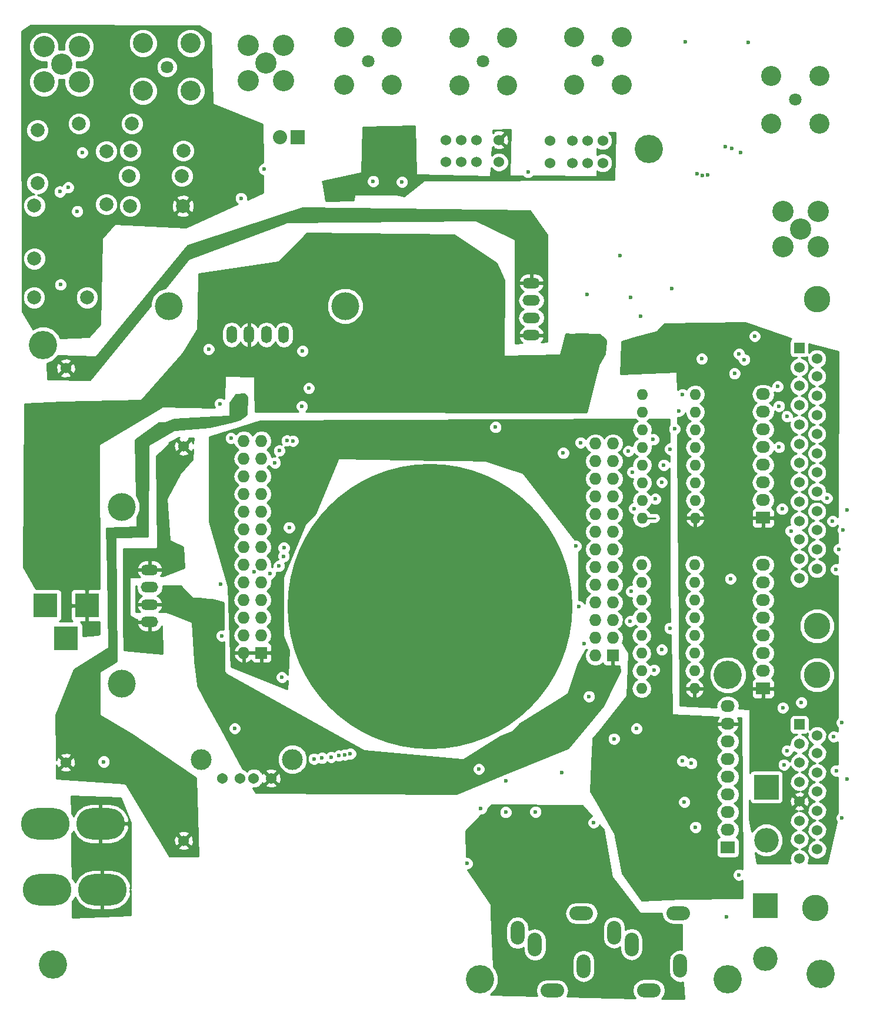
<source format=gbr>
G04 #@! TF.FileFunction,Copper,L2,Inr,Plane*
%FSLAX46Y46*%
G04 Gerber Fmt 4.6, Leading zero omitted, Abs format (unit mm)*
G04 Created by KiCad (PCBNEW 4.0.1-3.201512221401+6198~38~ubuntu15.10.1-stable) date Tue 04 Oct 2016 03:44:24 PM PDT*
%MOMM*%
G01*
G04 APERTURE LIST*
%ADD10C,0.100000*%
%ADD11C,4.064000*%
%ADD12O,1.600000X1.600000*%
%ADD13R,1.727200X1.727200*%
%ADD14O,1.727200X1.727200*%
%ADD15C,1.998980*%
%ADD16O,2.499360X1.501140*%
%ADD17C,1.524000*%
%ADD18C,1.800000*%
%ADD19C,2.880000*%
%ADD20C,3.048000*%
%ADD21R,2.032000X2.032000*%
%ADD22O,2.032000X2.032000*%
%ADD23C,4.000000*%
%ADD24O,7.000000X4.500000*%
%ADD25O,1.501140X2.499360*%
%ADD26R,3.500120X3.500120*%
%ADD27C,3.540760*%
%ADD28R,3.540760X3.540760*%
%ADD29R,2.032000X1.727200*%
%ADD30O,2.032000X1.727200*%
%ADD31C,3.810000*%
%ADD32R,1.524000X1.524000*%
%ADD33C,41.000000*%
%ADD34C,1.540000*%
%ADD35C,3.000000*%
%ADD36O,3.400000X2.000000*%
%ADD37O,2.000000X3.400000*%
%ADD38C,0.600000*%
%ADD39C,0.250000*%
%ADD40C,0.254000*%
G04 APERTURE END LIST*
D10*
D11*
X136815000Y-45990000D03*
X49585000Y-74180000D03*
X50980000Y-163240000D03*
X161520000Y-164635000D03*
X112460000Y-165405000D03*
X148150000Y-165405000D03*
D12*
X135745000Y-105795000D03*
X135745000Y-108335000D03*
X135745000Y-110875000D03*
X135745000Y-113415000D03*
X135745000Y-115955000D03*
X135745000Y-118495000D03*
X135745000Y-121035000D03*
X135745000Y-123575000D03*
X143365000Y-123575000D03*
X143365000Y-121035000D03*
X143365000Y-118495000D03*
X143365000Y-115955000D03*
X143365000Y-113415000D03*
X143365000Y-110875000D03*
X143365000Y-108335000D03*
X143365000Y-105795000D03*
D13*
X131612160Y-118838160D03*
D14*
X129072160Y-118838160D03*
X131612160Y-116298160D03*
X129072160Y-116298160D03*
X131612160Y-113758160D03*
X129072160Y-113758160D03*
X131612160Y-111218160D03*
X129072160Y-111218160D03*
X131612160Y-108678160D03*
X129072160Y-108678160D03*
X131612160Y-106138160D03*
X129072160Y-106138160D03*
X131612160Y-103598160D03*
X129072160Y-103598160D03*
X131612160Y-101058160D03*
X129072160Y-101058160D03*
X131612160Y-98518160D03*
X129072160Y-98518160D03*
X131612160Y-95978160D03*
X129072160Y-95978160D03*
X131612160Y-93438160D03*
X129072160Y-93438160D03*
X131612160Y-90898160D03*
X129072160Y-90898160D03*
X131612160Y-88358160D03*
X129072160Y-88358160D03*
D15*
X62150000Y-46265000D03*
X69770000Y-46265000D03*
D13*
X81017900Y-118459700D03*
D14*
X78477900Y-118459700D03*
X81017900Y-115919700D03*
X78477900Y-115919700D03*
X81017900Y-113379700D03*
X78477900Y-113379700D03*
X81017900Y-110839700D03*
X78477900Y-110839700D03*
X81017900Y-108299700D03*
X78477900Y-108299700D03*
X81017900Y-105759700D03*
X78477900Y-105759700D03*
X81017900Y-103219700D03*
X78477900Y-103219700D03*
X81017900Y-100679700D03*
X78477900Y-100679700D03*
X81017900Y-98139700D03*
X78477900Y-98139700D03*
X81017900Y-95599700D03*
X78477900Y-95599700D03*
X81017900Y-93059700D03*
X78477900Y-93059700D03*
X81017900Y-90519700D03*
X78477900Y-90519700D03*
X81017900Y-87979700D03*
X78477900Y-87979700D03*
D16*
X119855000Y-70275000D03*
X119855000Y-72775000D03*
X119855000Y-67775000D03*
X119855000Y-65275000D03*
D17*
X115200000Y-44705000D03*
X112000000Y-44705000D03*
X109800000Y-44705000D03*
X107600000Y-44705000D03*
X115200000Y-47905000D03*
X112000000Y-47905000D03*
X109800000Y-47905000D03*
X107600000Y-47905000D03*
D18*
X112920000Y-33395000D03*
D19*
X116350000Y-36825000D03*
X109490000Y-36825000D03*
X109490000Y-29965000D03*
X116350000Y-29965000D03*
D18*
X129450000Y-33330000D03*
D19*
X132880000Y-36760000D03*
X126020000Y-36760000D03*
X126020000Y-29900000D03*
X132880000Y-29900000D03*
D17*
X122550000Y-48005000D03*
X125750000Y-48005000D03*
X127950000Y-48005000D03*
X130150000Y-48005000D03*
X122550000Y-44805000D03*
X125750000Y-44805000D03*
X127950000Y-44805000D03*
X130150000Y-44805000D03*
D20*
X158626227Y-57543329D03*
X161166227Y-55003329D03*
X161166227Y-60083329D03*
X156086227Y-60083329D03*
X156086227Y-55003329D03*
D18*
X157861600Y-38929680D03*
D19*
X154431600Y-42359680D03*
X154431600Y-35499680D03*
X161291600Y-35499680D03*
X161291600Y-42359680D03*
D18*
X96375000Y-33365000D03*
D19*
X99805000Y-36795000D03*
X92945000Y-36795000D03*
X92945000Y-29935000D03*
X99805000Y-29935000D03*
D20*
X81685000Y-33625000D03*
X79145000Y-31085000D03*
X84225000Y-31085000D03*
X84225000Y-36165000D03*
X79145000Y-36165000D03*
D21*
X86245000Y-44330000D03*
D22*
X83705000Y-44330000D03*
D18*
X67410000Y-34230000D03*
D19*
X70840000Y-37660000D03*
X63980000Y-37660000D03*
X63980000Y-30800000D03*
X70840000Y-30800000D03*
D15*
X69720000Y-54210000D03*
X62100000Y-54210000D03*
X69575000Y-49895000D03*
X61955000Y-49895000D03*
D23*
X60880000Y-97450000D03*
X60880000Y-122850000D03*
D16*
X64925000Y-111520000D03*
X64925000Y-114020000D03*
X64925000Y-109020000D03*
X64925000Y-106520000D03*
D24*
X50205000Y-152505000D03*
X58105000Y-152505000D03*
D23*
X67675000Y-68590000D03*
X93075000Y-68590000D03*
D24*
X49945000Y-143015000D03*
X57845000Y-143015000D03*
D17*
X52870000Y-77515000D03*
X52870000Y-134215000D03*
D25*
X79240000Y-72705000D03*
X76740000Y-72705000D03*
X81740000Y-72705000D03*
X84240000Y-72705000D03*
D12*
X135825000Y-81290000D03*
X135825000Y-83830000D03*
X135825000Y-86370000D03*
X135825000Y-88910000D03*
X135825000Y-91450000D03*
X135825000Y-93990000D03*
X135825000Y-96530000D03*
X135825000Y-99070000D03*
X143445000Y-99070000D03*
X143445000Y-96530000D03*
X143445000Y-93990000D03*
X143445000Y-91450000D03*
X143445000Y-88910000D03*
X143445000Y-86370000D03*
X143445000Y-83830000D03*
X143445000Y-81290000D03*
D26*
X55910000Y-111645000D03*
X49910520Y-111645000D03*
X52910260Y-116344000D03*
D20*
X52250000Y-33835000D03*
X49710000Y-36375000D03*
X49710000Y-31295000D03*
X54790000Y-31295000D03*
X54790000Y-36375000D03*
D15*
X48780000Y-50940000D03*
X48780000Y-43320000D03*
X62390000Y-42375000D03*
X54770000Y-42375000D03*
X48340000Y-61780000D03*
X48340000Y-54160000D03*
X58685000Y-46345000D03*
X58685000Y-53965000D03*
X55910000Y-67360000D03*
X48290000Y-67360000D03*
D17*
X69815000Y-88760000D03*
X69815000Y-145460000D03*
D27*
X153685000Y-145375000D03*
D28*
X153685000Y-137755000D03*
D27*
X153555000Y-162445000D03*
D28*
X153555000Y-154825000D03*
D29*
X148150000Y-146435000D03*
D30*
X148150000Y-143895000D03*
X148150000Y-141355000D03*
X148150000Y-138815000D03*
X148150000Y-136275000D03*
X148150000Y-133735000D03*
X148150000Y-131195000D03*
X148150000Y-128655000D03*
X148150000Y-126115000D03*
D29*
X153215000Y-123580000D03*
D30*
X153215000Y-121040000D03*
X153215000Y-118500000D03*
X153215000Y-115960000D03*
X153215000Y-113420000D03*
X153215000Y-110880000D03*
X153215000Y-108340000D03*
X153215000Y-105800000D03*
D29*
X153215000Y-99035000D03*
D30*
X153215000Y-96495000D03*
X153215000Y-93955000D03*
X153215000Y-91415000D03*
X153215000Y-88875000D03*
X153215000Y-86335000D03*
X153215000Y-83795000D03*
X153215000Y-81255000D03*
D31*
X160741000Y-155183000D03*
X160995000Y-121655000D03*
D32*
X158455000Y-128767000D03*
D17*
X158455000Y-131561000D03*
X158455000Y-134228000D03*
X158455000Y-137022000D03*
X158455000Y-139816000D03*
X158455000Y-142610000D03*
X158455000Y-145277000D03*
X158455000Y-148071000D03*
X160995000Y-130341800D03*
X160995000Y-132881800D03*
X160995000Y-135675800D03*
X160995000Y-138419000D03*
X160995000Y-141162200D03*
X160995000Y-143956200D03*
X160995000Y-146699400D03*
D31*
X160965000Y-114595000D03*
X160965000Y-67605000D03*
D32*
X158425000Y-74590000D03*
D17*
X158425000Y-77384000D03*
X158425000Y-80051000D03*
X158425000Y-82845000D03*
X158425000Y-85639000D03*
X158425000Y-88433000D03*
X158425000Y-91100000D03*
X158425000Y-93894000D03*
X158425000Y-96688000D03*
X158425000Y-99482000D03*
X158425000Y-102149000D03*
X158425000Y-104943000D03*
X158425000Y-107737000D03*
X160965000Y-76164800D03*
X160965000Y-78704800D03*
X160965000Y-81498800D03*
X160965000Y-84242000D03*
X160965000Y-86985200D03*
X160965000Y-89779200D03*
X160965000Y-92522400D03*
X160965000Y-95265600D03*
X160965000Y-98110400D03*
X160965000Y-100802800D03*
X160965000Y-103546000D03*
X160965000Y-106340000D03*
D33*
X105250000Y-111805000D03*
D11*
X148150000Y-121615000D03*
D34*
X79925000Y-136475000D03*
X77925000Y-136475000D03*
X82425000Y-136475000D03*
X75425000Y-136475000D03*
D35*
X85495000Y-133765000D03*
X72355000Y-133765000D03*
D36*
X122880000Y-167005000D03*
D37*
X120380000Y-160405000D03*
X117880000Y-158705000D03*
X127380000Y-163505000D03*
D36*
X127080000Y-155905000D03*
X136790000Y-166975000D03*
D37*
X134290000Y-160375000D03*
X131790000Y-158675000D03*
X141290000Y-163475000D03*
D36*
X140990000Y-155875000D03*
D38*
X77185000Y-129330000D03*
X52015000Y-52145000D03*
X128170000Y-124730000D03*
X52100000Y-65515000D03*
X58325000Y-134105000D03*
X120470000Y-141310000D03*
X128835000Y-142860000D03*
X152010000Y-72920000D03*
X144395000Y-76170000D03*
X75174000Y-108599000D03*
X75345000Y-115990000D03*
X75055000Y-82640000D03*
X73420000Y-74795000D03*
X86860000Y-83000000D03*
X87850000Y-80400000D03*
X86945000Y-75045000D03*
X147975000Y-156400000D03*
X149760000Y-150385000D03*
X148535000Y-107805000D03*
X140105000Y-66045000D03*
X134155000Y-67385000D03*
X127880000Y-66900000D03*
X135610000Y-70070000D03*
X132595000Y-61370000D03*
X101250000Y-50755000D03*
X97100000Y-50650000D03*
X78070000Y-53085000D03*
X148755000Y-45905000D03*
X145215000Y-49745000D03*
X143752190Y-49582810D03*
X144475000Y-49845000D03*
X149985000Y-46495000D03*
X147775000Y-45710000D03*
X142060000Y-30615000D03*
X146465000Y-102125000D03*
X143645000Y-71845000D03*
X136665000Y-76170000D03*
X134380000Y-75290000D03*
X101065000Y-43470000D03*
X98600000Y-45155000D03*
X93795000Y-51850000D03*
X56485000Y-61770000D03*
X56734000Y-59770000D03*
X70210000Y-56645000D03*
X72160000Y-55795000D03*
X81185000Y-129405000D03*
X73290000Y-114050000D03*
X127970000Y-75290000D03*
X91325000Y-59350000D03*
X92975000Y-59150000D03*
X72710000Y-65350000D03*
X74070000Y-64810000D03*
X75646240Y-64250000D03*
X80485000Y-77625000D03*
X83175000Y-82970000D03*
X83640000Y-80400000D03*
X124210000Y-135665000D03*
X89740000Y-133565000D03*
X83939960Y-121965000D03*
X116170000Y-141380000D03*
X116170000Y-136815000D03*
X88590000Y-133685000D03*
X110600000Y-148735000D03*
X112604999Y-140860001D03*
X112305000Y-135160000D03*
X91050000Y-133455000D03*
X141115000Y-83655000D03*
X119385000Y-49345000D03*
X141610000Y-81290000D03*
X126260000Y-103105000D03*
X114715000Y-86004990D03*
X76630000Y-87590000D03*
X134700000Y-97700000D03*
X54514489Y-54964489D03*
X53210000Y-51535000D03*
X68285680Y-137180680D03*
X70190000Y-139085000D03*
X68285680Y-140995680D03*
X77267000Y-83000000D03*
X77795000Y-83745000D03*
X78215000Y-82742000D03*
X155959999Y-97775001D03*
X164545000Y-128490000D03*
X164709990Y-100802800D03*
X163389990Y-130510000D03*
X163225000Y-99510000D03*
X156235000Y-134535000D03*
X156060000Y-126345000D03*
X158740000Y-125600000D03*
X165335000Y-136635000D03*
X165290000Y-97920000D03*
X164559998Y-142189998D03*
X164166000Y-103546000D03*
X156685001Y-132514999D03*
X156645000Y-84445000D03*
X163750000Y-135380000D03*
X163710000Y-106450000D03*
X157230010Y-100925000D03*
X162410000Y-96210000D03*
X149770000Y-75475000D03*
X149110000Y-78285000D03*
X155315000Y-80155000D03*
X155510010Y-82970000D03*
X155510010Y-88875000D03*
X150515000Y-76290000D03*
X117330000Y-149190000D03*
X129380000Y-150220000D03*
X112625000Y-148790000D03*
X120525000Y-149000000D03*
X126270000Y-147925000D03*
X130835000Y-151055000D03*
X55215000Y-46510000D03*
X141060000Y-151055000D03*
X133830000Y-89450000D03*
X83590000Y-89390000D03*
X83525010Y-105985000D03*
X92145000Y-133240000D03*
X84245000Y-103360000D03*
X84690000Y-87945000D03*
X137415001Y-87784999D03*
X143505000Y-143515000D03*
X142890000Y-134350000D03*
X93810000Y-132955000D03*
X84225000Y-104565000D03*
X127430000Y-117120000D03*
X126970000Y-88220000D03*
X85542008Y-87976890D03*
X85010000Y-100435000D03*
X139805000Y-114905000D03*
X134235009Y-109620000D03*
X134400000Y-92465000D03*
X82964990Y-91115000D03*
X124460000Y-89715011D03*
X126745000Y-111790000D03*
X134090000Y-113920000D03*
X141890000Y-139895000D03*
X141645000Y-134005020D03*
X93015000Y-133105000D03*
X82245000Y-107025000D03*
X80005000Y-106830000D03*
X134995000Y-129350000D03*
X131765000Y-130815000D03*
X151115000Y-30705000D03*
X81400000Y-48910000D03*
X137545000Y-120905000D03*
X137720000Y-96335000D03*
X138640000Y-118000000D03*
X138640000Y-93920000D03*
X138925000Y-91450000D03*
X143365000Y-113415000D03*
X139859990Y-89145000D03*
X140485000Y-86265000D03*
D39*
X135825000Y-99070000D02*
X137675000Y-99070000D01*
D40*
G36*
X69360700Y-108839053D02*
X70934118Y-110480683D01*
X70973466Y-110508519D01*
X71142569Y-110585007D01*
X71189456Y-110596176D01*
X72268309Y-110642533D01*
X72465186Y-110655149D01*
X73783771Y-110767552D01*
X73968387Y-110800500D01*
X75494093Y-111219745D01*
X75540194Y-111279271D01*
X75598421Y-115082826D01*
X75531799Y-115055162D01*
X75159833Y-115054838D01*
X74816057Y-115196883D01*
X74552808Y-115459673D01*
X74410162Y-115803201D01*
X74409838Y-116175167D01*
X74551883Y-116518943D01*
X74814673Y-116782192D01*
X75158201Y-116924838D01*
X75530167Y-116925162D01*
X75626018Y-116885557D01*
X75691484Y-121161956D01*
X75709458Y-121225171D01*
X75798331Y-121373855D01*
X75845498Y-121419621D01*
X95615814Y-132442229D01*
X95640008Y-132452595D01*
X95826915Y-132510613D01*
X95852726Y-132515769D01*
X109858596Y-133827125D01*
X109899712Y-133824257D01*
X110084077Y-133780579D01*
X110122110Y-133764696D01*
X115337716Y-130504942D01*
X117206375Y-129732828D01*
X118266766Y-128674286D01*
X124281356Y-124915167D01*
X127234838Y-124915167D01*
X127376883Y-125258943D01*
X127639673Y-125522192D01*
X127983201Y-125664838D01*
X128355167Y-125665162D01*
X128698943Y-125523117D01*
X128962192Y-125260327D01*
X129104838Y-124916799D01*
X129105162Y-124544833D01*
X128963117Y-124201057D01*
X128700327Y-123937808D01*
X128356799Y-123795162D01*
X127984833Y-123794838D01*
X127641057Y-123936883D01*
X127377808Y-124199673D01*
X127235162Y-124543201D01*
X127234838Y-124915167D01*
X124281356Y-124915167D01*
X125032510Y-124445696D01*
X125065318Y-124416137D01*
X125180930Y-124268002D01*
X125201633Y-124228996D01*
X126508036Y-120195359D01*
X126582922Y-120024894D01*
X127721605Y-118011183D01*
X127868094Y-117950655D01*
X127658275Y-118264671D01*
X127544201Y-118838160D01*
X127658275Y-119411649D01*
X127983131Y-119897830D01*
X128469312Y-120222686D01*
X129042801Y-120336760D01*
X129101519Y-120336760D01*
X129675008Y-120222686D01*
X130146516Y-119907634D01*
X130210233Y-120061459D01*
X130388862Y-120240087D01*
X130622251Y-120336760D01*
X131326410Y-120336760D01*
X131485160Y-120178010D01*
X131485160Y-118965160D01*
X131465160Y-118965160D01*
X131465160Y-118711160D01*
X131485160Y-118711160D01*
X131485160Y-118691160D01*
X131739160Y-118691160D01*
X131739160Y-118711160D01*
X131759160Y-118711160D01*
X131759160Y-118965160D01*
X131739160Y-118965160D01*
X131739160Y-120178010D01*
X131897910Y-120336760D01*
X132520097Y-120336760D01*
X132614587Y-121112576D01*
X132588428Y-121264598D01*
X130249157Y-125962314D01*
X130148729Y-126116506D01*
X125151180Y-132139816D01*
X125020073Y-132235653D01*
X116007074Y-135879857D01*
X115984833Y-135879838D01*
X115641057Y-136021883D01*
X115631013Y-136031909D01*
X109056635Y-138690112D01*
X108888373Y-138722283D01*
X80245487Y-138538865D01*
X80157203Y-138486007D01*
X79827488Y-137879916D01*
X80203246Y-137880244D01*
X80719829Y-137666796D01*
X80925974Y-137461010D01*
X81618595Y-137461010D01*
X81689043Y-137704023D01*
X82215390Y-137892108D01*
X82773650Y-137864451D01*
X83160957Y-137704023D01*
X83231405Y-137461010D01*
X82425000Y-136654605D01*
X81618595Y-137461010D01*
X80925974Y-137461010D01*
X81115407Y-137271908D01*
X81168381Y-137144333D01*
X81195977Y-137210957D01*
X81438990Y-137281405D01*
X82245395Y-136475000D01*
X82604605Y-136475000D01*
X83411010Y-137281405D01*
X83654023Y-137210957D01*
X83842108Y-136684610D01*
X83814451Y-136126350D01*
X83654023Y-135739043D01*
X83411010Y-135668595D01*
X82604605Y-136475000D01*
X82245395Y-136475000D01*
X81438990Y-135668595D01*
X81195977Y-135739043D01*
X81170537Y-135810235D01*
X81116796Y-135680171D01*
X80925949Y-135488990D01*
X81618595Y-135488990D01*
X82425000Y-136295395D01*
X83231405Y-135488990D01*
X83160957Y-135245977D01*
X82634610Y-135057892D01*
X82076350Y-135085549D01*
X81689043Y-135245977D01*
X81618595Y-135488990D01*
X80925949Y-135488990D01*
X80721908Y-135284593D01*
X80205698Y-135070244D01*
X79646754Y-135069756D01*
X79130171Y-135283204D01*
X78924989Y-135488028D01*
X78721908Y-135284593D01*
X78326249Y-135120301D01*
X77818974Y-134187815D01*
X83359630Y-134187815D01*
X83683980Y-134972800D01*
X84284041Y-135573909D01*
X85068459Y-135899628D01*
X85917815Y-135900370D01*
X86702800Y-135576020D01*
X86934056Y-135345167D01*
X111369838Y-135345167D01*
X111511883Y-135688943D01*
X111774673Y-135952192D01*
X112118201Y-136094838D01*
X112490167Y-136095162D01*
X112833943Y-135953117D01*
X113097192Y-135690327D01*
X113239838Y-135346799D01*
X113240162Y-134974833D01*
X113098117Y-134631057D01*
X112835327Y-134367808D01*
X112491799Y-134225162D01*
X112119833Y-134224838D01*
X111776057Y-134366883D01*
X111512808Y-134629673D01*
X111370162Y-134973201D01*
X111369838Y-135345167D01*
X86934056Y-135345167D01*
X87303909Y-134975959D01*
X87629628Y-134191541D01*
X87629908Y-133870167D01*
X87654838Y-133870167D01*
X87796883Y-134213943D01*
X88059673Y-134477192D01*
X88403201Y-134619838D01*
X88775167Y-134620162D01*
X89118943Y-134478117D01*
X89231147Y-134366109D01*
X89553201Y-134499838D01*
X89925167Y-134500162D01*
X90268943Y-134358117D01*
X90449989Y-134177386D01*
X90519673Y-134247192D01*
X90863201Y-134389838D01*
X91235167Y-134390162D01*
X91578943Y-134248117D01*
X91742199Y-134085146D01*
X91958201Y-134174838D01*
X92330167Y-134175162D01*
X92673943Y-134033117D01*
X92714504Y-133992627D01*
X92828201Y-134039838D01*
X93200167Y-134040162D01*
X93543943Y-133898117D01*
X93573084Y-133869027D01*
X93623201Y-133889838D01*
X93995167Y-133890162D01*
X94338943Y-133748117D01*
X94602192Y-133485327D01*
X94744838Y-133141799D01*
X94745162Y-132769833D01*
X94603117Y-132426057D01*
X94340327Y-132162808D01*
X93996799Y-132020162D01*
X93624833Y-132019838D01*
X93281057Y-132161883D01*
X93251916Y-132190973D01*
X93201799Y-132170162D01*
X92829833Y-132169838D01*
X92486057Y-132311883D01*
X92445496Y-132352373D01*
X92331799Y-132305162D01*
X91959833Y-132304838D01*
X91616057Y-132446883D01*
X91452801Y-132609854D01*
X91236799Y-132520162D01*
X90864833Y-132519838D01*
X90521057Y-132661883D01*
X90340011Y-132842614D01*
X90270327Y-132772808D01*
X89926799Y-132630162D01*
X89554833Y-132629838D01*
X89211057Y-132771883D01*
X89098853Y-132883891D01*
X88776799Y-132750162D01*
X88404833Y-132749838D01*
X88061057Y-132891883D01*
X87797808Y-133154673D01*
X87655162Y-133498201D01*
X87654838Y-133870167D01*
X87629908Y-133870167D01*
X87630370Y-133342185D01*
X87306020Y-132557200D01*
X86705959Y-131956091D01*
X85921541Y-131630372D01*
X85072185Y-131629630D01*
X84287200Y-131953980D01*
X83686091Y-132554041D01*
X83360372Y-133338459D01*
X83359630Y-134187815D01*
X77818974Y-134187815D01*
X75277040Y-129515167D01*
X76249838Y-129515167D01*
X76391883Y-129858943D01*
X76654673Y-130122192D01*
X76998201Y-130264838D01*
X77370167Y-130265162D01*
X77713943Y-130123117D01*
X77977192Y-129860327D01*
X78119838Y-129516799D01*
X78120162Y-129144833D01*
X77978117Y-128801057D01*
X77715327Y-128537808D01*
X77371799Y-128395162D01*
X76999833Y-128394838D01*
X76656057Y-128536883D01*
X76392808Y-128799673D01*
X76250162Y-129143201D01*
X76249838Y-129515167D01*
X75277040Y-129515167D01*
X72944603Y-125227624D01*
X72850957Y-125052078D01*
X71869229Y-123174978D01*
X71817800Y-123009122D01*
X71418215Y-119680816D01*
X71399946Y-119485065D01*
X71043376Y-114141323D01*
X71018943Y-114074501D01*
X70918999Y-113938699D01*
X70862464Y-113895503D01*
X67579036Y-112627551D01*
X67556555Y-112621174D01*
X67363269Y-112585150D01*
X67340000Y-112583000D01*
X66279852Y-112583000D01*
X66493658Y-112409944D01*
X66752810Y-111932903D01*
X66766993Y-111861275D01*
X66644339Y-111647000D01*
X65052000Y-111647000D01*
X65052000Y-111667000D01*
X64798000Y-111667000D01*
X64798000Y-111647000D01*
X63205661Y-111647000D01*
X63083007Y-111861275D01*
X63097190Y-111932903D01*
X63356342Y-112409944D01*
X63570148Y-112583000D01*
X62957933Y-112583000D01*
X62933338Y-112558188D01*
X62965661Y-108878019D01*
X62993166Y-108850481D01*
X63037204Y-108850042D01*
X63003397Y-109020000D01*
X63108867Y-109550235D01*
X63409221Y-109999746D01*
X63822018Y-110275569D01*
X63778323Y-110288501D01*
X63356342Y-110630056D01*
X63097190Y-111107097D01*
X63083007Y-111178725D01*
X63205661Y-111393000D01*
X64798000Y-111393000D01*
X64798000Y-111373000D01*
X65052000Y-111373000D01*
X65052000Y-111393000D01*
X66644339Y-111393000D01*
X66766993Y-111178725D01*
X66752810Y-111107097D01*
X66493658Y-110630056D01*
X66071677Y-110288501D01*
X66027982Y-110275569D01*
X66440779Y-109999746D01*
X66741133Y-109550235D01*
X66846603Y-109020000D01*
X66805330Y-108812505D01*
X69239981Y-108788252D01*
X69360700Y-108839053D01*
X69360700Y-108839053D01*
G37*
X69360700Y-108839053D02*
X70934118Y-110480683D01*
X70973466Y-110508519D01*
X71142569Y-110585007D01*
X71189456Y-110596176D01*
X72268309Y-110642533D01*
X72465186Y-110655149D01*
X73783771Y-110767552D01*
X73968387Y-110800500D01*
X75494093Y-111219745D01*
X75540194Y-111279271D01*
X75598421Y-115082826D01*
X75531799Y-115055162D01*
X75159833Y-115054838D01*
X74816057Y-115196883D01*
X74552808Y-115459673D01*
X74410162Y-115803201D01*
X74409838Y-116175167D01*
X74551883Y-116518943D01*
X74814673Y-116782192D01*
X75158201Y-116924838D01*
X75530167Y-116925162D01*
X75626018Y-116885557D01*
X75691484Y-121161956D01*
X75709458Y-121225171D01*
X75798331Y-121373855D01*
X75845498Y-121419621D01*
X95615814Y-132442229D01*
X95640008Y-132452595D01*
X95826915Y-132510613D01*
X95852726Y-132515769D01*
X109858596Y-133827125D01*
X109899712Y-133824257D01*
X110084077Y-133780579D01*
X110122110Y-133764696D01*
X115337716Y-130504942D01*
X117206375Y-129732828D01*
X118266766Y-128674286D01*
X124281356Y-124915167D01*
X127234838Y-124915167D01*
X127376883Y-125258943D01*
X127639673Y-125522192D01*
X127983201Y-125664838D01*
X128355167Y-125665162D01*
X128698943Y-125523117D01*
X128962192Y-125260327D01*
X129104838Y-124916799D01*
X129105162Y-124544833D01*
X128963117Y-124201057D01*
X128700327Y-123937808D01*
X128356799Y-123795162D01*
X127984833Y-123794838D01*
X127641057Y-123936883D01*
X127377808Y-124199673D01*
X127235162Y-124543201D01*
X127234838Y-124915167D01*
X124281356Y-124915167D01*
X125032510Y-124445696D01*
X125065318Y-124416137D01*
X125180930Y-124268002D01*
X125201633Y-124228996D01*
X126508036Y-120195359D01*
X126582922Y-120024894D01*
X127721605Y-118011183D01*
X127868094Y-117950655D01*
X127658275Y-118264671D01*
X127544201Y-118838160D01*
X127658275Y-119411649D01*
X127983131Y-119897830D01*
X128469312Y-120222686D01*
X129042801Y-120336760D01*
X129101519Y-120336760D01*
X129675008Y-120222686D01*
X130146516Y-119907634D01*
X130210233Y-120061459D01*
X130388862Y-120240087D01*
X130622251Y-120336760D01*
X131326410Y-120336760D01*
X131485160Y-120178010D01*
X131485160Y-118965160D01*
X131465160Y-118965160D01*
X131465160Y-118711160D01*
X131485160Y-118711160D01*
X131485160Y-118691160D01*
X131739160Y-118691160D01*
X131739160Y-118711160D01*
X131759160Y-118711160D01*
X131759160Y-118965160D01*
X131739160Y-118965160D01*
X131739160Y-120178010D01*
X131897910Y-120336760D01*
X132520097Y-120336760D01*
X132614587Y-121112576D01*
X132588428Y-121264598D01*
X130249157Y-125962314D01*
X130148729Y-126116506D01*
X125151180Y-132139816D01*
X125020073Y-132235653D01*
X116007074Y-135879857D01*
X115984833Y-135879838D01*
X115641057Y-136021883D01*
X115631013Y-136031909D01*
X109056635Y-138690112D01*
X108888373Y-138722283D01*
X80245487Y-138538865D01*
X80157203Y-138486007D01*
X79827488Y-137879916D01*
X80203246Y-137880244D01*
X80719829Y-137666796D01*
X80925974Y-137461010D01*
X81618595Y-137461010D01*
X81689043Y-137704023D01*
X82215390Y-137892108D01*
X82773650Y-137864451D01*
X83160957Y-137704023D01*
X83231405Y-137461010D01*
X82425000Y-136654605D01*
X81618595Y-137461010D01*
X80925974Y-137461010D01*
X81115407Y-137271908D01*
X81168381Y-137144333D01*
X81195977Y-137210957D01*
X81438990Y-137281405D01*
X82245395Y-136475000D01*
X82604605Y-136475000D01*
X83411010Y-137281405D01*
X83654023Y-137210957D01*
X83842108Y-136684610D01*
X83814451Y-136126350D01*
X83654023Y-135739043D01*
X83411010Y-135668595D01*
X82604605Y-136475000D01*
X82245395Y-136475000D01*
X81438990Y-135668595D01*
X81195977Y-135739043D01*
X81170537Y-135810235D01*
X81116796Y-135680171D01*
X80925949Y-135488990D01*
X81618595Y-135488990D01*
X82425000Y-136295395D01*
X83231405Y-135488990D01*
X83160957Y-135245977D01*
X82634610Y-135057892D01*
X82076350Y-135085549D01*
X81689043Y-135245977D01*
X81618595Y-135488990D01*
X80925949Y-135488990D01*
X80721908Y-135284593D01*
X80205698Y-135070244D01*
X79646754Y-135069756D01*
X79130171Y-135283204D01*
X78924989Y-135488028D01*
X78721908Y-135284593D01*
X78326249Y-135120301D01*
X77818974Y-134187815D01*
X83359630Y-134187815D01*
X83683980Y-134972800D01*
X84284041Y-135573909D01*
X85068459Y-135899628D01*
X85917815Y-135900370D01*
X86702800Y-135576020D01*
X86934056Y-135345167D01*
X111369838Y-135345167D01*
X111511883Y-135688943D01*
X111774673Y-135952192D01*
X112118201Y-136094838D01*
X112490167Y-136095162D01*
X112833943Y-135953117D01*
X113097192Y-135690327D01*
X113239838Y-135346799D01*
X113240162Y-134974833D01*
X113098117Y-134631057D01*
X112835327Y-134367808D01*
X112491799Y-134225162D01*
X112119833Y-134224838D01*
X111776057Y-134366883D01*
X111512808Y-134629673D01*
X111370162Y-134973201D01*
X111369838Y-135345167D01*
X86934056Y-135345167D01*
X87303909Y-134975959D01*
X87629628Y-134191541D01*
X87629908Y-133870167D01*
X87654838Y-133870167D01*
X87796883Y-134213943D01*
X88059673Y-134477192D01*
X88403201Y-134619838D01*
X88775167Y-134620162D01*
X89118943Y-134478117D01*
X89231147Y-134366109D01*
X89553201Y-134499838D01*
X89925167Y-134500162D01*
X90268943Y-134358117D01*
X90449989Y-134177386D01*
X90519673Y-134247192D01*
X90863201Y-134389838D01*
X91235167Y-134390162D01*
X91578943Y-134248117D01*
X91742199Y-134085146D01*
X91958201Y-134174838D01*
X92330167Y-134175162D01*
X92673943Y-134033117D01*
X92714504Y-133992627D01*
X92828201Y-134039838D01*
X93200167Y-134040162D01*
X93543943Y-133898117D01*
X93573084Y-133869027D01*
X93623201Y-133889838D01*
X93995167Y-133890162D01*
X94338943Y-133748117D01*
X94602192Y-133485327D01*
X94744838Y-133141799D01*
X94745162Y-132769833D01*
X94603117Y-132426057D01*
X94340327Y-132162808D01*
X93996799Y-132020162D01*
X93624833Y-132019838D01*
X93281057Y-132161883D01*
X93251916Y-132190973D01*
X93201799Y-132170162D01*
X92829833Y-132169838D01*
X92486057Y-132311883D01*
X92445496Y-132352373D01*
X92331799Y-132305162D01*
X91959833Y-132304838D01*
X91616057Y-132446883D01*
X91452801Y-132609854D01*
X91236799Y-132520162D01*
X90864833Y-132519838D01*
X90521057Y-132661883D01*
X90340011Y-132842614D01*
X90270327Y-132772808D01*
X89926799Y-132630162D01*
X89554833Y-132629838D01*
X89211057Y-132771883D01*
X89098853Y-132883891D01*
X88776799Y-132750162D01*
X88404833Y-132749838D01*
X88061057Y-132891883D01*
X87797808Y-133154673D01*
X87655162Y-133498201D01*
X87654838Y-133870167D01*
X87629908Y-133870167D01*
X87630370Y-133342185D01*
X87306020Y-132557200D01*
X86705959Y-131956091D01*
X85921541Y-131630372D01*
X85072185Y-131629630D01*
X84287200Y-131953980D01*
X83686091Y-132554041D01*
X83360372Y-133338459D01*
X83359630Y-134187815D01*
X77818974Y-134187815D01*
X75277040Y-129515167D01*
X76249838Y-129515167D01*
X76391883Y-129858943D01*
X76654673Y-130122192D01*
X76998201Y-130264838D01*
X77370167Y-130265162D01*
X77713943Y-130123117D01*
X77977192Y-129860327D01*
X78119838Y-129516799D01*
X78120162Y-129144833D01*
X77978117Y-128801057D01*
X77715327Y-128537808D01*
X77371799Y-128395162D01*
X76999833Y-128394838D01*
X76656057Y-128536883D01*
X76392808Y-128799673D01*
X76250162Y-129143201D01*
X76249838Y-129515167D01*
X75277040Y-129515167D01*
X72944603Y-125227624D01*
X72850957Y-125052078D01*
X71869229Y-123174978D01*
X71817800Y-123009122D01*
X71418215Y-119680816D01*
X71399946Y-119485065D01*
X71043376Y-114141323D01*
X71018943Y-114074501D01*
X70918999Y-113938699D01*
X70862464Y-113895503D01*
X67579036Y-112627551D01*
X67556555Y-112621174D01*
X67363269Y-112585150D01*
X67340000Y-112583000D01*
X66279852Y-112583000D01*
X66493658Y-112409944D01*
X66752810Y-111932903D01*
X66766993Y-111861275D01*
X66644339Y-111647000D01*
X65052000Y-111647000D01*
X65052000Y-111667000D01*
X64798000Y-111667000D01*
X64798000Y-111647000D01*
X63205661Y-111647000D01*
X63083007Y-111861275D01*
X63097190Y-111932903D01*
X63356342Y-112409944D01*
X63570148Y-112583000D01*
X62957933Y-112583000D01*
X62933338Y-112558188D01*
X62965661Y-108878019D01*
X62993166Y-108850481D01*
X63037204Y-108850042D01*
X63003397Y-109020000D01*
X63108867Y-109550235D01*
X63409221Y-109999746D01*
X63822018Y-110275569D01*
X63778323Y-110288501D01*
X63356342Y-110630056D01*
X63097190Y-111107097D01*
X63083007Y-111178725D01*
X63205661Y-111393000D01*
X64798000Y-111393000D01*
X64798000Y-111373000D01*
X65052000Y-111373000D01*
X65052000Y-111393000D01*
X66644339Y-111393000D01*
X66766993Y-111178725D01*
X66752810Y-111107097D01*
X66493658Y-110630056D01*
X66071677Y-110288501D01*
X66027982Y-110275569D01*
X66440779Y-109999746D01*
X66741133Y-109550235D01*
X66846603Y-109020000D01*
X66805330Y-108812505D01*
X69239981Y-108788252D01*
X69360700Y-108839053D01*
G36*
X72074664Y-28341835D02*
X73699617Y-29313017D01*
X73928032Y-39422869D01*
X73939152Y-39472040D01*
X73968525Y-39513012D01*
X74006530Y-39537387D01*
X81133978Y-42480365D01*
X81197564Y-47981973D01*
X80871057Y-48116883D01*
X80607808Y-48379673D01*
X80465162Y-48723201D01*
X80464838Y-49095167D01*
X80606883Y-49438943D01*
X80869673Y-49702192D01*
X81213201Y-49844838D01*
X81219095Y-49844843D01*
X81247046Y-52263215D01*
X79004840Y-53269307D01*
X79005162Y-52899833D01*
X78863117Y-52556057D01*
X78600327Y-52292808D01*
X78256799Y-52150162D01*
X77884833Y-52149838D01*
X77541057Y-52291883D01*
X77277808Y-52554673D01*
X77135162Y-52898201D01*
X77134838Y-53270167D01*
X77276883Y-53613943D01*
X77539673Y-53877192D01*
X77597021Y-53901005D01*
X70140503Y-57246793D01*
X59880610Y-56793124D01*
X59830806Y-56800937D01*
X59777611Y-56838487D01*
X58057611Y-58893487D01*
X58033571Y-58937799D01*
X58028021Y-58972688D01*
X57803911Y-71278819D01*
X56157865Y-73035241D01*
X52067176Y-73203402D01*
X51847291Y-72671239D01*
X51097707Y-71920345D01*
X50117827Y-71513464D01*
X49056828Y-71512538D01*
X48129699Y-71895620D01*
X46616900Y-69349944D01*
X46612154Y-67683694D01*
X46655226Y-67683694D01*
X46903538Y-68284655D01*
X47362927Y-68744846D01*
X47963453Y-68994206D01*
X48613694Y-68994774D01*
X49214655Y-68746462D01*
X49674846Y-68287073D01*
X49924206Y-67686547D01*
X49924208Y-67683694D01*
X54275226Y-67683694D01*
X54523538Y-68284655D01*
X54982927Y-68744846D01*
X55583453Y-68994206D01*
X56233694Y-68994774D01*
X56834655Y-68746462D01*
X57294846Y-68287073D01*
X57544206Y-67686547D01*
X57544774Y-67036306D01*
X57296462Y-66435345D01*
X56837073Y-65975154D01*
X56236547Y-65725794D01*
X55586306Y-65725226D01*
X54985345Y-65973538D01*
X54525154Y-66432927D01*
X54275794Y-67033453D01*
X54275226Y-67683694D01*
X49924208Y-67683694D01*
X49924774Y-67036306D01*
X49676462Y-66435345D01*
X49217073Y-65975154D01*
X48616547Y-65725794D01*
X47966306Y-65725226D01*
X47365345Y-65973538D01*
X46905154Y-66432927D01*
X46655794Y-67033453D01*
X46655226Y-67683694D01*
X46612154Y-67683694D01*
X46606504Y-65700167D01*
X51164838Y-65700167D01*
X51306883Y-66043943D01*
X51569673Y-66307192D01*
X51913201Y-66449838D01*
X52285167Y-66450162D01*
X52628943Y-66308117D01*
X52892192Y-66045327D01*
X53034838Y-65701799D01*
X53035162Y-65329833D01*
X52893117Y-64986057D01*
X52630327Y-64722808D01*
X52286799Y-64580162D01*
X51914833Y-64579838D01*
X51571057Y-64721883D01*
X51307808Y-64984673D01*
X51165162Y-65328201D01*
X51164838Y-65700167D01*
X46606504Y-65700167D01*
X46596259Y-62103694D01*
X46705226Y-62103694D01*
X46953538Y-62704655D01*
X47412927Y-63164846D01*
X48013453Y-63414206D01*
X48663694Y-63414774D01*
X49264655Y-63166462D01*
X49724846Y-62707073D01*
X49974206Y-62106547D01*
X49974774Y-61456306D01*
X49726462Y-60855345D01*
X49267073Y-60395154D01*
X48666547Y-60145794D01*
X48016306Y-60145226D01*
X47415345Y-60393538D01*
X46955154Y-60852927D01*
X46705794Y-61453453D01*
X46705226Y-62103694D01*
X46596259Y-62103694D01*
X46574552Y-54483694D01*
X46705226Y-54483694D01*
X46953538Y-55084655D01*
X47412927Y-55544846D01*
X48013453Y-55794206D01*
X48663694Y-55794774D01*
X49264655Y-55546462D01*
X49662153Y-55149656D01*
X53579327Y-55149656D01*
X53721372Y-55493432D01*
X53984162Y-55756681D01*
X54327690Y-55899327D01*
X54699656Y-55899651D01*
X55043432Y-55757606D01*
X55306681Y-55494816D01*
X55449327Y-55151288D01*
X55449651Y-54779322D01*
X55307606Y-54435546D01*
X55161011Y-54288694D01*
X57050226Y-54288694D01*
X57298538Y-54889655D01*
X57757927Y-55349846D01*
X58358453Y-55599206D01*
X59008694Y-55599774D01*
X59609655Y-55351462D01*
X60069846Y-54892073D01*
X60218657Y-54533694D01*
X60465226Y-54533694D01*
X60713538Y-55134655D01*
X61172927Y-55594846D01*
X61773453Y-55844206D01*
X62423694Y-55844774D01*
X63024655Y-55596462D01*
X63259363Y-55362163D01*
X68747443Y-55362163D01*
X68846042Y-55628965D01*
X69455582Y-55855401D01*
X70105377Y-55831341D01*
X70593958Y-55628965D01*
X70692557Y-55362163D01*
X69720000Y-54389605D01*
X68747443Y-55362163D01*
X63259363Y-55362163D01*
X63484846Y-55137073D01*
X63734206Y-54536547D01*
X63734722Y-53945582D01*
X68074599Y-53945582D01*
X68098659Y-54595377D01*
X68301035Y-55083958D01*
X68567837Y-55182557D01*
X69540395Y-54210000D01*
X69899605Y-54210000D01*
X70872163Y-55182557D01*
X71138965Y-55083958D01*
X71365401Y-54474418D01*
X71341341Y-53824623D01*
X71138965Y-53336042D01*
X70872163Y-53237443D01*
X69899605Y-54210000D01*
X69540395Y-54210000D01*
X68567837Y-53237443D01*
X68301035Y-53336042D01*
X68074599Y-53945582D01*
X63734722Y-53945582D01*
X63734774Y-53886306D01*
X63486462Y-53285345D01*
X63259351Y-53057837D01*
X68747443Y-53057837D01*
X69720000Y-54030395D01*
X70692557Y-53057837D01*
X70593958Y-52791035D01*
X69984418Y-52564599D01*
X69334623Y-52588659D01*
X68846042Y-52791035D01*
X68747443Y-53057837D01*
X63259351Y-53057837D01*
X63027073Y-52825154D01*
X62426547Y-52575794D01*
X61776306Y-52575226D01*
X61175345Y-52823538D01*
X60715154Y-53282927D01*
X60465794Y-53883453D01*
X60465226Y-54533694D01*
X60218657Y-54533694D01*
X60319206Y-54291547D01*
X60319774Y-53641306D01*
X60071462Y-53040345D01*
X59612073Y-52580154D01*
X59011547Y-52330794D01*
X58361306Y-52330226D01*
X57760345Y-52578538D01*
X57300154Y-53037927D01*
X57050794Y-53638453D01*
X57050226Y-54288694D01*
X55161011Y-54288694D01*
X55044816Y-54172297D01*
X54701288Y-54029651D01*
X54329322Y-54029327D01*
X53985546Y-54171372D01*
X53722297Y-54434162D01*
X53579651Y-54777690D01*
X53579327Y-55149656D01*
X49662153Y-55149656D01*
X49724846Y-55087073D01*
X49974206Y-54486547D01*
X49974774Y-53836306D01*
X49726462Y-53235345D01*
X49267073Y-52775154D01*
X48783831Y-52574495D01*
X49103694Y-52574774D01*
X49695688Y-52330167D01*
X51079838Y-52330167D01*
X51221883Y-52673943D01*
X51484673Y-52937192D01*
X51828201Y-53079838D01*
X52200167Y-53080162D01*
X52543943Y-52938117D01*
X52807192Y-52675327D01*
X52911738Y-52423554D01*
X53023201Y-52469838D01*
X53395167Y-52470162D01*
X53738943Y-52328117D01*
X54002192Y-52065327D01*
X54144838Y-51721799D01*
X54145162Y-51349833D01*
X54003117Y-51006057D01*
X53740327Y-50742808D01*
X53396799Y-50600162D01*
X53024833Y-50599838D01*
X52681057Y-50741883D01*
X52417808Y-51004673D01*
X52313262Y-51256446D01*
X52201799Y-51210162D01*
X51829833Y-51209838D01*
X51486057Y-51351883D01*
X51222808Y-51614673D01*
X51080162Y-51958201D01*
X51079838Y-52330167D01*
X49695688Y-52330167D01*
X49704655Y-52326462D01*
X50164846Y-51867073D01*
X50414206Y-51266547D01*
X50414774Y-50616306D01*
X50250485Y-50218694D01*
X60320226Y-50218694D01*
X60568538Y-50819655D01*
X61027927Y-51279846D01*
X61628453Y-51529206D01*
X62278694Y-51529774D01*
X62879655Y-51281462D01*
X63339846Y-50822073D01*
X63589206Y-50221547D01*
X63589208Y-50218694D01*
X67940226Y-50218694D01*
X68188538Y-50819655D01*
X68647927Y-51279846D01*
X69248453Y-51529206D01*
X69898694Y-51529774D01*
X70499655Y-51281462D01*
X70959846Y-50822073D01*
X71209206Y-50221547D01*
X71209774Y-49571306D01*
X70961462Y-48970345D01*
X70502073Y-48510154D01*
X69901547Y-48260794D01*
X69251306Y-48260226D01*
X68650345Y-48508538D01*
X68190154Y-48967927D01*
X67940794Y-49568453D01*
X67940226Y-50218694D01*
X63589208Y-50218694D01*
X63589774Y-49571306D01*
X63341462Y-48970345D01*
X62882073Y-48510154D01*
X62281547Y-48260794D01*
X61631306Y-48260226D01*
X61030345Y-48508538D01*
X60570154Y-48967927D01*
X60320794Y-49568453D01*
X60320226Y-50218694D01*
X50250485Y-50218694D01*
X50166462Y-50015345D01*
X49707073Y-49555154D01*
X49106547Y-49305794D01*
X48456306Y-49305226D01*
X47855345Y-49553538D01*
X47395154Y-50012927D01*
X47145794Y-50613453D01*
X47145226Y-51263694D01*
X47393538Y-51864655D01*
X47852927Y-52324846D01*
X48336169Y-52525505D01*
X48016306Y-52525226D01*
X47415345Y-52773538D01*
X46955154Y-53232927D01*
X46705794Y-53833453D01*
X46705226Y-54483694D01*
X46574552Y-54483694D01*
X46552366Y-46695167D01*
X54279838Y-46695167D01*
X54421883Y-47038943D01*
X54684673Y-47302192D01*
X55028201Y-47444838D01*
X55400167Y-47445162D01*
X55743943Y-47303117D01*
X56007192Y-47040327D01*
X56149838Y-46696799D01*
X56149862Y-46668694D01*
X57050226Y-46668694D01*
X57298538Y-47269655D01*
X57757927Y-47729846D01*
X58358453Y-47979206D01*
X59008694Y-47979774D01*
X59609655Y-47731462D01*
X60069846Y-47272073D01*
X60319206Y-46671547D01*
X60319278Y-46588694D01*
X60515226Y-46588694D01*
X60763538Y-47189655D01*
X61222927Y-47649846D01*
X61823453Y-47899206D01*
X62473694Y-47899774D01*
X63074655Y-47651462D01*
X63534846Y-47192073D01*
X63784206Y-46591547D01*
X63784208Y-46588694D01*
X68135226Y-46588694D01*
X68383538Y-47189655D01*
X68842927Y-47649846D01*
X69443453Y-47899206D01*
X70093694Y-47899774D01*
X70694655Y-47651462D01*
X71154846Y-47192073D01*
X71404206Y-46591547D01*
X71404774Y-45941306D01*
X71156462Y-45340345D01*
X70697073Y-44880154D01*
X70096547Y-44630794D01*
X69446306Y-44630226D01*
X68845345Y-44878538D01*
X68385154Y-45337927D01*
X68135794Y-45938453D01*
X68135226Y-46588694D01*
X63784208Y-46588694D01*
X63784774Y-45941306D01*
X63536462Y-45340345D01*
X63077073Y-44880154D01*
X62476547Y-44630794D01*
X61826306Y-44630226D01*
X61225345Y-44878538D01*
X60765154Y-45337927D01*
X60515794Y-45938453D01*
X60515226Y-46588694D01*
X60319278Y-46588694D01*
X60319774Y-46021306D01*
X60071462Y-45420345D01*
X59612073Y-44960154D01*
X59011547Y-44710794D01*
X58361306Y-44710226D01*
X57760345Y-44958538D01*
X57300154Y-45417927D01*
X57050794Y-46018453D01*
X57050226Y-46668694D01*
X56149862Y-46668694D01*
X56150162Y-46324833D01*
X56008117Y-45981057D01*
X55745327Y-45717808D01*
X55401799Y-45575162D01*
X55029833Y-45574838D01*
X54686057Y-45716883D01*
X54422808Y-45979673D01*
X54280162Y-46323201D01*
X54279838Y-46695167D01*
X46552366Y-46695167D01*
X46543673Y-43643694D01*
X47145226Y-43643694D01*
X47393538Y-44244655D01*
X47852927Y-44704846D01*
X48453453Y-44954206D01*
X49103694Y-44954774D01*
X49704655Y-44706462D01*
X50164846Y-44247073D01*
X50414206Y-43646547D01*
X50414774Y-42996306D01*
X50291804Y-42698694D01*
X53135226Y-42698694D01*
X53383538Y-43299655D01*
X53842927Y-43759846D01*
X54443453Y-44009206D01*
X55093694Y-44009774D01*
X55694655Y-43761462D01*
X56154846Y-43302073D01*
X56404206Y-42701547D01*
X56404208Y-42698694D01*
X60755226Y-42698694D01*
X61003538Y-43299655D01*
X61462927Y-43759846D01*
X62063453Y-44009206D01*
X62713694Y-44009774D01*
X63314655Y-43761462D01*
X63774846Y-43302073D01*
X64024206Y-42701547D01*
X64024774Y-42051306D01*
X63776462Y-41450345D01*
X63317073Y-40990154D01*
X62716547Y-40740794D01*
X62066306Y-40740226D01*
X61465345Y-40988538D01*
X61005154Y-41447927D01*
X60755794Y-42048453D01*
X60755226Y-42698694D01*
X56404208Y-42698694D01*
X56404774Y-42051306D01*
X56156462Y-41450345D01*
X55697073Y-40990154D01*
X55096547Y-40740794D01*
X54446306Y-40740226D01*
X53845345Y-40988538D01*
X53385154Y-41447927D01*
X53135794Y-42048453D01*
X53135226Y-42698694D01*
X50291804Y-42698694D01*
X50166462Y-42395345D01*
X49707073Y-41935154D01*
X49106547Y-41685794D01*
X48456306Y-41685226D01*
X47855345Y-41933538D01*
X47395154Y-42392927D01*
X47145794Y-42993453D01*
X47145226Y-43643694D01*
X46543673Y-43643694D01*
X46509713Y-31722567D01*
X47550626Y-31722567D01*
X47878622Y-32516377D01*
X48485428Y-33124244D01*
X49278664Y-33453624D01*
X50091332Y-33454334D01*
X50090666Y-34216332D01*
X49282433Y-34215626D01*
X48488623Y-34543622D01*
X47880756Y-35150428D01*
X47551376Y-35943664D01*
X47550626Y-36802567D01*
X47878622Y-37596377D01*
X48485428Y-38204244D01*
X49278664Y-38533624D01*
X50137567Y-38534374D01*
X50931377Y-38206378D01*
X51539244Y-37599572D01*
X51868624Y-36806336D01*
X51869334Y-35993668D01*
X52631332Y-35994334D01*
X52630626Y-36802567D01*
X52958622Y-37596377D01*
X53565428Y-38204244D01*
X54358664Y-38533624D01*
X55217567Y-38534374D01*
X56011377Y-38206378D01*
X56147059Y-38070932D01*
X61904640Y-38070932D01*
X62219875Y-38833858D01*
X62803072Y-39418074D01*
X63565446Y-39734639D01*
X64390932Y-39735360D01*
X65153858Y-39420125D01*
X65738074Y-38836928D01*
X66054639Y-38074554D01*
X66054642Y-38070932D01*
X68764640Y-38070932D01*
X69079875Y-38833858D01*
X69663072Y-39418074D01*
X70425446Y-39734639D01*
X71250932Y-39735360D01*
X72013858Y-39420125D01*
X72598074Y-38836928D01*
X72914639Y-38074554D01*
X72915360Y-37249068D01*
X72600125Y-36486142D01*
X72016928Y-35901926D01*
X71254554Y-35585361D01*
X70429068Y-35584640D01*
X69666142Y-35899875D01*
X69081926Y-36483072D01*
X68765361Y-37245446D01*
X68764640Y-38070932D01*
X66054642Y-38070932D01*
X66055360Y-37249068D01*
X65740125Y-36486142D01*
X65156928Y-35901926D01*
X64394554Y-35585361D01*
X63569068Y-35584640D01*
X62806142Y-35899875D01*
X62221926Y-36483072D01*
X61905361Y-37245446D01*
X61904640Y-38070932D01*
X56147059Y-38070932D01*
X56619244Y-37599572D01*
X56948624Y-36806336D01*
X56949374Y-35947433D01*
X56621378Y-35153623D01*
X56014572Y-34545756D01*
X55986239Y-34533991D01*
X65874735Y-34533991D01*
X66107932Y-35098371D01*
X66539357Y-35530551D01*
X67103330Y-35764733D01*
X67713991Y-35765265D01*
X68278371Y-35532068D01*
X68710551Y-35100643D01*
X68944733Y-34536670D01*
X68945265Y-33926009D01*
X68712068Y-33361629D01*
X68280643Y-32929449D01*
X67716670Y-32695267D01*
X67106009Y-32694735D01*
X66541629Y-32927932D01*
X66109449Y-33359357D01*
X65875267Y-33923330D01*
X65874735Y-34533991D01*
X55986239Y-34533991D01*
X55221336Y-34216376D01*
X54408668Y-34215666D01*
X54409334Y-33453668D01*
X55217567Y-33454374D01*
X56011377Y-33126378D01*
X56619244Y-32519572D01*
X56948624Y-31726336D01*
X56949074Y-31210932D01*
X61904640Y-31210932D01*
X62219875Y-31973858D01*
X62803072Y-32558074D01*
X63565446Y-32874639D01*
X64390932Y-32875360D01*
X65153858Y-32560125D01*
X65738074Y-31976928D01*
X66054639Y-31214554D01*
X66054642Y-31210932D01*
X68764640Y-31210932D01*
X69079875Y-31973858D01*
X69663072Y-32558074D01*
X70425446Y-32874639D01*
X71250932Y-32875360D01*
X72013858Y-32560125D01*
X72598074Y-31976928D01*
X72914639Y-31214554D01*
X72915360Y-30389068D01*
X72600125Y-29626142D01*
X72016928Y-29041926D01*
X71254554Y-28725361D01*
X70429068Y-28724640D01*
X69666142Y-29039875D01*
X69081926Y-29623072D01*
X68765361Y-30385446D01*
X68764640Y-31210932D01*
X66054642Y-31210932D01*
X66055360Y-30389068D01*
X65740125Y-29626142D01*
X65156928Y-29041926D01*
X64394554Y-28725361D01*
X63569068Y-28724640D01*
X62806142Y-29039875D01*
X62221926Y-29623072D01*
X61905361Y-30385446D01*
X61904640Y-31210932D01*
X56949074Y-31210932D01*
X56949374Y-30867433D01*
X56621378Y-30073623D01*
X56014572Y-29465756D01*
X55221336Y-29136376D01*
X54362433Y-29135626D01*
X53568623Y-29463622D01*
X52960756Y-30070428D01*
X52631376Y-30863664D01*
X52630666Y-31676332D01*
X51868668Y-31675666D01*
X51869374Y-30867433D01*
X51541378Y-30073623D01*
X50934572Y-29465756D01*
X50141336Y-29136376D01*
X49282433Y-29135626D01*
X48488623Y-29463622D01*
X47880756Y-30070428D01*
X47551376Y-30863664D01*
X47550626Y-31722567D01*
X46509713Y-31722567D01*
X46502193Y-29082908D01*
X47788120Y-28227182D01*
X72074664Y-28341835D01*
X72074664Y-28341835D01*
G37*
X72074664Y-28341835D02*
X73699617Y-29313017D01*
X73928032Y-39422869D01*
X73939152Y-39472040D01*
X73968525Y-39513012D01*
X74006530Y-39537387D01*
X81133978Y-42480365D01*
X81197564Y-47981973D01*
X80871057Y-48116883D01*
X80607808Y-48379673D01*
X80465162Y-48723201D01*
X80464838Y-49095167D01*
X80606883Y-49438943D01*
X80869673Y-49702192D01*
X81213201Y-49844838D01*
X81219095Y-49844843D01*
X81247046Y-52263215D01*
X79004840Y-53269307D01*
X79005162Y-52899833D01*
X78863117Y-52556057D01*
X78600327Y-52292808D01*
X78256799Y-52150162D01*
X77884833Y-52149838D01*
X77541057Y-52291883D01*
X77277808Y-52554673D01*
X77135162Y-52898201D01*
X77134838Y-53270167D01*
X77276883Y-53613943D01*
X77539673Y-53877192D01*
X77597021Y-53901005D01*
X70140503Y-57246793D01*
X59880610Y-56793124D01*
X59830806Y-56800937D01*
X59777611Y-56838487D01*
X58057611Y-58893487D01*
X58033571Y-58937799D01*
X58028021Y-58972688D01*
X57803911Y-71278819D01*
X56157865Y-73035241D01*
X52067176Y-73203402D01*
X51847291Y-72671239D01*
X51097707Y-71920345D01*
X50117827Y-71513464D01*
X49056828Y-71512538D01*
X48129699Y-71895620D01*
X46616900Y-69349944D01*
X46612154Y-67683694D01*
X46655226Y-67683694D01*
X46903538Y-68284655D01*
X47362927Y-68744846D01*
X47963453Y-68994206D01*
X48613694Y-68994774D01*
X49214655Y-68746462D01*
X49674846Y-68287073D01*
X49924206Y-67686547D01*
X49924208Y-67683694D01*
X54275226Y-67683694D01*
X54523538Y-68284655D01*
X54982927Y-68744846D01*
X55583453Y-68994206D01*
X56233694Y-68994774D01*
X56834655Y-68746462D01*
X57294846Y-68287073D01*
X57544206Y-67686547D01*
X57544774Y-67036306D01*
X57296462Y-66435345D01*
X56837073Y-65975154D01*
X56236547Y-65725794D01*
X55586306Y-65725226D01*
X54985345Y-65973538D01*
X54525154Y-66432927D01*
X54275794Y-67033453D01*
X54275226Y-67683694D01*
X49924208Y-67683694D01*
X49924774Y-67036306D01*
X49676462Y-66435345D01*
X49217073Y-65975154D01*
X48616547Y-65725794D01*
X47966306Y-65725226D01*
X47365345Y-65973538D01*
X46905154Y-66432927D01*
X46655794Y-67033453D01*
X46655226Y-67683694D01*
X46612154Y-67683694D01*
X46606504Y-65700167D01*
X51164838Y-65700167D01*
X51306883Y-66043943D01*
X51569673Y-66307192D01*
X51913201Y-66449838D01*
X52285167Y-66450162D01*
X52628943Y-66308117D01*
X52892192Y-66045327D01*
X53034838Y-65701799D01*
X53035162Y-65329833D01*
X52893117Y-64986057D01*
X52630327Y-64722808D01*
X52286799Y-64580162D01*
X51914833Y-64579838D01*
X51571057Y-64721883D01*
X51307808Y-64984673D01*
X51165162Y-65328201D01*
X51164838Y-65700167D01*
X46606504Y-65700167D01*
X46596259Y-62103694D01*
X46705226Y-62103694D01*
X46953538Y-62704655D01*
X47412927Y-63164846D01*
X48013453Y-63414206D01*
X48663694Y-63414774D01*
X49264655Y-63166462D01*
X49724846Y-62707073D01*
X49974206Y-62106547D01*
X49974774Y-61456306D01*
X49726462Y-60855345D01*
X49267073Y-60395154D01*
X48666547Y-60145794D01*
X48016306Y-60145226D01*
X47415345Y-60393538D01*
X46955154Y-60852927D01*
X46705794Y-61453453D01*
X46705226Y-62103694D01*
X46596259Y-62103694D01*
X46574552Y-54483694D01*
X46705226Y-54483694D01*
X46953538Y-55084655D01*
X47412927Y-55544846D01*
X48013453Y-55794206D01*
X48663694Y-55794774D01*
X49264655Y-55546462D01*
X49662153Y-55149656D01*
X53579327Y-55149656D01*
X53721372Y-55493432D01*
X53984162Y-55756681D01*
X54327690Y-55899327D01*
X54699656Y-55899651D01*
X55043432Y-55757606D01*
X55306681Y-55494816D01*
X55449327Y-55151288D01*
X55449651Y-54779322D01*
X55307606Y-54435546D01*
X55161011Y-54288694D01*
X57050226Y-54288694D01*
X57298538Y-54889655D01*
X57757927Y-55349846D01*
X58358453Y-55599206D01*
X59008694Y-55599774D01*
X59609655Y-55351462D01*
X60069846Y-54892073D01*
X60218657Y-54533694D01*
X60465226Y-54533694D01*
X60713538Y-55134655D01*
X61172927Y-55594846D01*
X61773453Y-55844206D01*
X62423694Y-55844774D01*
X63024655Y-55596462D01*
X63259363Y-55362163D01*
X68747443Y-55362163D01*
X68846042Y-55628965D01*
X69455582Y-55855401D01*
X70105377Y-55831341D01*
X70593958Y-55628965D01*
X70692557Y-55362163D01*
X69720000Y-54389605D01*
X68747443Y-55362163D01*
X63259363Y-55362163D01*
X63484846Y-55137073D01*
X63734206Y-54536547D01*
X63734722Y-53945582D01*
X68074599Y-53945582D01*
X68098659Y-54595377D01*
X68301035Y-55083958D01*
X68567837Y-55182557D01*
X69540395Y-54210000D01*
X69899605Y-54210000D01*
X70872163Y-55182557D01*
X71138965Y-55083958D01*
X71365401Y-54474418D01*
X71341341Y-53824623D01*
X71138965Y-53336042D01*
X70872163Y-53237443D01*
X69899605Y-54210000D01*
X69540395Y-54210000D01*
X68567837Y-53237443D01*
X68301035Y-53336042D01*
X68074599Y-53945582D01*
X63734722Y-53945582D01*
X63734774Y-53886306D01*
X63486462Y-53285345D01*
X63259351Y-53057837D01*
X68747443Y-53057837D01*
X69720000Y-54030395D01*
X70692557Y-53057837D01*
X70593958Y-52791035D01*
X69984418Y-52564599D01*
X69334623Y-52588659D01*
X68846042Y-52791035D01*
X68747443Y-53057837D01*
X63259351Y-53057837D01*
X63027073Y-52825154D01*
X62426547Y-52575794D01*
X61776306Y-52575226D01*
X61175345Y-52823538D01*
X60715154Y-53282927D01*
X60465794Y-53883453D01*
X60465226Y-54533694D01*
X60218657Y-54533694D01*
X60319206Y-54291547D01*
X60319774Y-53641306D01*
X60071462Y-53040345D01*
X59612073Y-52580154D01*
X59011547Y-52330794D01*
X58361306Y-52330226D01*
X57760345Y-52578538D01*
X57300154Y-53037927D01*
X57050794Y-53638453D01*
X57050226Y-54288694D01*
X55161011Y-54288694D01*
X55044816Y-54172297D01*
X54701288Y-54029651D01*
X54329322Y-54029327D01*
X53985546Y-54171372D01*
X53722297Y-54434162D01*
X53579651Y-54777690D01*
X53579327Y-55149656D01*
X49662153Y-55149656D01*
X49724846Y-55087073D01*
X49974206Y-54486547D01*
X49974774Y-53836306D01*
X49726462Y-53235345D01*
X49267073Y-52775154D01*
X48783831Y-52574495D01*
X49103694Y-52574774D01*
X49695688Y-52330167D01*
X51079838Y-52330167D01*
X51221883Y-52673943D01*
X51484673Y-52937192D01*
X51828201Y-53079838D01*
X52200167Y-53080162D01*
X52543943Y-52938117D01*
X52807192Y-52675327D01*
X52911738Y-52423554D01*
X53023201Y-52469838D01*
X53395167Y-52470162D01*
X53738943Y-52328117D01*
X54002192Y-52065327D01*
X54144838Y-51721799D01*
X54145162Y-51349833D01*
X54003117Y-51006057D01*
X53740327Y-50742808D01*
X53396799Y-50600162D01*
X53024833Y-50599838D01*
X52681057Y-50741883D01*
X52417808Y-51004673D01*
X52313262Y-51256446D01*
X52201799Y-51210162D01*
X51829833Y-51209838D01*
X51486057Y-51351883D01*
X51222808Y-51614673D01*
X51080162Y-51958201D01*
X51079838Y-52330167D01*
X49695688Y-52330167D01*
X49704655Y-52326462D01*
X50164846Y-51867073D01*
X50414206Y-51266547D01*
X50414774Y-50616306D01*
X50250485Y-50218694D01*
X60320226Y-50218694D01*
X60568538Y-50819655D01*
X61027927Y-51279846D01*
X61628453Y-51529206D01*
X62278694Y-51529774D01*
X62879655Y-51281462D01*
X63339846Y-50822073D01*
X63589206Y-50221547D01*
X63589208Y-50218694D01*
X67940226Y-50218694D01*
X68188538Y-50819655D01*
X68647927Y-51279846D01*
X69248453Y-51529206D01*
X69898694Y-51529774D01*
X70499655Y-51281462D01*
X70959846Y-50822073D01*
X71209206Y-50221547D01*
X71209774Y-49571306D01*
X70961462Y-48970345D01*
X70502073Y-48510154D01*
X69901547Y-48260794D01*
X69251306Y-48260226D01*
X68650345Y-48508538D01*
X68190154Y-48967927D01*
X67940794Y-49568453D01*
X67940226Y-50218694D01*
X63589208Y-50218694D01*
X63589774Y-49571306D01*
X63341462Y-48970345D01*
X62882073Y-48510154D01*
X62281547Y-48260794D01*
X61631306Y-48260226D01*
X61030345Y-48508538D01*
X60570154Y-48967927D01*
X60320794Y-49568453D01*
X60320226Y-50218694D01*
X50250485Y-50218694D01*
X50166462Y-50015345D01*
X49707073Y-49555154D01*
X49106547Y-49305794D01*
X48456306Y-49305226D01*
X47855345Y-49553538D01*
X47395154Y-50012927D01*
X47145794Y-50613453D01*
X47145226Y-51263694D01*
X47393538Y-51864655D01*
X47852927Y-52324846D01*
X48336169Y-52525505D01*
X48016306Y-52525226D01*
X47415345Y-52773538D01*
X46955154Y-53232927D01*
X46705794Y-53833453D01*
X46705226Y-54483694D01*
X46574552Y-54483694D01*
X46552366Y-46695167D01*
X54279838Y-46695167D01*
X54421883Y-47038943D01*
X54684673Y-47302192D01*
X55028201Y-47444838D01*
X55400167Y-47445162D01*
X55743943Y-47303117D01*
X56007192Y-47040327D01*
X56149838Y-46696799D01*
X56149862Y-46668694D01*
X57050226Y-46668694D01*
X57298538Y-47269655D01*
X57757927Y-47729846D01*
X58358453Y-47979206D01*
X59008694Y-47979774D01*
X59609655Y-47731462D01*
X60069846Y-47272073D01*
X60319206Y-46671547D01*
X60319278Y-46588694D01*
X60515226Y-46588694D01*
X60763538Y-47189655D01*
X61222927Y-47649846D01*
X61823453Y-47899206D01*
X62473694Y-47899774D01*
X63074655Y-47651462D01*
X63534846Y-47192073D01*
X63784206Y-46591547D01*
X63784208Y-46588694D01*
X68135226Y-46588694D01*
X68383538Y-47189655D01*
X68842927Y-47649846D01*
X69443453Y-47899206D01*
X70093694Y-47899774D01*
X70694655Y-47651462D01*
X71154846Y-47192073D01*
X71404206Y-46591547D01*
X71404774Y-45941306D01*
X71156462Y-45340345D01*
X70697073Y-44880154D01*
X70096547Y-44630794D01*
X69446306Y-44630226D01*
X68845345Y-44878538D01*
X68385154Y-45337927D01*
X68135794Y-45938453D01*
X68135226Y-46588694D01*
X63784208Y-46588694D01*
X63784774Y-45941306D01*
X63536462Y-45340345D01*
X63077073Y-44880154D01*
X62476547Y-44630794D01*
X61826306Y-44630226D01*
X61225345Y-44878538D01*
X60765154Y-45337927D01*
X60515794Y-45938453D01*
X60515226Y-46588694D01*
X60319278Y-46588694D01*
X60319774Y-46021306D01*
X60071462Y-45420345D01*
X59612073Y-44960154D01*
X59011547Y-44710794D01*
X58361306Y-44710226D01*
X57760345Y-44958538D01*
X57300154Y-45417927D01*
X57050794Y-46018453D01*
X57050226Y-46668694D01*
X56149862Y-46668694D01*
X56150162Y-46324833D01*
X56008117Y-45981057D01*
X55745327Y-45717808D01*
X55401799Y-45575162D01*
X55029833Y-45574838D01*
X54686057Y-45716883D01*
X54422808Y-45979673D01*
X54280162Y-46323201D01*
X54279838Y-46695167D01*
X46552366Y-46695167D01*
X46543673Y-43643694D01*
X47145226Y-43643694D01*
X47393538Y-44244655D01*
X47852927Y-44704846D01*
X48453453Y-44954206D01*
X49103694Y-44954774D01*
X49704655Y-44706462D01*
X50164846Y-44247073D01*
X50414206Y-43646547D01*
X50414774Y-42996306D01*
X50291804Y-42698694D01*
X53135226Y-42698694D01*
X53383538Y-43299655D01*
X53842927Y-43759846D01*
X54443453Y-44009206D01*
X55093694Y-44009774D01*
X55694655Y-43761462D01*
X56154846Y-43302073D01*
X56404206Y-42701547D01*
X56404208Y-42698694D01*
X60755226Y-42698694D01*
X61003538Y-43299655D01*
X61462927Y-43759846D01*
X62063453Y-44009206D01*
X62713694Y-44009774D01*
X63314655Y-43761462D01*
X63774846Y-43302073D01*
X64024206Y-42701547D01*
X64024774Y-42051306D01*
X63776462Y-41450345D01*
X63317073Y-40990154D01*
X62716547Y-40740794D01*
X62066306Y-40740226D01*
X61465345Y-40988538D01*
X61005154Y-41447927D01*
X60755794Y-42048453D01*
X60755226Y-42698694D01*
X56404208Y-42698694D01*
X56404774Y-42051306D01*
X56156462Y-41450345D01*
X55697073Y-40990154D01*
X55096547Y-40740794D01*
X54446306Y-40740226D01*
X53845345Y-40988538D01*
X53385154Y-41447927D01*
X53135794Y-42048453D01*
X53135226Y-42698694D01*
X50291804Y-42698694D01*
X50166462Y-42395345D01*
X49707073Y-41935154D01*
X49106547Y-41685794D01*
X48456306Y-41685226D01*
X47855345Y-41933538D01*
X47395154Y-42392927D01*
X47145794Y-42993453D01*
X47145226Y-43643694D01*
X46543673Y-43643694D01*
X46509713Y-31722567D01*
X47550626Y-31722567D01*
X47878622Y-32516377D01*
X48485428Y-33124244D01*
X49278664Y-33453624D01*
X50091332Y-33454334D01*
X50090666Y-34216332D01*
X49282433Y-34215626D01*
X48488623Y-34543622D01*
X47880756Y-35150428D01*
X47551376Y-35943664D01*
X47550626Y-36802567D01*
X47878622Y-37596377D01*
X48485428Y-38204244D01*
X49278664Y-38533624D01*
X50137567Y-38534374D01*
X50931377Y-38206378D01*
X51539244Y-37599572D01*
X51868624Y-36806336D01*
X51869334Y-35993668D01*
X52631332Y-35994334D01*
X52630626Y-36802567D01*
X52958622Y-37596377D01*
X53565428Y-38204244D01*
X54358664Y-38533624D01*
X55217567Y-38534374D01*
X56011377Y-38206378D01*
X56147059Y-38070932D01*
X61904640Y-38070932D01*
X62219875Y-38833858D01*
X62803072Y-39418074D01*
X63565446Y-39734639D01*
X64390932Y-39735360D01*
X65153858Y-39420125D01*
X65738074Y-38836928D01*
X66054639Y-38074554D01*
X66054642Y-38070932D01*
X68764640Y-38070932D01*
X69079875Y-38833858D01*
X69663072Y-39418074D01*
X70425446Y-39734639D01*
X71250932Y-39735360D01*
X72013858Y-39420125D01*
X72598074Y-38836928D01*
X72914639Y-38074554D01*
X72915360Y-37249068D01*
X72600125Y-36486142D01*
X72016928Y-35901926D01*
X71254554Y-35585361D01*
X70429068Y-35584640D01*
X69666142Y-35899875D01*
X69081926Y-36483072D01*
X68765361Y-37245446D01*
X68764640Y-38070932D01*
X66054642Y-38070932D01*
X66055360Y-37249068D01*
X65740125Y-36486142D01*
X65156928Y-35901926D01*
X64394554Y-35585361D01*
X63569068Y-35584640D01*
X62806142Y-35899875D01*
X62221926Y-36483072D01*
X61905361Y-37245446D01*
X61904640Y-38070932D01*
X56147059Y-38070932D01*
X56619244Y-37599572D01*
X56948624Y-36806336D01*
X56949374Y-35947433D01*
X56621378Y-35153623D01*
X56014572Y-34545756D01*
X55986239Y-34533991D01*
X65874735Y-34533991D01*
X66107932Y-35098371D01*
X66539357Y-35530551D01*
X67103330Y-35764733D01*
X67713991Y-35765265D01*
X68278371Y-35532068D01*
X68710551Y-35100643D01*
X68944733Y-34536670D01*
X68945265Y-33926009D01*
X68712068Y-33361629D01*
X68280643Y-32929449D01*
X67716670Y-32695267D01*
X67106009Y-32694735D01*
X66541629Y-32927932D01*
X66109449Y-33359357D01*
X65875267Y-33923330D01*
X65874735Y-34533991D01*
X55986239Y-34533991D01*
X55221336Y-34216376D01*
X54408668Y-34215666D01*
X54409334Y-33453668D01*
X55217567Y-33454374D01*
X56011377Y-33126378D01*
X56619244Y-32519572D01*
X56948624Y-31726336D01*
X56949074Y-31210932D01*
X61904640Y-31210932D01*
X62219875Y-31973858D01*
X62803072Y-32558074D01*
X63565446Y-32874639D01*
X64390932Y-32875360D01*
X65153858Y-32560125D01*
X65738074Y-31976928D01*
X66054639Y-31214554D01*
X66054642Y-31210932D01*
X68764640Y-31210932D01*
X69079875Y-31973858D01*
X69663072Y-32558074D01*
X70425446Y-32874639D01*
X71250932Y-32875360D01*
X72013858Y-32560125D01*
X72598074Y-31976928D01*
X72914639Y-31214554D01*
X72915360Y-30389068D01*
X72600125Y-29626142D01*
X72016928Y-29041926D01*
X71254554Y-28725361D01*
X70429068Y-28724640D01*
X69666142Y-29039875D01*
X69081926Y-29623072D01*
X68765361Y-30385446D01*
X68764640Y-31210932D01*
X66054642Y-31210932D01*
X66055360Y-30389068D01*
X65740125Y-29626142D01*
X65156928Y-29041926D01*
X64394554Y-28725361D01*
X63569068Y-28724640D01*
X62806142Y-29039875D01*
X62221926Y-29623072D01*
X61905361Y-30385446D01*
X61904640Y-31210932D01*
X56949074Y-31210932D01*
X56949374Y-30867433D01*
X56621378Y-30073623D01*
X56014572Y-29465756D01*
X55221336Y-29136376D01*
X54362433Y-29135626D01*
X53568623Y-29463622D01*
X52960756Y-30070428D01*
X52631376Y-30863664D01*
X52630666Y-31676332D01*
X51868668Y-31675666D01*
X51869374Y-30867433D01*
X51541378Y-30073623D01*
X50934572Y-29465756D01*
X50141336Y-29136376D01*
X49282433Y-29135626D01*
X48488623Y-29463622D01*
X47880756Y-30070428D01*
X47551376Y-30863664D01*
X47550626Y-31722567D01*
X46509713Y-31722567D01*
X46502193Y-29082908D01*
X47788120Y-28227182D01*
X72074664Y-28341835D01*
G36*
X108765396Y-58341651D02*
X114814350Y-62455138D01*
X115917821Y-64857383D01*
X115848003Y-75649178D01*
X115857689Y-75698652D01*
X115885860Y-75740460D01*
X115928076Y-75768013D01*
X115977071Y-75776983D01*
X123947071Y-75646983D01*
X123996312Y-75636173D01*
X124037467Y-75607057D01*
X124067404Y-75553856D01*
X124883613Y-72602946D01*
X125786250Y-72701253D01*
X125812258Y-72701407D01*
X126630634Y-72622049D01*
X129698994Y-72646636D01*
X130556599Y-73352898D01*
X130577707Y-73699064D01*
X130445586Y-75441104D01*
X129475442Y-77095765D01*
X129461540Y-77130224D01*
X127845013Y-83832896D01*
X87391343Y-83790721D01*
X87652192Y-83530327D01*
X87794838Y-83186799D01*
X87795162Y-82814833D01*
X87653117Y-82471057D01*
X87390327Y-82207808D01*
X87046799Y-82065162D01*
X86674833Y-82064838D01*
X86331057Y-82206883D01*
X86067808Y-82469673D01*
X85925162Y-82813201D01*
X85924838Y-83185167D01*
X86066883Y-83528943D01*
X86327097Y-83789612D01*
X80110760Y-83783131D01*
X80079346Y-80585167D01*
X86914838Y-80585167D01*
X87056883Y-80928943D01*
X87319673Y-81192192D01*
X87663201Y-81334838D01*
X88035167Y-81335162D01*
X88378943Y-81193117D01*
X88642192Y-80930327D01*
X88784838Y-80586799D01*
X88785162Y-80214833D01*
X88643117Y-79871057D01*
X88380327Y-79607808D01*
X88036799Y-79465162D01*
X87664833Y-79464838D01*
X87321057Y-79606883D01*
X87057808Y-79869673D01*
X86915162Y-80213201D01*
X86914838Y-80585167D01*
X80079346Y-80585167D01*
X80061994Y-78818753D01*
X80051503Y-78769443D01*
X80022655Y-78728100D01*
X79979995Y-78701238D01*
X79936552Y-78693009D01*
X75846552Y-78643009D01*
X75797024Y-78652411D01*
X75755055Y-78680340D01*
X75727259Y-78722398D01*
X75718008Y-78768601D01*
X75683019Y-81945670D01*
X75585327Y-81847808D01*
X75241799Y-81705162D01*
X74869833Y-81704838D01*
X74526057Y-81846883D01*
X74262808Y-82109673D01*
X74120162Y-82453201D01*
X74119838Y-82825167D01*
X74257545Y-83158445D01*
X66712027Y-83038016D01*
X66644311Y-83056308D01*
X57709311Y-88456308D01*
X57672199Y-88490429D01*
X57651286Y-88536299D01*
X57648001Y-88565573D01*
X57741307Y-109259940D01*
X56195750Y-109259940D01*
X56037000Y-109418690D01*
X56037000Y-111518000D01*
X56057000Y-111518000D01*
X56057000Y-111772000D01*
X56037000Y-111772000D01*
X56037000Y-113871310D01*
X56195750Y-114030060D01*
X57743000Y-114030060D01*
X57743000Y-115734514D01*
X57361620Y-115889450D01*
X55307760Y-116010265D01*
X55307760Y-114593940D01*
X55263482Y-114358623D01*
X55124410Y-114142499D01*
X54959850Y-114030060D01*
X55624250Y-114030060D01*
X55783000Y-113871310D01*
X55783000Y-111772000D01*
X53683690Y-111772000D01*
X53524940Y-111930750D01*
X53524940Y-113521370D01*
X53621613Y-113754759D01*
X53800242Y-113933387D01*
X53831900Y-113946500D01*
X51976275Y-113946500D01*
X52112021Y-113859150D01*
X52257011Y-113646950D01*
X52308020Y-113395060D01*
X52308020Y-109894940D01*
X52284254Y-109768630D01*
X53524940Y-109768630D01*
X53524940Y-111359250D01*
X53683690Y-111518000D01*
X55783000Y-111518000D01*
X55783000Y-109418690D01*
X55624250Y-109259940D01*
X54033631Y-109259940D01*
X53800242Y-109356613D01*
X53621613Y-109535241D01*
X53524940Y-109768630D01*
X52284254Y-109768630D01*
X52263742Y-109659623D01*
X52124670Y-109443499D01*
X51912470Y-109298509D01*
X51660580Y-109247500D01*
X48573415Y-109247500D01*
X46787279Y-106121762D01*
X46981005Y-82680908D01*
X52304607Y-82416927D01*
X63722946Y-82151966D01*
X63772111Y-82140816D01*
X63815328Y-82108914D01*
X69660328Y-75468914D01*
X69673134Y-75451604D01*
X69963511Y-74980167D01*
X72484838Y-74980167D01*
X72626883Y-75323943D01*
X72889673Y-75587192D01*
X73233201Y-75729838D01*
X73605167Y-75730162D01*
X73948943Y-75588117D01*
X74212192Y-75325327D01*
X74251706Y-75230167D01*
X86009838Y-75230167D01*
X86151883Y-75573943D01*
X86414673Y-75837192D01*
X86758201Y-75979838D01*
X87130167Y-75980162D01*
X87473943Y-75838117D01*
X87737192Y-75575327D01*
X87879838Y-75231799D01*
X87880162Y-74859833D01*
X87738117Y-74516057D01*
X87475327Y-74252808D01*
X87131799Y-74110162D01*
X86759833Y-74109838D01*
X86416057Y-74251883D01*
X86152808Y-74514673D01*
X86010162Y-74858201D01*
X86009838Y-75230167D01*
X74251706Y-75230167D01*
X74354838Y-74981799D01*
X74355162Y-74609833D01*
X74213117Y-74266057D01*
X73950327Y-74002808D01*
X73606799Y-73860162D01*
X73234833Y-73859838D01*
X72891057Y-74001883D01*
X72627808Y-74264673D01*
X72485162Y-74608201D01*
X72484838Y-74980167D01*
X69963511Y-74980167D01*
X71695048Y-72168967D01*
X75354430Y-72168967D01*
X75354430Y-73241033D01*
X75459900Y-73771268D01*
X75760254Y-74220779D01*
X76209765Y-74521133D01*
X76740000Y-74626603D01*
X77270235Y-74521133D01*
X77719746Y-74220779D01*
X77995569Y-73807982D01*
X78008501Y-73851677D01*
X78350056Y-74273658D01*
X78827097Y-74532810D01*
X78898725Y-74546993D01*
X79113000Y-74424339D01*
X79113000Y-72832000D01*
X79093000Y-72832000D01*
X79093000Y-72578000D01*
X79113000Y-72578000D01*
X79113000Y-70985661D01*
X79367000Y-70985661D01*
X79367000Y-72578000D01*
X79387000Y-72578000D01*
X79387000Y-72832000D01*
X79367000Y-72832000D01*
X79367000Y-74424339D01*
X79581275Y-74546993D01*
X79652903Y-74532810D01*
X80129944Y-74273658D01*
X80471499Y-73851677D01*
X80484431Y-73807982D01*
X80760254Y-74220779D01*
X81209765Y-74521133D01*
X81740000Y-74626603D01*
X82270235Y-74521133D01*
X82719746Y-74220779D01*
X82990000Y-73816316D01*
X83260254Y-74220779D01*
X83709765Y-74521133D01*
X84240000Y-74626603D01*
X84770235Y-74521133D01*
X85219746Y-74220779D01*
X85520100Y-73771268D01*
X85625570Y-73241033D01*
X85625570Y-72168967D01*
X85520100Y-71638732D01*
X85219746Y-71189221D01*
X84770235Y-70888867D01*
X84240000Y-70783397D01*
X83709765Y-70888867D01*
X83260254Y-71189221D01*
X82990000Y-71593684D01*
X82719746Y-71189221D01*
X82270235Y-70888867D01*
X81740000Y-70783397D01*
X81209765Y-70888867D01*
X80760254Y-71189221D01*
X80484431Y-71602018D01*
X80471499Y-71558323D01*
X80129944Y-71136342D01*
X79652903Y-70877190D01*
X79581275Y-70863007D01*
X79367000Y-70985661D01*
X79113000Y-70985661D01*
X78898725Y-70863007D01*
X78827097Y-70877190D01*
X78350056Y-71136342D01*
X78008501Y-71558323D01*
X77995569Y-71602018D01*
X77719746Y-71189221D01*
X77270235Y-70888867D01*
X76740000Y-70783397D01*
X76209765Y-70888867D01*
X75760254Y-71189221D01*
X75459900Y-71638732D01*
X75354430Y-72168967D01*
X71695048Y-72168967D01*
X71798134Y-72001604D01*
X71816963Y-71938057D01*
X71885001Y-69111834D01*
X90439543Y-69111834D01*
X90839853Y-70080658D01*
X91580443Y-70822542D01*
X92548567Y-71224542D01*
X93596834Y-71225457D01*
X94565658Y-70825147D01*
X95307542Y-70084557D01*
X95709542Y-69116433D01*
X95710457Y-68068166D01*
X95310147Y-67099342D01*
X94569557Y-66357458D01*
X93601433Y-65955458D01*
X92553166Y-65954543D01*
X91584342Y-66354853D01*
X90842458Y-67095443D01*
X90440458Y-68063567D01*
X90439543Y-69111834D01*
X71885001Y-69111834D01*
X72009386Y-63945113D01*
X83458432Y-62265655D01*
X83505867Y-62248584D01*
X83529912Y-62229693D01*
X87597225Y-58152472D01*
X108765396Y-58341651D01*
X108765396Y-58341651D01*
G37*
X108765396Y-58341651D02*
X114814350Y-62455138D01*
X115917821Y-64857383D01*
X115848003Y-75649178D01*
X115857689Y-75698652D01*
X115885860Y-75740460D01*
X115928076Y-75768013D01*
X115977071Y-75776983D01*
X123947071Y-75646983D01*
X123996312Y-75636173D01*
X124037467Y-75607057D01*
X124067404Y-75553856D01*
X124883613Y-72602946D01*
X125786250Y-72701253D01*
X125812258Y-72701407D01*
X126630634Y-72622049D01*
X129698994Y-72646636D01*
X130556599Y-73352898D01*
X130577707Y-73699064D01*
X130445586Y-75441104D01*
X129475442Y-77095765D01*
X129461540Y-77130224D01*
X127845013Y-83832896D01*
X87391343Y-83790721D01*
X87652192Y-83530327D01*
X87794838Y-83186799D01*
X87795162Y-82814833D01*
X87653117Y-82471057D01*
X87390327Y-82207808D01*
X87046799Y-82065162D01*
X86674833Y-82064838D01*
X86331057Y-82206883D01*
X86067808Y-82469673D01*
X85925162Y-82813201D01*
X85924838Y-83185167D01*
X86066883Y-83528943D01*
X86327097Y-83789612D01*
X80110760Y-83783131D01*
X80079346Y-80585167D01*
X86914838Y-80585167D01*
X87056883Y-80928943D01*
X87319673Y-81192192D01*
X87663201Y-81334838D01*
X88035167Y-81335162D01*
X88378943Y-81193117D01*
X88642192Y-80930327D01*
X88784838Y-80586799D01*
X88785162Y-80214833D01*
X88643117Y-79871057D01*
X88380327Y-79607808D01*
X88036799Y-79465162D01*
X87664833Y-79464838D01*
X87321057Y-79606883D01*
X87057808Y-79869673D01*
X86915162Y-80213201D01*
X86914838Y-80585167D01*
X80079346Y-80585167D01*
X80061994Y-78818753D01*
X80051503Y-78769443D01*
X80022655Y-78728100D01*
X79979995Y-78701238D01*
X79936552Y-78693009D01*
X75846552Y-78643009D01*
X75797024Y-78652411D01*
X75755055Y-78680340D01*
X75727259Y-78722398D01*
X75718008Y-78768601D01*
X75683019Y-81945670D01*
X75585327Y-81847808D01*
X75241799Y-81705162D01*
X74869833Y-81704838D01*
X74526057Y-81846883D01*
X74262808Y-82109673D01*
X74120162Y-82453201D01*
X74119838Y-82825167D01*
X74257545Y-83158445D01*
X66712027Y-83038016D01*
X66644311Y-83056308D01*
X57709311Y-88456308D01*
X57672199Y-88490429D01*
X57651286Y-88536299D01*
X57648001Y-88565573D01*
X57741307Y-109259940D01*
X56195750Y-109259940D01*
X56037000Y-109418690D01*
X56037000Y-111518000D01*
X56057000Y-111518000D01*
X56057000Y-111772000D01*
X56037000Y-111772000D01*
X56037000Y-113871310D01*
X56195750Y-114030060D01*
X57743000Y-114030060D01*
X57743000Y-115734514D01*
X57361620Y-115889450D01*
X55307760Y-116010265D01*
X55307760Y-114593940D01*
X55263482Y-114358623D01*
X55124410Y-114142499D01*
X54959850Y-114030060D01*
X55624250Y-114030060D01*
X55783000Y-113871310D01*
X55783000Y-111772000D01*
X53683690Y-111772000D01*
X53524940Y-111930750D01*
X53524940Y-113521370D01*
X53621613Y-113754759D01*
X53800242Y-113933387D01*
X53831900Y-113946500D01*
X51976275Y-113946500D01*
X52112021Y-113859150D01*
X52257011Y-113646950D01*
X52308020Y-113395060D01*
X52308020Y-109894940D01*
X52284254Y-109768630D01*
X53524940Y-109768630D01*
X53524940Y-111359250D01*
X53683690Y-111518000D01*
X55783000Y-111518000D01*
X55783000Y-109418690D01*
X55624250Y-109259940D01*
X54033631Y-109259940D01*
X53800242Y-109356613D01*
X53621613Y-109535241D01*
X53524940Y-109768630D01*
X52284254Y-109768630D01*
X52263742Y-109659623D01*
X52124670Y-109443499D01*
X51912470Y-109298509D01*
X51660580Y-109247500D01*
X48573415Y-109247500D01*
X46787279Y-106121762D01*
X46981005Y-82680908D01*
X52304607Y-82416927D01*
X63722946Y-82151966D01*
X63772111Y-82140816D01*
X63815328Y-82108914D01*
X69660328Y-75468914D01*
X69673134Y-75451604D01*
X69963511Y-74980167D01*
X72484838Y-74980167D01*
X72626883Y-75323943D01*
X72889673Y-75587192D01*
X73233201Y-75729838D01*
X73605167Y-75730162D01*
X73948943Y-75588117D01*
X74212192Y-75325327D01*
X74251706Y-75230167D01*
X86009838Y-75230167D01*
X86151883Y-75573943D01*
X86414673Y-75837192D01*
X86758201Y-75979838D01*
X87130167Y-75980162D01*
X87473943Y-75838117D01*
X87737192Y-75575327D01*
X87879838Y-75231799D01*
X87880162Y-74859833D01*
X87738117Y-74516057D01*
X87475327Y-74252808D01*
X87131799Y-74110162D01*
X86759833Y-74109838D01*
X86416057Y-74251883D01*
X86152808Y-74514673D01*
X86010162Y-74858201D01*
X86009838Y-75230167D01*
X74251706Y-75230167D01*
X74354838Y-74981799D01*
X74355162Y-74609833D01*
X74213117Y-74266057D01*
X73950327Y-74002808D01*
X73606799Y-73860162D01*
X73234833Y-73859838D01*
X72891057Y-74001883D01*
X72627808Y-74264673D01*
X72485162Y-74608201D01*
X72484838Y-74980167D01*
X69963511Y-74980167D01*
X71695048Y-72168967D01*
X75354430Y-72168967D01*
X75354430Y-73241033D01*
X75459900Y-73771268D01*
X75760254Y-74220779D01*
X76209765Y-74521133D01*
X76740000Y-74626603D01*
X77270235Y-74521133D01*
X77719746Y-74220779D01*
X77995569Y-73807982D01*
X78008501Y-73851677D01*
X78350056Y-74273658D01*
X78827097Y-74532810D01*
X78898725Y-74546993D01*
X79113000Y-74424339D01*
X79113000Y-72832000D01*
X79093000Y-72832000D01*
X79093000Y-72578000D01*
X79113000Y-72578000D01*
X79113000Y-70985661D01*
X79367000Y-70985661D01*
X79367000Y-72578000D01*
X79387000Y-72578000D01*
X79387000Y-72832000D01*
X79367000Y-72832000D01*
X79367000Y-74424339D01*
X79581275Y-74546993D01*
X79652903Y-74532810D01*
X80129944Y-74273658D01*
X80471499Y-73851677D01*
X80484431Y-73807982D01*
X80760254Y-74220779D01*
X81209765Y-74521133D01*
X81740000Y-74626603D01*
X82270235Y-74521133D01*
X82719746Y-74220779D01*
X82990000Y-73816316D01*
X83260254Y-74220779D01*
X83709765Y-74521133D01*
X84240000Y-74626603D01*
X84770235Y-74521133D01*
X85219746Y-74220779D01*
X85520100Y-73771268D01*
X85625570Y-73241033D01*
X85625570Y-72168967D01*
X85520100Y-71638732D01*
X85219746Y-71189221D01*
X84770235Y-70888867D01*
X84240000Y-70783397D01*
X83709765Y-70888867D01*
X83260254Y-71189221D01*
X82990000Y-71593684D01*
X82719746Y-71189221D01*
X82270235Y-70888867D01*
X81740000Y-70783397D01*
X81209765Y-70888867D01*
X80760254Y-71189221D01*
X80484431Y-71602018D01*
X80471499Y-71558323D01*
X80129944Y-71136342D01*
X79652903Y-70877190D01*
X79581275Y-70863007D01*
X79367000Y-70985661D01*
X79113000Y-70985661D01*
X78898725Y-70863007D01*
X78827097Y-70877190D01*
X78350056Y-71136342D01*
X78008501Y-71558323D01*
X77995569Y-71602018D01*
X77719746Y-71189221D01*
X77270235Y-70888867D01*
X76740000Y-70783397D01*
X76209765Y-70888867D01*
X75760254Y-71189221D01*
X75459900Y-71638732D01*
X75354430Y-72168967D01*
X71695048Y-72168967D01*
X71798134Y-72001604D01*
X71816963Y-71938057D01*
X71885001Y-69111834D01*
X90439543Y-69111834D01*
X90839853Y-70080658D01*
X91580443Y-70822542D01*
X92548567Y-71224542D01*
X93596834Y-71225457D01*
X94565658Y-70825147D01*
X95307542Y-70084557D01*
X95709542Y-69116433D01*
X95710457Y-68068166D01*
X95310147Y-67099342D01*
X94569557Y-66357458D01*
X93601433Y-65955458D01*
X92553166Y-65954543D01*
X91584342Y-66354853D01*
X90842458Y-67095443D01*
X90440458Y-68063567D01*
X90439543Y-69111834D01*
X71885001Y-69111834D01*
X72009386Y-63945113D01*
X83458432Y-62265655D01*
X83505867Y-62248584D01*
X83529912Y-62229693D01*
X87597225Y-58152472D01*
X108765396Y-58341651D01*
G36*
X157294306Y-73310664D02*
X157211559Y-73363910D01*
X157066569Y-73576110D01*
X157015560Y-73828000D01*
X157015560Y-75352000D01*
X157059838Y-75587317D01*
X157198910Y-75803441D01*
X157411110Y-75948431D01*
X157663000Y-75999440D01*
X158117646Y-75999440D01*
X157634697Y-76198990D01*
X157241371Y-76591630D01*
X157028243Y-77104900D01*
X157027758Y-77660661D01*
X157239990Y-78174303D01*
X157632630Y-78567629D01*
X157993815Y-78717606D01*
X157634697Y-78865990D01*
X157241371Y-79258630D01*
X157028243Y-79771900D01*
X157027758Y-80327661D01*
X157239990Y-80841303D01*
X157632630Y-81234629D01*
X158145900Y-81447757D01*
X158148336Y-81447759D01*
X157634697Y-81659990D01*
X157241371Y-82052630D01*
X157028243Y-82565900D01*
X157027758Y-83121661D01*
X157239990Y-83635303D01*
X157632630Y-84028629D01*
X158145900Y-84241757D01*
X158148336Y-84241759D01*
X157634697Y-84453990D01*
X157579945Y-84508646D01*
X157580162Y-84259833D01*
X157438117Y-83916057D01*
X157175327Y-83652808D01*
X156831799Y-83510162D01*
X156459833Y-83509838D01*
X156174622Y-83627684D01*
X156302202Y-83500327D01*
X156444848Y-83156799D01*
X156445172Y-82784833D01*
X156303127Y-82441057D01*
X156040337Y-82177808D01*
X155696809Y-82035162D01*
X155324843Y-82034838D01*
X154981067Y-82176883D01*
X154717818Y-82439673D01*
X154575172Y-82783201D01*
X154575063Y-82908409D01*
X154459415Y-82735330D01*
X154144634Y-82525000D01*
X154459415Y-82314670D01*
X154784271Y-81828489D01*
X154898345Y-81255000D01*
X154841840Y-80970930D01*
X155128201Y-81089838D01*
X155500167Y-81090162D01*
X155843943Y-80948117D01*
X156107192Y-80685327D01*
X156249838Y-80341799D01*
X156250162Y-79969833D01*
X156108117Y-79626057D01*
X155845327Y-79362808D01*
X155501799Y-79220162D01*
X155129833Y-79219838D01*
X154786057Y-79361883D01*
X154522808Y-79624673D01*
X154380162Y-79968201D01*
X154380010Y-80142273D01*
X153973234Y-79870474D01*
X153399745Y-79756400D01*
X153030255Y-79756400D01*
X152456766Y-79870474D01*
X151970585Y-80195330D01*
X151645729Y-80681511D01*
X151531655Y-81255000D01*
X151645729Y-81828489D01*
X151970585Y-82314670D01*
X152285366Y-82525000D01*
X151970585Y-82735330D01*
X151645729Y-83221511D01*
X151531655Y-83795000D01*
X151645729Y-84368489D01*
X151970585Y-84854670D01*
X152285366Y-85065000D01*
X151970585Y-85275330D01*
X151645729Y-85761511D01*
X151531655Y-86335000D01*
X151645729Y-86908489D01*
X151970585Y-87394670D01*
X152285366Y-87605000D01*
X151970585Y-87815330D01*
X151645729Y-88301511D01*
X151531655Y-88875000D01*
X151645729Y-89448489D01*
X151970585Y-89934670D01*
X152285366Y-90145000D01*
X151970585Y-90355330D01*
X151645729Y-90841511D01*
X151531655Y-91415000D01*
X151645729Y-91988489D01*
X151970585Y-92474670D01*
X152285366Y-92685000D01*
X151970585Y-92895330D01*
X151645729Y-93381511D01*
X151531655Y-93955000D01*
X151645729Y-94528489D01*
X151970585Y-95014670D01*
X152285366Y-95225000D01*
X151970585Y-95435330D01*
X151645729Y-95921511D01*
X151531655Y-96495000D01*
X151645729Y-97068489D01*
X151970585Y-97554670D01*
X151992780Y-97569500D01*
X151839302Y-97633073D01*
X151660673Y-97811701D01*
X151564000Y-98045090D01*
X151564000Y-98749250D01*
X151722750Y-98908000D01*
X153088000Y-98908000D01*
X153088000Y-98888000D01*
X153342000Y-98888000D01*
X153342000Y-98908000D01*
X154707250Y-98908000D01*
X154866000Y-98749250D01*
X154866000Y-98045090D01*
X154830825Y-97960168D01*
X155024837Y-97960168D01*
X155166882Y-98303944D01*
X155429672Y-98567193D01*
X155773200Y-98709839D01*
X156145166Y-98710163D01*
X156488942Y-98568118D01*
X156752191Y-98305328D01*
X156894837Y-97961800D01*
X156895161Y-97589834D01*
X156753116Y-97246058D01*
X156490326Y-96982809D01*
X156146798Y-96840163D01*
X155774832Y-96839839D01*
X155431056Y-96981884D01*
X155167807Y-97244674D01*
X155025161Y-97588202D01*
X155024837Y-97960168D01*
X154830825Y-97960168D01*
X154769327Y-97811701D01*
X154590698Y-97633073D01*
X154437220Y-97569500D01*
X154459415Y-97554670D01*
X154784271Y-97068489D01*
X154898345Y-96495000D01*
X154784271Y-95921511D01*
X154459415Y-95435330D01*
X154144634Y-95225000D01*
X154459415Y-95014670D01*
X154784271Y-94528489D01*
X154898345Y-93955000D01*
X154784271Y-93381511D01*
X154459415Y-92895330D01*
X154144634Y-92685000D01*
X154459415Y-92474670D01*
X154784271Y-91988489D01*
X154898345Y-91415000D01*
X154784271Y-90841511D01*
X154459415Y-90355330D01*
X154144634Y-90145000D01*
X154459415Y-89934670D01*
X154775085Y-89462237D01*
X154979683Y-89667192D01*
X155323211Y-89809838D01*
X155695177Y-89810162D01*
X156038953Y-89668117D01*
X156302202Y-89405327D01*
X156444848Y-89061799D01*
X156445172Y-88689833D01*
X156303127Y-88346057D01*
X156040337Y-88082808D01*
X155696809Y-87940162D01*
X155324843Y-87939838D01*
X154981067Y-88081883D01*
X154774982Y-88287609D01*
X154459415Y-87815330D01*
X154144634Y-87605000D01*
X154459415Y-87394670D01*
X154784271Y-86908489D01*
X154898345Y-86335000D01*
X154784271Y-85761511D01*
X154459415Y-85275330D01*
X154144634Y-85065000D01*
X154459415Y-84854670D01*
X154784271Y-84368489D01*
X154898345Y-83795000D01*
X154869955Y-83652272D01*
X154979683Y-83762192D01*
X155323211Y-83904838D01*
X155695177Y-83905162D01*
X155980388Y-83787316D01*
X155852808Y-83914673D01*
X155710162Y-84258201D01*
X155709838Y-84630167D01*
X155851883Y-84973943D01*
X156114673Y-85237192D01*
X156458201Y-85379838D01*
X156830167Y-85380162D01*
X157059109Y-85285565D01*
X157028243Y-85359900D01*
X157027758Y-85915661D01*
X157239990Y-86429303D01*
X157632630Y-86822629D01*
X158145900Y-87035757D01*
X158148336Y-87035759D01*
X157634697Y-87247990D01*
X157241371Y-87640630D01*
X157028243Y-88153900D01*
X157027758Y-88709661D01*
X157239990Y-89223303D01*
X157632630Y-89616629D01*
X157993815Y-89766606D01*
X157634697Y-89914990D01*
X157241371Y-90307630D01*
X157028243Y-90820900D01*
X157027758Y-91376661D01*
X157239990Y-91890303D01*
X157632630Y-92283629D01*
X158145900Y-92496757D01*
X158148336Y-92496759D01*
X157634697Y-92708990D01*
X157241371Y-93101630D01*
X157028243Y-93614900D01*
X157027758Y-94170661D01*
X157239990Y-94684303D01*
X157632630Y-95077629D01*
X158145900Y-95290757D01*
X158148336Y-95290759D01*
X157634697Y-95502990D01*
X157241371Y-95895630D01*
X157028243Y-96408900D01*
X157027758Y-96964661D01*
X157239990Y-97478303D01*
X157632630Y-97871629D01*
X158145900Y-98084757D01*
X158148336Y-98084759D01*
X157634697Y-98296990D01*
X157241371Y-98689630D01*
X157028243Y-99202900D01*
X157027758Y-99758661D01*
X157123306Y-99989906D01*
X157044843Y-99989838D01*
X156701067Y-100131883D01*
X156437818Y-100394673D01*
X156295172Y-100738201D01*
X156294848Y-101110167D01*
X156436893Y-101453943D01*
X156699683Y-101717192D01*
X157034008Y-101856017D01*
X157028243Y-101869900D01*
X157027758Y-102425661D01*
X157239990Y-102939303D01*
X157632630Y-103332629D01*
X158145900Y-103545757D01*
X158148336Y-103545759D01*
X157634697Y-103757990D01*
X157241371Y-104150630D01*
X157028243Y-104663900D01*
X157027758Y-105219661D01*
X157239990Y-105733303D01*
X157632630Y-106126629D01*
X158145900Y-106339757D01*
X158148336Y-106339759D01*
X157634697Y-106551990D01*
X157241371Y-106944630D01*
X157028243Y-107457900D01*
X157027758Y-108013661D01*
X157239990Y-108527303D01*
X157632630Y-108920629D01*
X158145900Y-109133757D01*
X158701661Y-109134242D01*
X159215303Y-108922010D01*
X159608629Y-108529370D01*
X159821757Y-108016100D01*
X159822242Y-107460339D01*
X159610010Y-106946697D01*
X159217370Y-106553371D01*
X158704100Y-106340243D01*
X158701664Y-106340241D01*
X159215303Y-106128010D01*
X159608629Y-105735370D01*
X159821757Y-105222100D01*
X159822242Y-104666339D01*
X159610010Y-104152697D01*
X159217370Y-103759371D01*
X158704100Y-103546243D01*
X158701664Y-103546241D01*
X159215303Y-103334010D01*
X159608629Y-102941370D01*
X159821757Y-102428100D01*
X159822242Y-101872339D01*
X159610010Y-101358697D01*
X159217370Y-100965371D01*
X158856185Y-100815394D01*
X159215303Y-100667010D01*
X159608629Y-100274370D01*
X159821757Y-99761100D01*
X159822242Y-99205339D01*
X159610010Y-98691697D01*
X159305906Y-98387061D01*
X159567758Y-98387061D01*
X159779990Y-98900703D01*
X160172630Y-99294029D01*
X160564476Y-99456737D01*
X160174697Y-99617790D01*
X159781371Y-100010430D01*
X159568243Y-100523700D01*
X159567758Y-101079461D01*
X159779990Y-101593103D01*
X160172630Y-101986429D01*
X160625797Y-102174600D01*
X160174697Y-102360990D01*
X159781371Y-102753630D01*
X159568243Y-103266900D01*
X159567758Y-103822661D01*
X159779990Y-104336303D01*
X160172630Y-104729629D01*
X160685900Y-104942757D01*
X160688336Y-104942759D01*
X160174697Y-105154990D01*
X159781371Y-105547630D01*
X159568243Y-106060900D01*
X159567758Y-106616661D01*
X159779990Y-107130303D01*
X160172630Y-107523629D01*
X160685900Y-107736757D01*
X161241661Y-107737242D01*
X161755303Y-107525010D01*
X162148629Y-107132370D01*
X162361757Y-106619100D01*
X162362242Y-106063339D01*
X162150010Y-105549697D01*
X161757370Y-105156371D01*
X161244100Y-104943243D01*
X161241664Y-104943241D01*
X161755303Y-104731010D01*
X162148629Y-104338370D01*
X162361757Y-103825100D01*
X162362242Y-103269339D01*
X162150010Y-102755697D01*
X161757370Y-102362371D01*
X161304203Y-102174200D01*
X161755303Y-101987810D01*
X162148629Y-101595170D01*
X162361757Y-101081900D01*
X162362242Y-100526139D01*
X162150010Y-100012497D01*
X161757370Y-99619171D01*
X161365524Y-99456463D01*
X161755303Y-99295410D01*
X162148629Y-98902770D01*
X162361757Y-98389500D01*
X162362242Y-97833739D01*
X162150010Y-97320097D01*
X161757370Y-96926771D01*
X161244100Y-96713643D01*
X160688339Y-96713158D01*
X160174697Y-96925390D01*
X159781371Y-97318030D01*
X159568243Y-97831300D01*
X159567758Y-98387061D01*
X159305906Y-98387061D01*
X159217370Y-98298371D01*
X158704100Y-98085243D01*
X158701664Y-98085241D01*
X159215303Y-97873010D01*
X159608629Y-97480370D01*
X159821757Y-96967100D01*
X159822242Y-96411339D01*
X159610010Y-95897697D01*
X159217370Y-95504371D01*
X158704100Y-95291243D01*
X158701664Y-95291241D01*
X159215303Y-95079010D01*
X159608629Y-94686370D01*
X159821757Y-94173100D01*
X159822242Y-93617339D01*
X159610010Y-93103697D01*
X159217370Y-92710371D01*
X158704100Y-92497243D01*
X158701664Y-92497241D01*
X159215303Y-92285010D01*
X159608629Y-91892370D01*
X159821757Y-91379100D01*
X159822242Y-90823339D01*
X159610010Y-90309697D01*
X159217370Y-89916371D01*
X158856185Y-89766394D01*
X159215303Y-89618010D01*
X159608629Y-89225370D01*
X159821757Y-88712100D01*
X159822242Y-88156339D01*
X159610010Y-87642697D01*
X159217370Y-87249371D01*
X158704100Y-87036243D01*
X158701664Y-87036241D01*
X159215303Y-86824010D01*
X159608629Y-86431370D01*
X159821757Y-85918100D01*
X159822242Y-85362339D01*
X159610010Y-84848697D01*
X159217370Y-84455371D01*
X158704100Y-84242243D01*
X158701664Y-84242241D01*
X159215303Y-84030010D01*
X159608629Y-83637370D01*
X159821757Y-83124100D01*
X159822242Y-82568339D01*
X159610010Y-82054697D01*
X159217370Y-81661371D01*
X158704100Y-81448243D01*
X158701664Y-81448241D01*
X159215303Y-81236010D01*
X159608629Y-80843370D01*
X159821757Y-80330100D01*
X159822242Y-79774339D01*
X159610010Y-79260697D01*
X159217370Y-78867371D01*
X158856185Y-78717394D01*
X159215303Y-78569010D01*
X159608629Y-78176370D01*
X159821757Y-77663100D01*
X159822242Y-77107339D01*
X159610010Y-76593697D01*
X159217370Y-76200371D01*
X158733474Y-75999440D01*
X159187000Y-75999440D01*
X159422317Y-75955162D01*
X159582091Y-75852350D01*
X159568243Y-75885700D01*
X159567758Y-76441461D01*
X159779990Y-76955103D01*
X160172630Y-77348429D01*
X160380512Y-77434749D01*
X160174697Y-77519790D01*
X159781371Y-77912430D01*
X159568243Y-78425700D01*
X159567758Y-78981461D01*
X159779990Y-79495103D01*
X160172630Y-79888429D01*
X160685900Y-80101557D01*
X160688336Y-80101559D01*
X160174697Y-80313790D01*
X159781371Y-80706430D01*
X159568243Y-81219700D01*
X159567758Y-81775461D01*
X159779990Y-82289103D01*
X160172630Y-82682429D01*
X160625797Y-82870600D01*
X160174697Y-83056990D01*
X159781371Y-83449630D01*
X159568243Y-83962900D01*
X159567758Y-84518661D01*
X159779990Y-85032303D01*
X160172630Y-85425629D01*
X160625797Y-85613800D01*
X160174697Y-85800190D01*
X159781371Y-86192830D01*
X159568243Y-86706100D01*
X159567758Y-87261861D01*
X159779990Y-87775503D01*
X160172630Y-88168829D01*
X160685900Y-88381957D01*
X160688336Y-88381959D01*
X160174697Y-88594190D01*
X159781371Y-88986830D01*
X159568243Y-89500100D01*
X159567758Y-90055861D01*
X159779990Y-90569503D01*
X160172630Y-90962829D01*
X160625797Y-91151000D01*
X160174697Y-91337390D01*
X159781371Y-91730030D01*
X159568243Y-92243300D01*
X159567758Y-92799061D01*
X159779990Y-93312703D01*
X160172630Y-93706029D01*
X160625797Y-93894200D01*
X160174697Y-94080590D01*
X159781371Y-94473230D01*
X159568243Y-94986500D01*
X159567758Y-95542261D01*
X159779990Y-96055903D01*
X160172630Y-96449229D01*
X160685900Y-96662357D01*
X161241661Y-96662842D01*
X161535306Y-96541511D01*
X161616883Y-96738943D01*
X161879673Y-97002192D01*
X162223201Y-97144838D01*
X162595167Y-97145162D01*
X162938943Y-97003117D01*
X163202192Y-96740327D01*
X163344838Y-96396799D01*
X163345162Y-96024833D01*
X163203117Y-95681057D01*
X162940327Y-95417808D01*
X162596799Y-95275162D01*
X162361992Y-95274957D01*
X162362242Y-94988939D01*
X162150010Y-94475297D01*
X161757370Y-94081971D01*
X161304203Y-93893800D01*
X161755303Y-93707410D01*
X162148629Y-93314770D01*
X162361757Y-92801500D01*
X162362242Y-92245739D01*
X162150010Y-91732097D01*
X161757370Y-91338771D01*
X161304203Y-91150600D01*
X161755303Y-90964210D01*
X162148629Y-90571570D01*
X162361757Y-90058300D01*
X162362242Y-89502539D01*
X162150010Y-88988897D01*
X161757370Y-88595571D01*
X161244100Y-88382443D01*
X161241664Y-88382441D01*
X161755303Y-88170210D01*
X162148629Y-87777570D01*
X162361757Y-87264300D01*
X162362242Y-86708539D01*
X162150010Y-86194897D01*
X161757370Y-85801571D01*
X161304203Y-85613400D01*
X161755303Y-85427010D01*
X162148629Y-85034370D01*
X162361757Y-84521100D01*
X162362242Y-83965339D01*
X162150010Y-83451697D01*
X161757370Y-83058371D01*
X161304203Y-82870200D01*
X161755303Y-82683810D01*
X162148629Y-82291170D01*
X162361757Y-81777900D01*
X162362242Y-81222139D01*
X162150010Y-80708497D01*
X161757370Y-80315171D01*
X161244100Y-80102043D01*
X161241664Y-80102041D01*
X161755303Y-79889810D01*
X162148629Y-79497170D01*
X162361757Y-78983900D01*
X162362242Y-78428139D01*
X162150010Y-77914497D01*
X161757370Y-77521171D01*
X161549488Y-77434851D01*
X161755303Y-77349810D01*
X162148629Y-76957170D01*
X162361757Y-76443900D01*
X162362242Y-75888139D01*
X162150010Y-75374497D01*
X161757370Y-74981171D01*
X161244100Y-74768043D01*
X160688339Y-74767558D01*
X160174697Y-74979790D01*
X159834440Y-75319454D01*
X159834440Y-74066528D01*
X164017882Y-75143418D01*
X163989481Y-98952371D01*
X163755327Y-98717808D01*
X163411799Y-98575162D01*
X163039833Y-98574838D01*
X162696057Y-98716883D01*
X162432808Y-98979673D01*
X162290162Y-99323201D01*
X162289838Y-99695167D01*
X162431883Y-100038943D01*
X162694673Y-100302192D01*
X163038201Y-100444838D01*
X163410167Y-100445162D01*
X163753943Y-100303117D01*
X163988149Y-100069320D01*
X163987990Y-100202404D01*
X163917798Y-100272473D01*
X163775152Y-100616001D01*
X163774828Y-100987967D01*
X163916873Y-101331743D01*
X163986559Y-101401551D01*
X163985117Y-102610842D01*
X163980833Y-102610838D01*
X163637057Y-102752883D01*
X163373808Y-103015673D01*
X163231162Y-103359201D01*
X163230838Y-103731167D01*
X163372883Y-104074943D01*
X163635673Y-104338192D01*
X163979201Y-104480838D01*
X163982886Y-104480841D01*
X163981610Y-105550379D01*
X163896799Y-105515162D01*
X163524833Y-105514838D01*
X163181057Y-105656883D01*
X162917808Y-105919673D01*
X162775162Y-106263201D01*
X162774838Y-106635167D01*
X162916883Y-106978943D01*
X163179673Y-107242192D01*
X163523201Y-107384838D01*
X163895167Y-107385162D01*
X163979463Y-107350332D01*
X163955120Y-127757714D01*
X163752808Y-127959673D01*
X163610162Y-128303201D01*
X163609838Y-128675167D01*
X163751883Y-129018943D01*
X163953375Y-129220787D01*
X163952743Y-129750291D01*
X163920317Y-129717808D01*
X163576789Y-129575162D01*
X163204823Y-129574838D01*
X162861047Y-129716883D01*
X162597798Y-129979673D01*
X162455152Y-130323201D01*
X162454828Y-130695167D01*
X162596873Y-131038943D01*
X162859663Y-131302192D01*
X163203191Y-131444838D01*
X163575157Y-131445162D01*
X163918933Y-131303117D01*
X163950929Y-131271177D01*
X163947138Y-134449455D01*
X163936799Y-134445162D01*
X163564833Y-134444838D01*
X163221057Y-134586883D01*
X162957808Y-134849673D01*
X162815162Y-135193201D01*
X162814838Y-135565167D01*
X162956883Y-135908943D01*
X163219673Y-136172192D01*
X163563201Y-136314838D01*
X163935167Y-136315162D01*
X163944917Y-136311133D01*
X163938740Y-141489035D01*
X163767806Y-141659671D01*
X163625160Y-142003199D01*
X163624836Y-142375165D01*
X163766881Y-142718941D01*
X163788313Y-142740410D01*
X162409100Y-148683000D01*
X159713525Y-148683000D01*
X159851757Y-148350100D01*
X159852242Y-147794339D01*
X159640010Y-147280697D01*
X159247370Y-146887371D01*
X158734100Y-146674243D01*
X158731664Y-146674241D01*
X159245303Y-146462010D01*
X159638629Y-146069370D01*
X159851757Y-145556100D01*
X159852242Y-145000339D01*
X159640010Y-144486697D01*
X159247370Y-144093371D01*
X158886185Y-143943394D01*
X159245303Y-143795010D01*
X159638629Y-143402370D01*
X159851757Y-142889100D01*
X159852242Y-142333339D01*
X159640010Y-141819697D01*
X159247370Y-141426371D01*
X158734100Y-141213243D01*
X158489344Y-141213029D01*
X158802368Y-141197362D01*
X159186143Y-141038397D01*
X159255608Y-140796213D01*
X158455000Y-139995605D01*
X157654392Y-140796213D01*
X157723857Y-141038397D01*
X158212668Y-141212788D01*
X158178339Y-141212758D01*
X157664697Y-141424990D01*
X157271371Y-141817630D01*
X157058243Y-142330900D01*
X157057758Y-142886661D01*
X157269990Y-143400303D01*
X157662630Y-143793629D01*
X158023815Y-143943606D01*
X157664697Y-144091990D01*
X157271371Y-144484630D01*
X157058243Y-144997900D01*
X157057758Y-145553661D01*
X157269990Y-146067303D01*
X157662630Y-146460629D01*
X158175900Y-146673757D01*
X158178336Y-146673759D01*
X157664697Y-146885990D01*
X157271371Y-147278630D01*
X157058243Y-147791900D01*
X157057758Y-148347661D01*
X157196317Y-148683000D01*
X152371834Y-148683000D01*
X152115398Y-147207349D01*
X152320683Y-147412993D01*
X153204441Y-147779961D01*
X154161361Y-147780796D01*
X155045758Y-147415371D01*
X155722993Y-146739317D01*
X156089961Y-145855559D01*
X156090796Y-144898639D01*
X155725371Y-144014242D01*
X155049317Y-143337007D01*
X154165559Y-142970039D01*
X153208639Y-142969204D01*
X152324242Y-143334629D01*
X151647007Y-144010683D01*
X151585590Y-144158591D01*
X151272055Y-142354365D01*
X151285949Y-139625127D01*
X151311458Y-139760697D01*
X151450530Y-139976821D01*
X151662730Y-140121811D01*
X151914620Y-140172820D01*
X155455380Y-140172820D01*
X155690697Y-140128542D01*
X155906821Y-139989470D01*
X156051811Y-139777270D01*
X156086027Y-139608302D01*
X157045856Y-139608302D01*
X157073638Y-140163368D01*
X157232603Y-140547143D01*
X157474787Y-140616608D01*
X158275395Y-139816000D01*
X158634605Y-139816000D01*
X159435213Y-140616608D01*
X159677397Y-140547143D01*
X159864144Y-140023698D01*
X159836362Y-139468632D01*
X159677397Y-139084857D01*
X159435213Y-139015392D01*
X158634605Y-139816000D01*
X158275395Y-139816000D01*
X157474787Y-139015392D01*
X157232603Y-139084857D01*
X157045856Y-139608302D01*
X156086027Y-139608302D01*
X156102820Y-139525380D01*
X156102820Y-135984620D01*
X156058542Y-135749303D01*
X155919470Y-135533179D01*
X155707270Y-135388189D01*
X155455380Y-135337180D01*
X151914620Y-135337180D01*
X151679303Y-135381458D01*
X151463179Y-135520530D01*
X151318189Y-135732730D01*
X151305443Y-135795670D01*
X151310918Y-134720167D01*
X155299838Y-134720167D01*
X155441883Y-135063943D01*
X155704673Y-135327192D01*
X156048201Y-135469838D01*
X156420167Y-135470162D01*
X156763943Y-135328117D01*
X157027192Y-135065327D01*
X157158630Y-134748791D01*
X157269990Y-135018303D01*
X157662630Y-135411629D01*
X158175900Y-135624757D01*
X158178336Y-135624759D01*
X157664697Y-135836990D01*
X157271371Y-136229630D01*
X157058243Y-136742900D01*
X157057758Y-137298661D01*
X157269990Y-137812303D01*
X157662630Y-138205629D01*
X158175900Y-138418757D01*
X158420656Y-138418971D01*
X158107632Y-138434638D01*
X157723857Y-138593603D01*
X157654392Y-138835787D01*
X158455000Y-139636395D01*
X159255608Y-138835787D01*
X159186143Y-138593603D01*
X158697332Y-138419212D01*
X158731661Y-138419242D01*
X159245303Y-138207010D01*
X159638629Y-137814370D01*
X159851757Y-137301100D01*
X159852242Y-136745339D01*
X159640010Y-136231697D01*
X159247370Y-135838371D01*
X158734100Y-135625243D01*
X158731664Y-135625241D01*
X159245303Y-135413010D01*
X159638629Y-135020370D01*
X159851757Y-134507100D01*
X159852242Y-133951339D01*
X159640010Y-133437697D01*
X159247370Y-133044371D01*
X158886185Y-132894394D01*
X159245303Y-132746010D01*
X159638629Y-132353370D01*
X159851757Y-131840100D01*
X159852242Y-131284339D01*
X159640010Y-130770697D01*
X159247370Y-130377371D01*
X158763474Y-130176440D01*
X159217000Y-130176440D01*
X159452317Y-130132162D01*
X159612091Y-130029350D01*
X159598243Y-130062700D01*
X159597758Y-130618461D01*
X159809990Y-131132103D01*
X160202630Y-131525429D01*
X160410512Y-131611749D01*
X160204697Y-131696790D01*
X159811371Y-132089430D01*
X159598243Y-132602700D01*
X159597758Y-133158461D01*
X159809990Y-133672103D01*
X160202630Y-134065429D01*
X160715900Y-134278557D01*
X160718336Y-134278559D01*
X160204697Y-134490790D01*
X159811371Y-134883430D01*
X159598243Y-135396700D01*
X159597758Y-135952461D01*
X159809990Y-136466103D01*
X160202630Y-136859429D01*
X160655797Y-137047600D01*
X160204697Y-137233990D01*
X159811371Y-137626630D01*
X159598243Y-138139900D01*
X159597758Y-138695661D01*
X159809990Y-139209303D01*
X160202630Y-139602629D01*
X160655797Y-139790800D01*
X160204697Y-139977190D01*
X159811371Y-140369830D01*
X159598243Y-140883100D01*
X159597758Y-141438861D01*
X159809990Y-141952503D01*
X160202630Y-142345829D01*
X160715900Y-142558957D01*
X160718336Y-142558959D01*
X160204697Y-142771190D01*
X159811371Y-143163830D01*
X159598243Y-143677100D01*
X159597758Y-144232861D01*
X159809990Y-144746503D01*
X160202630Y-145139829D01*
X160655797Y-145328000D01*
X160204697Y-145514390D01*
X159811371Y-145907030D01*
X159598243Y-146420300D01*
X159597758Y-146976061D01*
X159809990Y-147489703D01*
X160202630Y-147883029D01*
X160715900Y-148096157D01*
X161271661Y-148096642D01*
X161785303Y-147884410D01*
X162178629Y-147491770D01*
X162391757Y-146978500D01*
X162392242Y-146422739D01*
X162180010Y-145909097D01*
X161787370Y-145515771D01*
X161334203Y-145327600D01*
X161785303Y-145141210D01*
X162178629Y-144748570D01*
X162391757Y-144235300D01*
X162392242Y-143679539D01*
X162180010Y-143165897D01*
X161787370Y-142772571D01*
X161274100Y-142559443D01*
X161271664Y-142559441D01*
X161785303Y-142347210D01*
X162178629Y-141954570D01*
X162391757Y-141441300D01*
X162392242Y-140885539D01*
X162180010Y-140371897D01*
X161787370Y-139978571D01*
X161334203Y-139790400D01*
X161785303Y-139604010D01*
X162178629Y-139211370D01*
X162391757Y-138698100D01*
X162392242Y-138142339D01*
X162180010Y-137628697D01*
X161787370Y-137235371D01*
X161334203Y-137047200D01*
X161785303Y-136860810D01*
X162178629Y-136468170D01*
X162391757Y-135954900D01*
X162392242Y-135399139D01*
X162180010Y-134885497D01*
X161787370Y-134492171D01*
X161274100Y-134279043D01*
X161271664Y-134279041D01*
X161785303Y-134066810D01*
X162178629Y-133674170D01*
X162391757Y-133160900D01*
X162392242Y-132605139D01*
X162180010Y-132091497D01*
X161787370Y-131698171D01*
X161579488Y-131611851D01*
X161785303Y-131526810D01*
X162178629Y-131134170D01*
X162391757Y-130620900D01*
X162392242Y-130065139D01*
X162180010Y-129551497D01*
X161787370Y-129158171D01*
X161274100Y-128945043D01*
X160718339Y-128944558D01*
X160204697Y-129156790D01*
X159864440Y-129496454D01*
X159864440Y-128005000D01*
X159820162Y-127769683D01*
X159681090Y-127553559D01*
X159468890Y-127408569D01*
X159217000Y-127357560D01*
X157693000Y-127357560D01*
X157457683Y-127401838D01*
X157241559Y-127540910D01*
X157096569Y-127753110D01*
X157045560Y-128005000D01*
X157045560Y-129529000D01*
X157089838Y-129764317D01*
X157228910Y-129980441D01*
X157441110Y-130125431D01*
X157693000Y-130176440D01*
X158147646Y-130176440D01*
X157664697Y-130375990D01*
X157271371Y-130768630D01*
X157058243Y-131281900D01*
X157057915Y-131657443D01*
X156871800Y-131580161D01*
X156499834Y-131579837D01*
X156156058Y-131721882D01*
X155892809Y-131984672D01*
X155750163Y-132328200D01*
X155749839Y-132700166D01*
X155891884Y-133043942D01*
X156154674Y-133307191D01*
X156498202Y-133449837D01*
X156870168Y-133450161D01*
X157213944Y-133308116D01*
X157477193Y-133045326D01*
X157619839Y-132701798D01*
X157619839Y-132701763D01*
X157662630Y-132744629D01*
X158023815Y-132894606D01*
X157664697Y-133042990D01*
X157271371Y-133435630D01*
X157058243Y-133948900D01*
X157058130Y-134078694D01*
X157028117Y-134006057D01*
X156765327Y-133742808D01*
X156421799Y-133600162D01*
X156049833Y-133599838D01*
X155706057Y-133741883D01*
X155442808Y-134004673D01*
X155300162Y-134348201D01*
X155299838Y-134720167D01*
X151310918Y-134720167D01*
X151351998Y-126650647D01*
X151342244Y-126601186D01*
X151314016Y-126559417D01*
X151271761Y-126531922D01*
X151263639Y-126530167D01*
X155124838Y-126530167D01*
X155266883Y-126873943D01*
X155529673Y-127137192D01*
X155873201Y-127279838D01*
X156245167Y-127280162D01*
X156588943Y-127138117D01*
X156852192Y-126875327D01*
X156994838Y-126531799D01*
X156995162Y-126159833D01*
X156853117Y-125816057D01*
X156822281Y-125785167D01*
X157804838Y-125785167D01*
X157946883Y-126128943D01*
X158209673Y-126392192D01*
X158553201Y-126534838D01*
X158925167Y-126535162D01*
X159268943Y-126393117D01*
X159532192Y-126130327D01*
X159674838Y-125786799D01*
X159675162Y-125414833D01*
X159533117Y-125071057D01*
X159270327Y-124807808D01*
X158926799Y-124665162D01*
X158554833Y-124664838D01*
X158211057Y-124806883D01*
X157947808Y-125069673D01*
X157805162Y-125413201D01*
X157804838Y-125785167D01*
X156822281Y-125785167D01*
X156590327Y-125552808D01*
X156246799Y-125410162D01*
X155874833Y-125409838D01*
X155531057Y-125551883D01*
X155267808Y-125814673D01*
X155125162Y-126158201D01*
X155124838Y-126530167D01*
X151263639Y-126530167D01*
X151231163Y-126523150D01*
X149766316Y-126451977D01*
X149833345Y-126115000D01*
X149719271Y-125541511D01*
X149394415Y-125055330D01*
X148908234Y-124730474D01*
X148334745Y-124616400D01*
X147965255Y-124616400D01*
X147391766Y-124730474D01*
X146905585Y-125055330D01*
X146580729Y-125541511D01*
X146466655Y-126115000D01*
X146502137Y-126293381D01*
X141266034Y-126038974D01*
X141249082Y-123924039D01*
X141973096Y-123924039D01*
X142133959Y-124312423D01*
X142509866Y-124727389D01*
X143015959Y-124966914D01*
X143238000Y-124845629D01*
X143238000Y-123702000D01*
X143492000Y-123702000D01*
X143492000Y-124845629D01*
X143714041Y-124966914D01*
X144220134Y-124727389D01*
X144596041Y-124312423D01*
X144756904Y-123924039D01*
X144634915Y-123702000D01*
X143492000Y-123702000D01*
X143238000Y-123702000D01*
X142095085Y-123702000D01*
X141973096Y-123924039D01*
X141249082Y-123924039D01*
X141103763Y-105795000D01*
X141901887Y-105795000D01*
X142011120Y-106344151D01*
X142322189Y-106809698D01*
X142704275Y-107065000D01*
X142322189Y-107320302D01*
X142011120Y-107785849D01*
X141901887Y-108335000D01*
X142011120Y-108884151D01*
X142322189Y-109349698D01*
X142704275Y-109605000D01*
X142322189Y-109860302D01*
X142011120Y-110325849D01*
X141901887Y-110875000D01*
X142011120Y-111424151D01*
X142322189Y-111889698D01*
X142704275Y-112145000D01*
X142322189Y-112400302D01*
X142011120Y-112865849D01*
X141901887Y-113415000D01*
X142011120Y-113964151D01*
X142322189Y-114429698D01*
X142704275Y-114685000D01*
X142322189Y-114940302D01*
X142011120Y-115405849D01*
X141901887Y-115955000D01*
X142011120Y-116504151D01*
X142322189Y-116969698D01*
X142704275Y-117225000D01*
X142322189Y-117480302D01*
X142011120Y-117945849D01*
X141901887Y-118495000D01*
X142011120Y-119044151D01*
X142322189Y-119509698D01*
X142704275Y-119765000D01*
X142322189Y-120020302D01*
X142011120Y-120485849D01*
X141901887Y-121035000D01*
X142011120Y-121584151D01*
X142322189Y-122049698D01*
X142726703Y-122319986D01*
X142509866Y-122422611D01*
X142133959Y-122837577D01*
X141973096Y-123225961D01*
X142095085Y-123448000D01*
X143238000Y-123448000D01*
X143238000Y-123428000D01*
X143492000Y-123428000D01*
X143492000Y-123448000D01*
X144634915Y-123448000D01*
X144756904Y-123225961D01*
X144596041Y-122837577D01*
X144220134Y-122422611D01*
X144003297Y-122319986D01*
X144267917Y-122143172D01*
X145482538Y-122143172D01*
X145887709Y-123123761D01*
X146637293Y-123874655D01*
X147617173Y-124281536D01*
X148678172Y-124282462D01*
X149658761Y-123877291D01*
X149670322Y-123865750D01*
X151564000Y-123865750D01*
X151564000Y-124569910D01*
X151660673Y-124803299D01*
X151839302Y-124981927D01*
X152072691Y-125078600D01*
X152929250Y-125078600D01*
X153088000Y-124919850D01*
X153088000Y-123707000D01*
X153342000Y-123707000D01*
X153342000Y-124919850D01*
X153500750Y-125078600D01*
X154357309Y-125078600D01*
X154590698Y-124981927D01*
X154769327Y-124803299D01*
X154866000Y-124569910D01*
X154866000Y-123865750D01*
X154707250Y-123707000D01*
X153342000Y-123707000D01*
X153088000Y-123707000D01*
X151722750Y-123707000D01*
X151564000Y-123865750D01*
X149670322Y-123865750D01*
X150409655Y-123127707D01*
X150816536Y-122147827D01*
X150817462Y-121086828D01*
X150412291Y-120106239D01*
X149662707Y-119355345D01*
X148682827Y-118948464D01*
X147621828Y-118947538D01*
X146641239Y-119352709D01*
X145890345Y-120102293D01*
X145483464Y-121082173D01*
X145482538Y-122143172D01*
X144267917Y-122143172D01*
X144407811Y-122049698D01*
X144718880Y-121584151D01*
X144828113Y-121035000D01*
X144718880Y-120485849D01*
X144407811Y-120020302D01*
X144025725Y-119765000D01*
X144407811Y-119509698D01*
X144718880Y-119044151D01*
X144828113Y-118495000D01*
X144718880Y-117945849D01*
X144407811Y-117480302D01*
X144025725Y-117225000D01*
X144407811Y-116969698D01*
X144718880Y-116504151D01*
X144828113Y-115955000D01*
X144718880Y-115405849D01*
X144407811Y-114940302D01*
X144025725Y-114685000D01*
X144407811Y-114429698D01*
X144718880Y-113964151D01*
X144828113Y-113415000D01*
X144718880Y-112865849D01*
X144407811Y-112400302D01*
X144025725Y-112145000D01*
X144407811Y-111889698D01*
X144718880Y-111424151D01*
X144828113Y-110875000D01*
X144718880Y-110325849D01*
X144407811Y-109860302D01*
X144025725Y-109605000D01*
X144407811Y-109349698D01*
X144718880Y-108884151D01*
X144828113Y-108335000D01*
X144759522Y-107990167D01*
X147599838Y-107990167D01*
X147741883Y-108333943D01*
X148004673Y-108597192D01*
X148348201Y-108739838D01*
X148720167Y-108740162D01*
X149063943Y-108598117D01*
X149327192Y-108335327D01*
X149469838Y-107991799D01*
X149470162Y-107619833D01*
X149328117Y-107276057D01*
X149065327Y-107012808D01*
X148721799Y-106870162D01*
X148349833Y-106869838D01*
X148006057Y-107011883D01*
X147742808Y-107274673D01*
X147600162Y-107618201D01*
X147599838Y-107990167D01*
X144759522Y-107990167D01*
X144718880Y-107785849D01*
X144407811Y-107320302D01*
X144025725Y-107065000D01*
X144407811Y-106809698D01*
X144718880Y-106344151D01*
X144827118Y-105800000D01*
X151531655Y-105800000D01*
X151645729Y-106373489D01*
X151970585Y-106859670D01*
X152285366Y-107070000D01*
X151970585Y-107280330D01*
X151645729Y-107766511D01*
X151531655Y-108340000D01*
X151645729Y-108913489D01*
X151970585Y-109399670D01*
X152285366Y-109610000D01*
X151970585Y-109820330D01*
X151645729Y-110306511D01*
X151531655Y-110880000D01*
X151645729Y-111453489D01*
X151970585Y-111939670D01*
X152285366Y-112150000D01*
X151970585Y-112360330D01*
X151645729Y-112846511D01*
X151531655Y-113420000D01*
X151645729Y-113993489D01*
X151970585Y-114479670D01*
X152285366Y-114690000D01*
X151970585Y-114900330D01*
X151645729Y-115386511D01*
X151531655Y-115960000D01*
X151645729Y-116533489D01*
X151970585Y-117019670D01*
X152285366Y-117230000D01*
X151970585Y-117440330D01*
X151645729Y-117926511D01*
X151531655Y-118500000D01*
X151645729Y-119073489D01*
X151970585Y-119559670D01*
X152285366Y-119770000D01*
X151970585Y-119980330D01*
X151645729Y-120466511D01*
X151531655Y-121040000D01*
X151645729Y-121613489D01*
X151970585Y-122099670D01*
X151992780Y-122114500D01*
X151839302Y-122178073D01*
X151660673Y-122356701D01*
X151564000Y-122590090D01*
X151564000Y-123294250D01*
X151722750Y-123453000D01*
X153088000Y-123453000D01*
X153088000Y-123433000D01*
X153342000Y-123433000D01*
X153342000Y-123453000D01*
X154707250Y-123453000D01*
X154866000Y-123294250D01*
X154866000Y-122590090D01*
X154769327Y-122356701D01*
X154590698Y-122178073D01*
X154542289Y-122158021D01*
X158454560Y-122158021D01*
X158840437Y-123091915D01*
X159554327Y-123807052D01*
X160487546Y-124194559D01*
X161498021Y-124195440D01*
X162431915Y-123809563D01*
X163147052Y-123095673D01*
X163534559Y-122162454D01*
X163535440Y-121151979D01*
X163149563Y-120218085D01*
X162435673Y-119502948D01*
X161502454Y-119115441D01*
X160491979Y-119114560D01*
X159558085Y-119500437D01*
X158842948Y-120214327D01*
X158455441Y-121147546D01*
X158454560Y-122158021D01*
X154542289Y-122158021D01*
X154437220Y-122114500D01*
X154459415Y-122099670D01*
X154784271Y-121613489D01*
X154898345Y-121040000D01*
X154784271Y-120466511D01*
X154459415Y-119980330D01*
X154144634Y-119770000D01*
X154459415Y-119559670D01*
X154784271Y-119073489D01*
X154898345Y-118500000D01*
X154784271Y-117926511D01*
X154459415Y-117440330D01*
X154144634Y-117230000D01*
X154459415Y-117019670D01*
X154784271Y-116533489D01*
X154898345Y-115960000D01*
X154784271Y-115386511D01*
X154591509Y-115098021D01*
X158424560Y-115098021D01*
X158810437Y-116031915D01*
X159524327Y-116747052D01*
X160457546Y-117134559D01*
X161468021Y-117135440D01*
X162401915Y-116749563D01*
X163117052Y-116035673D01*
X163504559Y-115102454D01*
X163505440Y-114091979D01*
X163119563Y-113158085D01*
X162405673Y-112442948D01*
X161472454Y-112055441D01*
X160461979Y-112054560D01*
X159528085Y-112440437D01*
X158812948Y-113154327D01*
X158425441Y-114087546D01*
X158424560Y-115098021D01*
X154591509Y-115098021D01*
X154459415Y-114900330D01*
X154144634Y-114690000D01*
X154459415Y-114479670D01*
X154784271Y-113993489D01*
X154898345Y-113420000D01*
X154784271Y-112846511D01*
X154459415Y-112360330D01*
X154144634Y-112150000D01*
X154459415Y-111939670D01*
X154784271Y-111453489D01*
X154898345Y-110880000D01*
X154784271Y-110306511D01*
X154459415Y-109820330D01*
X154144634Y-109610000D01*
X154459415Y-109399670D01*
X154784271Y-108913489D01*
X154898345Y-108340000D01*
X154784271Y-107766511D01*
X154459415Y-107280330D01*
X154144634Y-107070000D01*
X154459415Y-106859670D01*
X154784271Y-106373489D01*
X154898345Y-105800000D01*
X154784271Y-105226511D01*
X154459415Y-104740330D01*
X153973234Y-104415474D01*
X153399745Y-104301400D01*
X153030255Y-104301400D01*
X152456766Y-104415474D01*
X151970585Y-104740330D01*
X151645729Y-105226511D01*
X151531655Y-105800000D01*
X144827118Y-105800000D01*
X144828113Y-105795000D01*
X144718880Y-105245849D01*
X144407811Y-104780302D01*
X143942264Y-104469233D01*
X143393113Y-104360000D01*
X143336887Y-104360000D01*
X142787736Y-104469233D01*
X142322189Y-104780302D01*
X142011120Y-105245849D01*
X141901887Y-105795000D01*
X141103763Y-105795000D01*
X141052655Y-99419039D01*
X142053096Y-99419039D01*
X142213959Y-99807423D01*
X142589866Y-100222389D01*
X143095959Y-100461914D01*
X143318000Y-100340629D01*
X143318000Y-99197000D01*
X143572000Y-99197000D01*
X143572000Y-100340629D01*
X143794041Y-100461914D01*
X144300134Y-100222389D01*
X144676041Y-99807423D01*
X144836904Y-99419039D01*
X144782904Y-99320750D01*
X151564000Y-99320750D01*
X151564000Y-100024910D01*
X151660673Y-100258299D01*
X151839302Y-100436927D01*
X152072691Y-100533600D01*
X152929250Y-100533600D01*
X153088000Y-100374850D01*
X153088000Y-99162000D01*
X153342000Y-99162000D01*
X153342000Y-100374850D01*
X153500750Y-100533600D01*
X154357309Y-100533600D01*
X154590698Y-100436927D01*
X154769327Y-100258299D01*
X154866000Y-100024910D01*
X154866000Y-99320750D01*
X154707250Y-99162000D01*
X153342000Y-99162000D01*
X153088000Y-99162000D01*
X151722750Y-99162000D01*
X151564000Y-99320750D01*
X144782904Y-99320750D01*
X144714915Y-99197000D01*
X143572000Y-99197000D01*
X143318000Y-99197000D01*
X142175085Y-99197000D01*
X142053096Y-99419039D01*
X141052655Y-99419039D01*
X140953770Y-87082980D01*
X141013943Y-87058117D01*
X141277192Y-86795327D01*
X141419838Y-86451799D01*
X141420162Y-86079833D01*
X141278117Y-85736057D01*
X141015327Y-85472808D01*
X140940614Y-85441784D01*
X140933785Y-84589843D01*
X141300167Y-84590162D01*
X141643943Y-84448117D01*
X141907192Y-84185327D01*
X142005482Y-83948620D01*
X142091120Y-84379151D01*
X142402189Y-84844698D01*
X142784275Y-85100000D01*
X142402189Y-85355302D01*
X142091120Y-85820849D01*
X141981887Y-86370000D01*
X142091120Y-86919151D01*
X142402189Y-87384698D01*
X142784275Y-87640000D01*
X142402189Y-87895302D01*
X142091120Y-88360849D01*
X141981887Y-88910000D01*
X142091120Y-89459151D01*
X142402189Y-89924698D01*
X142784275Y-90180000D01*
X142402189Y-90435302D01*
X142091120Y-90900849D01*
X141981887Y-91450000D01*
X142091120Y-91999151D01*
X142402189Y-92464698D01*
X142784275Y-92720000D01*
X142402189Y-92975302D01*
X142091120Y-93440849D01*
X141981887Y-93990000D01*
X142091120Y-94539151D01*
X142402189Y-95004698D01*
X142784275Y-95260000D01*
X142402189Y-95515302D01*
X142091120Y-95980849D01*
X141981887Y-96530000D01*
X142091120Y-97079151D01*
X142402189Y-97544698D01*
X142806703Y-97814986D01*
X142589866Y-97917611D01*
X142213959Y-98332577D01*
X142053096Y-98720961D01*
X142175085Y-98943000D01*
X143318000Y-98943000D01*
X143318000Y-98923000D01*
X143572000Y-98923000D01*
X143572000Y-98943000D01*
X144714915Y-98943000D01*
X144836904Y-98720961D01*
X144676041Y-98332577D01*
X144300134Y-97917611D01*
X144083297Y-97814986D01*
X144487811Y-97544698D01*
X144798880Y-97079151D01*
X144908113Y-96530000D01*
X144798880Y-95980849D01*
X144487811Y-95515302D01*
X144105725Y-95260000D01*
X144487811Y-95004698D01*
X144798880Y-94539151D01*
X144908113Y-93990000D01*
X144798880Y-93440849D01*
X144487811Y-92975302D01*
X144105725Y-92720000D01*
X144487811Y-92464698D01*
X144798880Y-91999151D01*
X144908113Y-91450000D01*
X144798880Y-90900849D01*
X144487811Y-90435302D01*
X144105725Y-90180000D01*
X144487811Y-89924698D01*
X144798880Y-89459151D01*
X144908113Y-88910000D01*
X144798880Y-88360849D01*
X144487811Y-87895302D01*
X144105725Y-87640000D01*
X144487811Y-87384698D01*
X144798880Y-86919151D01*
X144908113Y-86370000D01*
X144798880Y-85820849D01*
X144487811Y-85355302D01*
X144105725Y-85100000D01*
X144487811Y-84844698D01*
X144798880Y-84379151D01*
X144908113Y-83830000D01*
X144798880Y-83280849D01*
X144487811Y-82815302D01*
X144105725Y-82560000D01*
X144487811Y-82304698D01*
X144798880Y-81839151D01*
X144908113Y-81290000D01*
X144798880Y-80740849D01*
X144487811Y-80275302D01*
X144022264Y-79964233D01*
X143473113Y-79855000D01*
X143416887Y-79855000D01*
X142867736Y-79964233D01*
X142402189Y-80275302D01*
X142208131Y-80565730D01*
X142140327Y-80497808D01*
X141796799Y-80355162D01*
X141424833Y-80354838D01*
X141081057Y-80496883D01*
X140902406Y-80675222D01*
X140884731Y-78470167D01*
X148174838Y-78470167D01*
X148316883Y-78813943D01*
X148579673Y-79077192D01*
X148923201Y-79219838D01*
X149295167Y-79220162D01*
X149638943Y-79078117D01*
X149902192Y-78815327D01*
X150044838Y-78471799D01*
X150045162Y-78099833D01*
X149903117Y-77756057D01*
X149640327Y-77492808D01*
X149296799Y-77350162D01*
X148924833Y-77349838D01*
X148581057Y-77491883D01*
X148317808Y-77754673D01*
X148175162Y-78098201D01*
X148174838Y-78470167D01*
X140884731Y-78470167D01*
X140881996Y-78128982D01*
X140871594Y-78079654D01*
X140842821Y-78038259D01*
X140800209Y-78011319D01*
X140748882Y-78003147D01*
X132698599Y-78391409D01*
X132796928Y-76355167D01*
X143459838Y-76355167D01*
X143601883Y-76698943D01*
X143864673Y-76962192D01*
X144208201Y-77104838D01*
X144580167Y-77105162D01*
X144923943Y-76963117D01*
X145187192Y-76700327D01*
X145329838Y-76356799D01*
X145330162Y-75984833D01*
X145196014Y-75660167D01*
X148834838Y-75660167D01*
X148976883Y-76003943D01*
X149239673Y-76267192D01*
X149579896Y-76408466D01*
X149579838Y-76475167D01*
X149721883Y-76818943D01*
X149984673Y-77082192D01*
X150328201Y-77224838D01*
X150700167Y-77225162D01*
X151043943Y-77083117D01*
X151307192Y-76820327D01*
X151449838Y-76476799D01*
X151450162Y-76104833D01*
X151308117Y-75761057D01*
X151045327Y-75497808D01*
X150705104Y-75356534D01*
X150705162Y-75289833D01*
X150563117Y-74946057D01*
X150300327Y-74682808D01*
X149956799Y-74540162D01*
X149584833Y-74539838D01*
X149241057Y-74681883D01*
X148977808Y-74944673D01*
X148835162Y-75288201D01*
X148834838Y-75660167D01*
X145196014Y-75660167D01*
X145188117Y-75641057D01*
X144925327Y-75377808D01*
X144581799Y-75235162D01*
X144209833Y-75234838D01*
X143866057Y-75376883D01*
X143602808Y-75639673D01*
X143460162Y-75983201D01*
X143459838Y-76355167D01*
X132796928Y-76355167D01*
X132927443Y-73652437D01*
X134869126Y-73105167D01*
X151074838Y-73105167D01*
X151216883Y-73448943D01*
X151479673Y-73712192D01*
X151823201Y-73854838D01*
X152195167Y-73855162D01*
X152538943Y-73713117D01*
X152802192Y-73450327D01*
X152944838Y-73106799D01*
X152945162Y-72734833D01*
X152803117Y-72391057D01*
X152540327Y-72127808D01*
X152196799Y-71985162D01*
X151824833Y-71984838D01*
X151481057Y-72126883D01*
X151217808Y-72389673D01*
X151075162Y-72733201D01*
X151074838Y-73105167D01*
X134869126Y-73105167D01*
X138019453Y-72217237D01*
X138076729Y-72182834D01*
X139054976Y-71161216D01*
X150699224Y-70992315D01*
X157294306Y-73310664D01*
X157294306Y-73310664D01*
G37*
X157294306Y-73310664D02*
X157211559Y-73363910D01*
X157066569Y-73576110D01*
X157015560Y-73828000D01*
X157015560Y-75352000D01*
X157059838Y-75587317D01*
X157198910Y-75803441D01*
X157411110Y-75948431D01*
X157663000Y-75999440D01*
X158117646Y-75999440D01*
X157634697Y-76198990D01*
X157241371Y-76591630D01*
X157028243Y-77104900D01*
X157027758Y-77660661D01*
X157239990Y-78174303D01*
X157632630Y-78567629D01*
X157993815Y-78717606D01*
X157634697Y-78865990D01*
X157241371Y-79258630D01*
X157028243Y-79771900D01*
X157027758Y-80327661D01*
X157239990Y-80841303D01*
X157632630Y-81234629D01*
X158145900Y-81447757D01*
X158148336Y-81447759D01*
X157634697Y-81659990D01*
X157241371Y-82052630D01*
X157028243Y-82565900D01*
X157027758Y-83121661D01*
X157239990Y-83635303D01*
X157632630Y-84028629D01*
X158145900Y-84241757D01*
X158148336Y-84241759D01*
X157634697Y-84453990D01*
X157579945Y-84508646D01*
X157580162Y-84259833D01*
X157438117Y-83916057D01*
X157175327Y-83652808D01*
X156831799Y-83510162D01*
X156459833Y-83509838D01*
X156174622Y-83627684D01*
X156302202Y-83500327D01*
X156444848Y-83156799D01*
X156445172Y-82784833D01*
X156303127Y-82441057D01*
X156040337Y-82177808D01*
X155696809Y-82035162D01*
X155324843Y-82034838D01*
X154981067Y-82176883D01*
X154717818Y-82439673D01*
X154575172Y-82783201D01*
X154575063Y-82908409D01*
X154459415Y-82735330D01*
X154144634Y-82525000D01*
X154459415Y-82314670D01*
X154784271Y-81828489D01*
X154898345Y-81255000D01*
X154841840Y-80970930D01*
X155128201Y-81089838D01*
X155500167Y-81090162D01*
X155843943Y-80948117D01*
X156107192Y-80685327D01*
X156249838Y-80341799D01*
X156250162Y-79969833D01*
X156108117Y-79626057D01*
X155845327Y-79362808D01*
X155501799Y-79220162D01*
X155129833Y-79219838D01*
X154786057Y-79361883D01*
X154522808Y-79624673D01*
X154380162Y-79968201D01*
X154380010Y-80142273D01*
X153973234Y-79870474D01*
X153399745Y-79756400D01*
X153030255Y-79756400D01*
X152456766Y-79870474D01*
X151970585Y-80195330D01*
X151645729Y-80681511D01*
X151531655Y-81255000D01*
X151645729Y-81828489D01*
X151970585Y-82314670D01*
X152285366Y-82525000D01*
X151970585Y-82735330D01*
X151645729Y-83221511D01*
X151531655Y-83795000D01*
X151645729Y-84368489D01*
X151970585Y-84854670D01*
X152285366Y-85065000D01*
X151970585Y-85275330D01*
X151645729Y-85761511D01*
X151531655Y-86335000D01*
X151645729Y-86908489D01*
X151970585Y-87394670D01*
X152285366Y-87605000D01*
X151970585Y-87815330D01*
X151645729Y-88301511D01*
X151531655Y-88875000D01*
X151645729Y-89448489D01*
X151970585Y-89934670D01*
X152285366Y-90145000D01*
X151970585Y-90355330D01*
X151645729Y-90841511D01*
X151531655Y-91415000D01*
X151645729Y-91988489D01*
X151970585Y-92474670D01*
X152285366Y-92685000D01*
X151970585Y-92895330D01*
X151645729Y-93381511D01*
X151531655Y-93955000D01*
X151645729Y-94528489D01*
X151970585Y-95014670D01*
X152285366Y-95225000D01*
X151970585Y-95435330D01*
X151645729Y-95921511D01*
X151531655Y-96495000D01*
X151645729Y-97068489D01*
X151970585Y-97554670D01*
X151992780Y-97569500D01*
X151839302Y-97633073D01*
X151660673Y-97811701D01*
X151564000Y-98045090D01*
X151564000Y-98749250D01*
X151722750Y-98908000D01*
X153088000Y-98908000D01*
X153088000Y-98888000D01*
X153342000Y-98888000D01*
X153342000Y-98908000D01*
X154707250Y-98908000D01*
X154866000Y-98749250D01*
X154866000Y-98045090D01*
X154830825Y-97960168D01*
X155024837Y-97960168D01*
X155166882Y-98303944D01*
X155429672Y-98567193D01*
X155773200Y-98709839D01*
X156145166Y-98710163D01*
X156488942Y-98568118D01*
X156752191Y-98305328D01*
X156894837Y-97961800D01*
X156895161Y-97589834D01*
X156753116Y-97246058D01*
X156490326Y-96982809D01*
X156146798Y-96840163D01*
X155774832Y-96839839D01*
X155431056Y-96981884D01*
X155167807Y-97244674D01*
X155025161Y-97588202D01*
X155024837Y-97960168D01*
X154830825Y-97960168D01*
X154769327Y-97811701D01*
X154590698Y-97633073D01*
X154437220Y-97569500D01*
X154459415Y-97554670D01*
X154784271Y-97068489D01*
X154898345Y-96495000D01*
X154784271Y-95921511D01*
X154459415Y-95435330D01*
X154144634Y-95225000D01*
X154459415Y-95014670D01*
X154784271Y-94528489D01*
X154898345Y-93955000D01*
X154784271Y-93381511D01*
X154459415Y-92895330D01*
X154144634Y-92685000D01*
X154459415Y-92474670D01*
X154784271Y-91988489D01*
X154898345Y-91415000D01*
X154784271Y-90841511D01*
X154459415Y-90355330D01*
X154144634Y-90145000D01*
X154459415Y-89934670D01*
X154775085Y-89462237D01*
X154979683Y-89667192D01*
X155323211Y-89809838D01*
X155695177Y-89810162D01*
X156038953Y-89668117D01*
X156302202Y-89405327D01*
X156444848Y-89061799D01*
X156445172Y-88689833D01*
X156303127Y-88346057D01*
X156040337Y-88082808D01*
X155696809Y-87940162D01*
X155324843Y-87939838D01*
X154981067Y-88081883D01*
X154774982Y-88287609D01*
X154459415Y-87815330D01*
X154144634Y-87605000D01*
X154459415Y-87394670D01*
X154784271Y-86908489D01*
X154898345Y-86335000D01*
X154784271Y-85761511D01*
X154459415Y-85275330D01*
X154144634Y-85065000D01*
X154459415Y-84854670D01*
X154784271Y-84368489D01*
X154898345Y-83795000D01*
X154869955Y-83652272D01*
X154979683Y-83762192D01*
X155323211Y-83904838D01*
X155695177Y-83905162D01*
X155980388Y-83787316D01*
X155852808Y-83914673D01*
X155710162Y-84258201D01*
X155709838Y-84630167D01*
X155851883Y-84973943D01*
X156114673Y-85237192D01*
X156458201Y-85379838D01*
X156830167Y-85380162D01*
X157059109Y-85285565D01*
X157028243Y-85359900D01*
X157027758Y-85915661D01*
X157239990Y-86429303D01*
X157632630Y-86822629D01*
X158145900Y-87035757D01*
X158148336Y-87035759D01*
X157634697Y-87247990D01*
X157241371Y-87640630D01*
X157028243Y-88153900D01*
X157027758Y-88709661D01*
X157239990Y-89223303D01*
X157632630Y-89616629D01*
X157993815Y-89766606D01*
X157634697Y-89914990D01*
X157241371Y-90307630D01*
X157028243Y-90820900D01*
X157027758Y-91376661D01*
X157239990Y-91890303D01*
X157632630Y-92283629D01*
X158145900Y-92496757D01*
X158148336Y-92496759D01*
X157634697Y-92708990D01*
X157241371Y-93101630D01*
X157028243Y-93614900D01*
X157027758Y-94170661D01*
X157239990Y-94684303D01*
X157632630Y-95077629D01*
X158145900Y-95290757D01*
X158148336Y-95290759D01*
X157634697Y-95502990D01*
X157241371Y-95895630D01*
X157028243Y-96408900D01*
X157027758Y-96964661D01*
X157239990Y-97478303D01*
X157632630Y-97871629D01*
X158145900Y-98084757D01*
X158148336Y-98084759D01*
X157634697Y-98296990D01*
X157241371Y-98689630D01*
X157028243Y-99202900D01*
X157027758Y-99758661D01*
X157123306Y-99989906D01*
X157044843Y-99989838D01*
X156701067Y-100131883D01*
X156437818Y-100394673D01*
X156295172Y-100738201D01*
X156294848Y-101110167D01*
X156436893Y-101453943D01*
X156699683Y-101717192D01*
X157034008Y-101856017D01*
X157028243Y-101869900D01*
X157027758Y-102425661D01*
X157239990Y-102939303D01*
X157632630Y-103332629D01*
X158145900Y-103545757D01*
X158148336Y-103545759D01*
X157634697Y-103757990D01*
X157241371Y-104150630D01*
X157028243Y-104663900D01*
X157027758Y-105219661D01*
X157239990Y-105733303D01*
X157632630Y-106126629D01*
X158145900Y-106339757D01*
X158148336Y-106339759D01*
X157634697Y-106551990D01*
X157241371Y-106944630D01*
X157028243Y-107457900D01*
X157027758Y-108013661D01*
X157239990Y-108527303D01*
X157632630Y-108920629D01*
X158145900Y-109133757D01*
X158701661Y-109134242D01*
X159215303Y-108922010D01*
X159608629Y-108529370D01*
X159821757Y-108016100D01*
X159822242Y-107460339D01*
X159610010Y-106946697D01*
X159217370Y-106553371D01*
X158704100Y-106340243D01*
X158701664Y-106340241D01*
X159215303Y-106128010D01*
X159608629Y-105735370D01*
X159821757Y-105222100D01*
X159822242Y-104666339D01*
X159610010Y-104152697D01*
X159217370Y-103759371D01*
X158704100Y-103546243D01*
X158701664Y-103546241D01*
X159215303Y-103334010D01*
X159608629Y-102941370D01*
X159821757Y-102428100D01*
X159822242Y-101872339D01*
X159610010Y-101358697D01*
X159217370Y-100965371D01*
X158856185Y-100815394D01*
X159215303Y-100667010D01*
X159608629Y-100274370D01*
X159821757Y-99761100D01*
X159822242Y-99205339D01*
X159610010Y-98691697D01*
X159305906Y-98387061D01*
X159567758Y-98387061D01*
X159779990Y-98900703D01*
X160172630Y-99294029D01*
X160564476Y-99456737D01*
X160174697Y-99617790D01*
X159781371Y-100010430D01*
X159568243Y-100523700D01*
X159567758Y-101079461D01*
X159779990Y-101593103D01*
X160172630Y-101986429D01*
X160625797Y-102174600D01*
X160174697Y-102360990D01*
X159781371Y-102753630D01*
X159568243Y-103266900D01*
X159567758Y-103822661D01*
X159779990Y-104336303D01*
X160172630Y-104729629D01*
X160685900Y-104942757D01*
X160688336Y-104942759D01*
X160174697Y-105154990D01*
X159781371Y-105547630D01*
X159568243Y-106060900D01*
X159567758Y-106616661D01*
X159779990Y-107130303D01*
X160172630Y-107523629D01*
X160685900Y-107736757D01*
X161241661Y-107737242D01*
X161755303Y-107525010D01*
X162148629Y-107132370D01*
X162361757Y-106619100D01*
X162362242Y-106063339D01*
X162150010Y-105549697D01*
X161757370Y-105156371D01*
X161244100Y-104943243D01*
X161241664Y-104943241D01*
X161755303Y-104731010D01*
X162148629Y-104338370D01*
X162361757Y-103825100D01*
X162362242Y-103269339D01*
X162150010Y-102755697D01*
X161757370Y-102362371D01*
X161304203Y-102174200D01*
X161755303Y-101987810D01*
X162148629Y-101595170D01*
X162361757Y-101081900D01*
X162362242Y-100526139D01*
X162150010Y-100012497D01*
X161757370Y-99619171D01*
X161365524Y-99456463D01*
X161755303Y-99295410D01*
X162148629Y-98902770D01*
X162361757Y-98389500D01*
X162362242Y-97833739D01*
X162150010Y-97320097D01*
X161757370Y-96926771D01*
X161244100Y-96713643D01*
X160688339Y-96713158D01*
X160174697Y-96925390D01*
X159781371Y-97318030D01*
X159568243Y-97831300D01*
X159567758Y-98387061D01*
X159305906Y-98387061D01*
X159217370Y-98298371D01*
X158704100Y-98085243D01*
X158701664Y-98085241D01*
X159215303Y-97873010D01*
X159608629Y-97480370D01*
X159821757Y-96967100D01*
X159822242Y-96411339D01*
X159610010Y-95897697D01*
X159217370Y-95504371D01*
X158704100Y-95291243D01*
X158701664Y-95291241D01*
X159215303Y-95079010D01*
X159608629Y-94686370D01*
X159821757Y-94173100D01*
X159822242Y-93617339D01*
X159610010Y-93103697D01*
X159217370Y-92710371D01*
X158704100Y-92497243D01*
X158701664Y-92497241D01*
X159215303Y-92285010D01*
X159608629Y-91892370D01*
X159821757Y-91379100D01*
X159822242Y-90823339D01*
X159610010Y-90309697D01*
X159217370Y-89916371D01*
X158856185Y-89766394D01*
X159215303Y-89618010D01*
X159608629Y-89225370D01*
X159821757Y-88712100D01*
X159822242Y-88156339D01*
X159610010Y-87642697D01*
X159217370Y-87249371D01*
X158704100Y-87036243D01*
X158701664Y-87036241D01*
X159215303Y-86824010D01*
X159608629Y-86431370D01*
X159821757Y-85918100D01*
X159822242Y-85362339D01*
X159610010Y-84848697D01*
X159217370Y-84455371D01*
X158704100Y-84242243D01*
X158701664Y-84242241D01*
X159215303Y-84030010D01*
X159608629Y-83637370D01*
X159821757Y-83124100D01*
X159822242Y-82568339D01*
X159610010Y-82054697D01*
X159217370Y-81661371D01*
X158704100Y-81448243D01*
X158701664Y-81448241D01*
X159215303Y-81236010D01*
X159608629Y-80843370D01*
X159821757Y-80330100D01*
X159822242Y-79774339D01*
X159610010Y-79260697D01*
X159217370Y-78867371D01*
X158856185Y-78717394D01*
X159215303Y-78569010D01*
X159608629Y-78176370D01*
X159821757Y-77663100D01*
X159822242Y-77107339D01*
X159610010Y-76593697D01*
X159217370Y-76200371D01*
X158733474Y-75999440D01*
X159187000Y-75999440D01*
X159422317Y-75955162D01*
X159582091Y-75852350D01*
X159568243Y-75885700D01*
X159567758Y-76441461D01*
X159779990Y-76955103D01*
X160172630Y-77348429D01*
X160380512Y-77434749D01*
X160174697Y-77519790D01*
X159781371Y-77912430D01*
X159568243Y-78425700D01*
X159567758Y-78981461D01*
X159779990Y-79495103D01*
X160172630Y-79888429D01*
X160685900Y-80101557D01*
X160688336Y-80101559D01*
X160174697Y-80313790D01*
X159781371Y-80706430D01*
X159568243Y-81219700D01*
X159567758Y-81775461D01*
X159779990Y-82289103D01*
X160172630Y-82682429D01*
X160625797Y-82870600D01*
X160174697Y-83056990D01*
X159781371Y-83449630D01*
X159568243Y-83962900D01*
X159567758Y-84518661D01*
X159779990Y-85032303D01*
X160172630Y-85425629D01*
X160625797Y-85613800D01*
X160174697Y-85800190D01*
X159781371Y-86192830D01*
X159568243Y-86706100D01*
X159567758Y-87261861D01*
X159779990Y-87775503D01*
X160172630Y-88168829D01*
X160685900Y-88381957D01*
X160688336Y-88381959D01*
X160174697Y-88594190D01*
X159781371Y-88986830D01*
X159568243Y-89500100D01*
X159567758Y-90055861D01*
X159779990Y-90569503D01*
X160172630Y-90962829D01*
X160625797Y-91151000D01*
X160174697Y-91337390D01*
X159781371Y-91730030D01*
X159568243Y-92243300D01*
X159567758Y-92799061D01*
X159779990Y-93312703D01*
X160172630Y-93706029D01*
X160625797Y-93894200D01*
X160174697Y-94080590D01*
X159781371Y-94473230D01*
X159568243Y-94986500D01*
X159567758Y-95542261D01*
X159779990Y-96055903D01*
X160172630Y-96449229D01*
X160685900Y-96662357D01*
X161241661Y-96662842D01*
X161535306Y-96541511D01*
X161616883Y-96738943D01*
X161879673Y-97002192D01*
X162223201Y-97144838D01*
X162595167Y-97145162D01*
X162938943Y-97003117D01*
X163202192Y-96740327D01*
X163344838Y-96396799D01*
X163345162Y-96024833D01*
X163203117Y-95681057D01*
X162940327Y-95417808D01*
X162596799Y-95275162D01*
X162361992Y-95274957D01*
X162362242Y-94988939D01*
X162150010Y-94475297D01*
X161757370Y-94081971D01*
X161304203Y-93893800D01*
X161755303Y-93707410D01*
X162148629Y-93314770D01*
X162361757Y-92801500D01*
X162362242Y-92245739D01*
X162150010Y-91732097D01*
X161757370Y-91338771D01*
X161304203Y-91150600D01*
X161755303Y-90964210D01*
X162148629Y-90571570D01*
X162361757Y-90058300D01*
X162362242Y-89502539D01*
X162150010Y-88988897D01*
X161757370Y-88595571D01*
X161244100Y-88382443D01*
X161241664Y-88382441D01*
X161755303Y-88170210D01*
X162148629Y-87777570D01*
X162361757Y-87264300D01*
X162362242Y-86708539D01*
X162150010Y-86194897D01*
X161757370Y-85801571D01*
X161304203Y-85613400D01*
X161755303Y-85427010D01*
X162148629Y-85034370D01*
X162361757Y-84521100D01*
X162362242Y-83965339D01*
X162150010Y-83451697D01*
X161757370Y-83058371D01*
X161304203Y-82870200D01*
X161755303Y-82683810D01*
X162148629Y-82291170D01*
X162361757Y-81777900D01*
X162362242Y-81222139D01*
X162150010Y-80708497D01*
X161757370Y-80315171D01*
X161244100Y-80102043D01*
X161241664Y-80102041D01*
X161755303Y-79889810D01*
X162148629Y-79497170D01*
X162361757Y-78983900D01*
X162362242Y-78428139D01*
X162150010Y-77914497D01*
X161757370Y-77521171D01*
X161549488Y-77434851D01*
X161755303Y-77349810D01*
X162148629Y-76957170D01*
X162361757Y-76443900D01*
X162362242Y-75888139D01*
X162150010Y-75374497D01*
X161757370Y-74981171D01*
X161244100Y-74768043D01*
X160688339Y-74767558D01*
X160174697Y-74979790D01*
X159834440Y-75319454D01*
X159834440Y-74066528D01*
X164017882Y-75143418D01*
X163989481Y-98952371D01*
X163755327Y-98717808D01*
X163411799Y-98575162D01*
X163039833Y-98574838D01*
X162696057Y-98716883D01*
X162432808Y-98979673D01*
X162290162Y-99323201D01*
X162289838Y-99695167D01*
X162431883Y-100038943D01*
X162694673Y-100302192D01*
X163038201Y-100444838D01*
X163410167Y-100445162D01*
X163753943Y-100303117D01*
X163988149Y-100069320D01*
X163987990Y-100202404D01*
X163917798Y-100272473D01*
X163775152Y-100616001D01*
X163774828Y-100987967D01*
X163916873Y-101331743D01*
X163986559Y-101401551D01*
X163985117Y-102610842D01*
X163980833Y-102610838D01*
X163637057Y-102752883D01*
X163373808Y-103015673D01*
X163231162Y-103359201D01*
X163230838Y-103731167D01*
X163372883Y-104074943D01*
X163635673Y-104338192D01*
X163979201Y-104480838D01*
X163982886Y-104480841D01*
X163981610Y-105550379D01*
X163896799Y-105515162D01*
X163524833Y-105514838D01*
X163181057Y-105656883D01*
X162917808Y-105919673D01*
X162775162Y-106263201D01*
X162774838Y-106635167D01*
X162916883Y-106978943D01*
X163179673Y-107242192D01*
X163523201Y-107384838D01*
X163895167Y-107385162D01*
X163979463Y-107350332D01*
X163955120Y-127757714D01*
X163752808Y-127959673D01*
X163610162Y-128303201D01*
X163609838Y-128675167D01*
X163751883Y-129018943D01*
X163953375Y-129220787D01*
X163952743Y-129750291D01*
X163920317Y-129717808D01*
X163576789Y-129575162D01*
X163204823Y-129574838D01*
X162861047Y-129716883D01*
X162597798Y-129979673D01*
X162455152Y-130323201D01*
X162454828Y-130695167D01*
X162596873Y-131038943D01*
X162859663Y-131302192D01*
X163203191Y-131444838D01*
X163575157Y-131445162D01*
X163918933Y-131303117D01*
X163950929Y-131271177D01*
X163947138Y-134449455D01*
X163936799Y-134445162D01*
X163564833Y-134444838D01*
X163221057Y-134586883D01*
X162957808Y-134849673D01*
X162815162Y-135193201D01*
X162814838Y-135565167D01*
X162956883Y-135908943D01*
X163219673Y-136172192D01*
X163563201Y-136314838D01*
X163935167Y-136315162D01*
X163944917Y-136311133D01*
X163938740Y-141489035D01*
X163767806Y-141659671D01*
X163625160Y-142003199D01*
X163624836Y-142375165D01*
X163766881Y-142718941D01*
X163788313Y-142740410D01*
X162409100Y-148683000D01*
X159713525Y-148683000D01*
X159851757Y-148350100D01*
X159852242Y-147794339D01*
X159640010Y-147280697D01*
X159247370Y-146887371D01*
X158734100Y-146674243D01*
X158731664Y-146674241D01*
X159245303Y-146462010D01*
X159638629Y-146069370D01*
X159851757Y-145556100D01*
X159852242Y-145000339D01*
X159640010Y-144486697D01*
X159247370Y-144093371D01*
X158886185Y-143943394D01*
X159245303Y-143795010D01*
X159638629Y-143402370D01*
X159851757Y-142889100D01*
X159852242Y-142333339D01*
X159640010Y-141819697D01*
X159247370Y-141426371D01*
X158734100Y-141213243D01*
X158489344Y-141213029D01*
X158802368Y-141197362D01*
X159186143Y-141038397D01*
X159255608Y-140796213D01*
X158455000Y-139995605D01*
X157654392Y-140796213D01*
X157723857Y-141038397D01*
X158212668Y-141212788D01*
X158178339Y-141212758D01*
X157664697Y-141424990D01*
X157271371Y-141817630D01*
X157058243Y-142330900D01*
X157057758Y-142886661D01*
X157269990Y-143400303D01*
X157662630Y-143793629D01*
X158023815Y-143943606D01*
X157664697Y-144091990D01*
X157271371Y-144484630D01*
X157058243Y-144997900D01*
X157057758Y-145553661D01*
X157269990Y-146067303D01*
X157662630Y-146460629D01*
X158175900Y-146673757D01*
X158178336Y-146673759D01*
X157664697Y-146885990D01*
X157271371Y-147278630D01*
X157058243Y-147791900D01*
X157057758Y-148347661D01*
X157196317Y-148683000D01*
X152371834Y-148683000D01*
X152115398Y-147207349D01*
X152320683Y-147412993D01*
X153204441Y-147779961D01*
X154161361Y-147780796D01*
X155045758Y-147415371D01*
X155722993Y-146739317D01*
X156089961Y-145855559D01*
X156090796Y-144898639D01*
X155725371Y-144014242D01*
X155049317Y-143337007D01*
X154165559Y-142970039D01*
X153208639Y-142969204D01*
X152324242Y-143334629D01*
X151647007Y-144010683D01*
X151585590Y-144158591D01*
X151272055Y-142354365D01*
X151285949Y-139625127D01*
X151311458Y-139760697D01*
X151450530Y-139976821D01*
X151662730Y-140121811D01*
X151914620Y-140172820D01*
X155455380Y-140172820D01*
X155690697Y-140128542D01*
X155906821Y-139989470D01*
X156051811Y-139777270D01*
X156086027Y-139608302D01*
X157045856Y-139608302D01*
X157073638Y-140163368D01*
X157232603Y-140547143D01*
X157474787Y-140616608D01*
X158275395Y-139816000D01*
X158634605Y-139816000D01*
X159435213Y-140616608D01*
X159677397Y-140547143D01*
X159864144Y-140023698D01*
X159836362Y-139468632D01*
X159677397Y-139084857D01*
X159435213Y-139015392D01*
X158634605Y-139816000D01*
X158275395Y-139816000D01*
X157474787Y-139015392D01*
X157232603Y-139084857D01*
X157045856Y-139608302D01*
X156086027Y-139608302D01*
X156102820Y-139525380D01*
X156102820Y-135984620D01*
X156058542Y-135749303D01*
X155919470Y-135533179D01*
X155707270Y-135388189D01*
X155455380Y-135337180D01*
X151914620Y-135337180D01*
X151679303Y-135381458D01*
X151463179Y-135520530D01*
X151318189Y-135732730D01*
X151305443Y-135795670D01*
X151310918Y-134720167D01*
X155299838Y-134720167D01*
X155441883Y-135063943D01*
X155704673Y-135327192D01*
X156048201Y-135469838D01*
X156420167Y-135470162D01*
X156763943Y-135328117D01*
X157027192Y-135065327D01*
X157158630Y-134748791D01*
X157269990Y-135018303D01*
X157662630Y-135411629D01*
X158175900Y-135624757D01*
X158178336Y-135624759D01*
X157664697Y-135836990D01*
X157271371Y-136229630D01*
X157058243Y-136742900D01*
X157057758Y-137298661D01*
X157269990Y-137812303D01*
X157662630Y-138205629D01*
X158175900Y-138418757D01*
X158420656Y-138418971D01*
X158107632Y-138434638D01*
X157723857Y-138593603D01*
X157654392Y-138835787D01*
X158455000Y-139636395D01*
X159255608Y-138835787D01*
X159186143Y-138593603D01*
X158697332Y-138419212D01*
X158731661Y-138419242D01*
X159245303Y-138207010D01*
X159638629Y-137814370D01*
X159851757Y-137301100D01*
X159852242Y-136745339D01*
X159640010Y-136231697D01*
X159247370Y-135838371D01*
X158734100Y-135625243D01*
X158731664Y-135625241D01*
X159245303Y-135413010D01*
X159638629Y-135020370D01*
X159851757Y-134507100D01*
X159852242Y-133951339D01*
X159640010Y-133437697D01*
X159247370Y-133044371D01*
X158886185Y-132894394D01*
X159245303Y-132746010D01*
X159638629Y-132353370D01*
X159851757Y-131840100D01*
X159852242Y-131284339D01*
X159640010Y-130770697D01*
X159247370Y-130377371D01*
X158763474Y-130176440D01*
X159217000Y-130176440D01*
X159452317Y-130132162D01*
X159612091Y-130029350D01*
X159598243Y-130062700D01*
X159597758Y-130618461D01*
X159809990Y-131132103D01*
X160202630Y-131525429D01*
X160410512Y-131611749D01*
X160204697Y-131696790D01*
X159811371Y-132089430D01*
X159598243Y-132602700D01*
X159597758Y-133158461D01*
X159809990Y-133672103D01*
X160202630Y-134065429D01*
X160715900Y-134278557D01*
X160718336Y-134278559D01*
X160204697Y-134490790D01*
X159811371Y-134883430D01*
X159598243Y-135396700D01*
X159597758Y-135952461D01*
X159809990Y-136466103D01*
X160202630Y-136859429D01*
X160655797Y-137047600D01*
X160204697Y-137233990D01*
X159811371Y-137626630D01*
X159598243Y-138139900D01*
X159597758Y-138695661D01*
X159809990Y-139209303D01*
X160202630Y-139602629D01*
X160655797Y-139790800D01*
X160204697Y-139977190D01*
X159811371Y-140369830D01*
X159598243Y-140883100D01*
X159597758Y-141438861D01*
X159809990Y-141952503D01*
X160202630Y-142345829D01*
X160715900Y-142558957D01*
X160718336Y-142558959D01*
X160204697Y-142771190D01*
X159811371Y-143163830D01*
X159598243Y-143677100D01*
X159597758Y-144232861D01*
X159809990Y-144746503D01*
X160202630Y-145139829D01*
X160655797Y-145328000D01*
X160204697Y-145514390D01*
X159811371Y-145907030D01*
X159598243Y-146420300D01*
X159597758Y-146976061D01*
X159809990Y-147489703D01*
X160202630Y-147883029D01*
X160715900Y-148096157D01*
X161271661Y-148096642D01*
X161785303Y-147884410D01*
X162178629Y-147491770D01*
X162391757Y-146978500D01*
X162392242Y-146422739D01*
X162180010Y-145909097D01*
X161787370Y-145515771D01*
X161334203Y-145327600D01*
X161785303Y-145141210D01*
X162178629Y-144748570D01*
X162391757Y-144235300D01*
X162392242Y-143679539D01*
X162180010Y-143165897D01*
X161787370Y-142772571D01*
X161274100Y-142559443D01*
X161271664Y-142559441D01*
X161785303Y-142347210D01*
X162178629Y-141954570D01*
X162391757Y-141441300D01*
X162392242Y-140885539D01*
X162180010Y-140371897D01*
X161787370Y-139978571D01*
X161334203Y-139790400D01*
X161785303Y-139604010D01*
X162178629Y-139211370D01*
X162391757Y-138698100D01*
X162392242Y-138142339D01*
X162180010Y-137628697D01*
X161787370Y-137235371D01*
X161334203Y-137047200D01*
X161785303Y-136860810D01*
X162178629Y-136468170D01*
X162391757Y-135954900D01*
X162392242Y-135399139D01*
X162180010Y-134885497D01*
X161787370Y-134492171D01*
X161274100Y-134279043D01*
X161271664Y-134279041D01*
X161785303Y-134066810D01*
X162178629Y-133674170D01*
X162391757Y-133160900D01*
X162392242Y-132605139D01*
X162180010Y-132091497D01*
X161787370Y-131698171D01*
X161579488Y-131611851D01*
X161785303Y-131526810D01*
X162178629Y-131134170D01*
X162391757Y-130620900D01*
X162392242Y-130065139D01*
X162180010Y-129551497D01*
X161787370Y-129158171D01*
X161274100Y-128945043D01*
X160718339Y-128944558D01*
X160204697Y-129156790D01*
X159864440Y-129496454D01*
X159864440Y-128005000D01*
X159820162Y-127769683D01*
X159681090Y-127553559D01*
X159468890Y-127408569D01*
X159217000Y-127357560D01*
X157693000Y-127357560D01*
X157457683Y-127401838D01*
X157241559Y-127540910D01*
X157096569Y-127753110D01*
X157045560Y-128005000D01*
X157045560Y-129529000D01*
X157089838Y-129764317D01*
X157228910Y-129980441D01*
X157441110Y-130125431D01*
X157693000Y-130176440D01*
X158147646Y-130176440D01*
X157664697Y-130375990D01*
X157271371Y-130768630D01*
X157058243Y-131281900D01*
X157057915Y-131657443D01*
X156871800Y-131580161D01*
X156499834Y-131579837D01*
X156156058Y-131721882D01*
X155892809Y-131984672D01*
X155750163Y-132328200D01*
X155749839Y-132700166D01*
X155891884Y-133043942D01*
X156154674Y-133307191D01*
X156498202Y-133449837D01*
X156870168Y-133450161D01*
X157213944Y-133308116D01*
X157477193Y-133045326D01*
X157619839Y-132701798D01*
X157619839Y-132701763D01*
X157662630Y-132744629D01*
X158023815Y-132894606D01*
X157664697Y-133042990D01*
X157271371Y-133435630D01*
X157058243Y-133948900D01*
X157058130Y-134078694D01*
X157028117Y-134006057D01*
X156765327Y-133742808D01*
X156421799Y-133600162D01*
X156049833Y-133599838D01*
X155706057Y-133741883D01*
X155442808Y-134004673D01*
X155300162Y-134348201D01*
X155299838Y-134720167D01*
X151310918Y-134720167D01*
X151351998Y-126650647D01*
X151342244Y-126601186D01*
X151314016Y-126559417D01*
X151271761Y-126531922D01*
X151263639Y-126530167D01*
X155124838Y-126530167D01*
X155266883Y-126873943D01*
X155529673Y-127137192D01*
X155873201Y-127279838D01*
X156245167Y-127280162D01*
X156588943Y-127138117D01*
X156852192Y-126875327D01*
X156994838Y-126531799D01*
X156995162Y-126159833D01*
X156853117Y-125816057D01*
X156822281Y-125785167D01*
X157804838Y-125785167D01*
X157946883Y-126128943D01*
X158209673Y-126392192D01*
X158553201Y-126534838D01*
X158925167Y-126535162D01*
X159268943Y-126393117D01*
X159532192Y-126130327D01*
X159674838Y-125786799D01*
X159675162Y-125414833D01*
X159533117Y-125071057D01*
X159270327Y-124807808D01*
X158926799Y-124665162D01*
X158554833Y-124664838D01*
X158211057Y-124806883D01*
X157947808Y-125069673D01*
X157805162Y-125413201D01*
X157804838Y-125785167D01*
X156822281Y-125785167D01*
X156590327Y-125552808D01*
X156246799Y-125410162D01*
X155874833Y-125409838D01*
X155531057Y-125551883D01*
X155267808Y-125814673D01*
X155125162Y-126158201D01*
X155124838Y-126530167D01*
X151263639Y-126530167D01*
X151231163Y-126523150D01*
X149766316Y-126451977D01*
X149833345Y-126115000D01*
X149719271Y-125541511D01*
X149394415Y-125055330D01*
X148908234Y-124730474D01*
X148334745Y-124616400D01*
X147965255Y-124616400D01*
X147391766Y-124730474D01*
X146905585Y-125055330D01*
X146580729Y-125541511D01*
X146466655Y-126115000D01*
X146502137Y-126293381D01*
X141266034Y-126038974D01*
X141249082Y-123924039D01*
X141973096Y-123924039D01*
X142133959Y-124312423D01*
X142509866Y-124727389D01*
X143015959Y-124966914D01*
X143238000Y-124845629D01*
X143238000Y-123702000D01*
X143492000Y-123702000D01*
X143492000Y-124845629D01*
X143714041Y-124966914D01*
X144220134Y-124727389D01*
X144596041Y-124312423D01*
X144756904Y-123924039D01*
X144634915Y-123702000D01*
X143492000Y-123702000D01*
X143238000Y-123702000D01*
X142095085Y-123702000D01*
X141973096Y-123924039D01*
X141249082Y-123924039D01*
X141103763Y-105795000D01*
X141901887Y-105795000D01*
X142011120Y-106344151D01*
X142322189Y-106809698D01*
X142704275Y-107065000D01*
X142322189Y-107320302D01*
X142011120Y-107785849D01*
X141901887Y-108335000D01*
X142011120Y-108884151D01*
X142322189Y-109349698D01*
X142704275Y-109605000D01*
X142322189Y-109860302D01*
X142011120Y-110325849D01*
X141901887Y-110875000D01*
X142011120Y-111424151D01*
X142322189Y-111889698D01*
X142704275Y-112145000D01*
X142322189Y-112400302D01*
X142011120Y-112865849D01*
X141901887Y-113415000D01*
X142011120Y-113964151D01*
X142322189Y-114429698D01*
X142704275Y-114685000D01*
X142322189Y-114940302D01*
X142011120Y-115405849D01*
X141901887Y-115955000D01*
X142011120Y-116504151D01*
X142322189Y-116969698D01*
X142704275Y-117225000D01*
X142322189Y-117480302D01*
X142011120Y-117945849D01*
X141901887Y-118495000D01*
X142011120Y-119044151D01*
X142322189Y-119509698D01*
X142704275Y-119765000D01*
X142322189Y-120020302D01*
X142011120Y-120485849D01*
X141901887Y-121035000D01*
X142011120Y-121584151D01*
X142322189Y-122049698D01*
X142726703Y-122319986D01*
X142509866Y-122422611D01*
X142133959Y-122837577D01*
X141973096Y-123225961D01*
X142095085Y-123448000D01*
X143238000Y-123448000D01*
X143238000Y-123428000D01*
X143492000Y-123428000D01*
X143492000Y-123448000D01*
X144634915Y-123448000D01*
X144756904Y-123225961D01*
X144596041Y-122837577D01*
X144220134Y-122422611D01*
X144003297Y-122319986D01*
X144267917Y-122143172D01*
X145482538Y-122143172D01*
X145887709Y-123123761D01*
X146637293Y-123874655D01*
X147617173Y-124281536D01*
X148678172Y-124282462D01*
X149658761Y-123877291D01*
X149670322Y-123865750D01*
X151564000Y-123865750D01*
X151564000Y-124569910D01*
X151660673Y-124803299D01*
X151839302Y-124981927D01*
X152072691Y-125078600D01*
X152929250Y-125078600D01*
X153088000Y-124919850D01*
X153088000Y-123707000D01*
X153342000Y-123707000D01*
X153342000Y-124919850D01*
X153500750Y-125078600D01*
X154357309Y-125078600D01*
X154590698Y-124981927D01*
X154769327Y-124803299D01*
X154866000Y-124569910D01*
X154866000Y-123865750D01*
X154707250Y-123707000D01*
X153342000Y-123707000D01*
X153088000Y-123707000D01*
X151722750Y-123707000D01*
X151564000Y-123865750D01*
X149670322Y-123865750D01*
X150409655Y-123127707D01*
X150816536Y-122147827D01*
X150817462Y-121086828D01*
X150412291Y-120106239D01*
X149662707Y-119355345D01*
X148682827Y-118948464D01*
X147621828Y-118947538D01*
X146641239Y-119352709D01*
X145890345Y-120102293D01*
X145483464Y-121082173D01*
X145482538Y-122143172D01*
X144267917Y-122143172D01*
X144407811Y-122049698D01*
X144718880Y-121584151D01*
X144828113Y-121035000D01*
X144718880Y-120485849D01*
X144407811Y-120020302D01*
X144025725Y-119765000D01*
X144407811Y-119509698D01*
X144718880Y-119044151D01*
X144828113Y-118495000D01*
X144718880Y-117945849D01*
X144407811Y-117480302D01*
X144025725Y-117225000D01*
X144407811Y-116969698D01*
X144718880Y-116504151D01*
X144828113Y-115955000D01*
X144718880Y-115405849D01*
X144407811Y-114940302D01*
X144025725Y-114685000D01*
X144407811Y-114429698D01*
X144718880Y-113964151D01*
X144828113Y-113415000D01*
X144718880Y-112865849D01*
X144407811Y-112400302D01*
X144025725Y-112145000D01*
X144407811Y-111889698D01*
X144718880Y-111424151D01*
X144828113Y-110875000D01*
X144718880Y-110325849D01*
X144407811Y-109860302D01*
X144025725Y-109605000D01*
X144407811Y-109349698D01*
X144718880Y-108884151D01*
X144828113Y-108335000D01*
X144759522Y-107990167D01*
X147599838Y-107990167D01*
X147741883Y-108333943D01*
X148004673Y-108597192D01*
X148348201Y-108739838D01*
X148720167Y-108740162D01*
X149063943Y-108598117D01*
X149327192Y-108335327D01*
X149469838Y-107991799D01*
X149470162Y-107619833D01*
X149328117Y-107276057D01*
X149065327Y-107012808D01*
X148721799Y-106870162D01*
X148349833Y-106869838D01*
X148006057Y-107011883D01*
X147742808Y-107274673D01*
X147600162Y-107618201D01*
X147599838Y-107990167D01*
X144759522Y-107990167D01*
X144718880Y-107785849D01*
X144407811Y-107320302D01*
X144025725Y-107065000D01*
X144407811Y-106809698D01*
X144718880Y-106344151D01*
X144827118Y-105800000D01*
X151531655Y-105800000D01*
X151645729Y-106373489D01*
X151970585Y-106859670D01*
X152285366Y-107070000D01*
X151970585Y-107280330D01*
X151645729Y-107766511D01*
X151531655Y-108340000D01*
X151645729Y-108913489D01*
X151970585Y-109399670D01*
X152285366Y-109610000D01*
X151970585Y-109820330D01*
X151645729Y-110306511D01*
X151531655Y-110880000D01*
X151645729Y-111453489D01*
X151970585Y-111939670D01*
X152285366Y-112150000D01*
X151970585Y-112360330D01*
X151645729Y-112846511D01*
X151531655Y-113420000D01*
X151645729Y-113993489D01*
X151970585Y-114479670D01*
X152285366Y-114690000D01*
X151970585Y-114900330D01*
X151645729Y-115386511D01*
X151531655Y-115960000D01*
X151645729Y-116533489D01*
X151970585Y-117019670D01*
X152285366Y-117230000D01*
X151970585Y-117440330D01*
X151645729Y-117926511D01*
X151531655Y-118500000D01*
X151645729Y-119073489D01*
X151970585Y-119559670D01*
X152285366Y-119770000D01*
X151970585Y-119980330D01*
X151645729Y-120466511D01*
X151531655Y-121040000D01*
X151645729Y-121613489D01*
X151970585Y-122099670D01*
X151992780Y-122114500D01*
X151839302Y-122178073D01*
X151660673Y-122356701D01*
X151564000Y-122590090D01*
X151564000Y-123294250D01*
X151722750Y-123453000D01*
X153088000Y-123453000D01*
X153088000Y-123433000D01*
X153342000Y-123433000D01*
X153342000Y-123453000D01*
X154707250Y-123453000D01*
X154866000Y-123294250D01*
X154866000Y-122590090D01*
X154769327Y-122356701D01*
X154590698Y-122178073D01*
X154542289Y-122158021D01*
X158454560Y-122158021D01*
X158840437Y-123091915D01*
X159554327Y-123807052D01*
X160487546Y-124194559D01*
X161498021Y-124195440D01*
X162431915Y-123809563D01*
X163147052Y-123095673D01*
X163534559Y-122162454D01*
X163535440Y-121151979D01*
X163149563Y-120218085D01*
X162435673Y-119502948D01*
X161502454Y-119115441D01*
X160491979Y-119114560D01*
X159558085Y-119500437D01*
X158842948Y-120214327D01*
X158455441Y-121147546D01*
X158454560Y-122158021D01*
X154542289Y-122158021D01*
X154437220Y-122114500D01*
X154459415Y-122099670D01*
X154784271Y-121613489D01*
X154898345Y-121040000D01*
X154784271Y-120466511D01*
X154459415Y-119980330D01*
X154144634Y-119770000D01*
X154459415Y-119559670D01*
X154784271Y-119073489D01*
X154898345Y-118500000D01*
X154784271Y-117926511D01*
X154459415Y-117440330D01*
X154144634Y-117230000D01*
X154459415Y-117019670D01*
X154784271Y-116533489D01*
X154898345Y-115960000D01*
X154784271Y-115386511D01*
X154591509Y-115098021D01*
X158424560Y-115098021D01*
X158810437Y-116031915D01*
X159524327Y-116747052D01*
X160457546Y-117134559D01*
X161468021Y-117135440D01*
X162401915Y-116749563D01*
X163117052Y-116035673D01*
X163504559Y-115102454D01*
X163505440Y-114091979D01*
X163119563Y-113158085D01*
X162405673Y-112442948D01*
X161472454Y-112055441D01*
X160461979Y-112054560D01*
X159528085Y-112440437D01*
X158812948Y-113154327D01*
X158425441Y-114087546D01*
X158424560Y-115098021D01*
X154591509Y-115098021D01*
X154459415Y-114900330D01*
X154144634Y-114690000D01*
X154459415Y-114479670D01*
X154784271Y-113993489D01*
X154898345Y-113420000D01*
X154784271Y-112846511D01*
X154459415Y-112360330D01*
X154144634Y-112150000D01*
X154459415Y-111939670D01*
X154784271Y-111453489D01*
X154898345Y-110880000D01*
X154784271Y-110306511D01*
X154459415Y-109820330D01*
X154144634Y-109610000D01*
X154459415Y-109399670D01*
X154784271Y-108913489D01*
X154898345Y-108340000D01*
X154784271Y-107766511D01*
X154459415Y-107280330D01*
X154144634Y-107070000D01*
X154459415Y-106859670D01*
X154784271Y-106373489D01*
X154898345Y-105800000D01*
X154784271Y-105226511D01*
X154459415Y-104740330D01*
X153973234Y-104415474D01*
X153399745Y-104301400D01*
X153030255Y-104301400D01*
X152456766Y-104415474D01*
X151970585Y-104740330D01*
X151645729Y-105226511D01*
X151531655Y-105800000D01*
X144827118Y-105800000D01*
X144828113Y-105795000D01*
X144718880Y-105245849D01*
X144407811Y-104780302D01*
X143942264Y-104469233D01*
X143393113Y-104360000D01*
X143336887Y-104360000D01*
X142787736Y-104469233D01*
X142322189Y-104780302D01*
X142011120Y-105245849D01*
X141901887Y-105795000D01*
X141103763Y-105795000D01*
X141052655Y-99419039D01*
X142053096Y-99419039D01*
X142213959Y-99807423D01*
X142589866Y-100222389D01*
X143095959Y-100461914D01*
X143318000Y-100340629D01*
X143318000Y-99197000D01*
X143572000Y-99197000D01*
X143572000Y-100340629D01*
X143794041Y-100461914D01*
X144300134Y-100222389D01*
X144676041Y-99807423D01*
X144836904Y-99419039D01*
X144782904Y-99320750D01*
X151564000Y-99320750D01*
X151564000Y-100024910D01*
X151660673Y-100258299D01*
X151839302Y-100436927D01*
X152072691Y-100533600D01*
X152929250Y-100533600D01*
X153088000Y-100374850D01*
X153088000Y-99162000D01*
X153342000Y-99162000D01*
X153342000Y-100374850D01*
X153500750Y-100533600D01*
X154357309Y-100533600D01*
X154590698Y-100436927D01*
X154769327Y-100258299D01*
X154866000Y-100024910D01*
X154866000Y-99320750D01*
X154707250Y-99162000D01*
X153342000Y-99162000D01*
X153088000Y-99162000D01*
X151722750Y-99162000D01*
X151564000Y-99320750D01*
X144782904Y-99320750D01*
X144714915Y-99197000D01*
X143572000Y-99197000D01*
X143318000Y-99197000D01*
X142175085Y-99197000D01*
X142053096Y-99419039D01*
X141052655Y-99419039D01*
X140953770Y-87082980D01*
X141013943Y-87058117D01*
X141277192Y-86795327D01*
X141419838Y-86451799D01*
X141420162Y-86079833D01*
X141278117Y-85736057D01*
X141015327Y-85472808D01*
X140940614Y-85441784D01*
X140933785Y-84589843D01*
X141300167Y-84590162D01*
X141643943Y-84448117D01*
X141907192Y-84185327D01*
X142005482Y-83948620D01*
X142091120Y-84379151D01*
X142402189Y-84844698D01*
X142784275Y-85100000D01*
X142402189Y-85355302D01*
X142091120Y-85820849D01*
X141981887Y-86370000D01*
X142091120Y-86919151D01*
X142402189Y-87384698D01*
X142784275Y-87640000D01*
X142402189Y-87895302D01*
X142091120Y-88360849D01*
X141981887Y-88910000D01*
X142091120Y-89459151D01*
X142402189Y-89924698D01*
X142784275Y-90180000D01*
X142402189Y-90435302D01*
X142091120Y-90900849D01*
X141981887Y-91450000D01*
X142091120Y-91999151D01*
X142402189Y-92464698D01*
X142784275Y-92720000D01*
X142402189Y-92975302D01*
X142091120Y-93440849D01*
X141981887Y-93990000D01*
X142091120Y-94539151D01*
X142402189Y-95004698D01*
X142784275Y-95260000D01*
X142402189Y-95515302D01*
X142091120Y-95980849D01*
X141981887Y-96530000D01*
X142091120Y-97079151D01*
X142402189Y-97544698D01*
X142806703Y-97814986D01*
X142589866Y-97917611D01*
X142213959Y-98332577D01*
X142053096Y-98720961D01*
X142175085Y-98943000D01*
X143318000Y-98943000D01*
X143318000Y-98923000D01*
X143572000Y-98923000D01*
X143572000Y-98943000D01*
X144714915Y-98943000D01*
X144836904Y-98720961D01*
X144676041Y-98332577D01*
X144300134Y-97917611D01*
X144083297Y-97814986D01*
X144487811Y-97544698D01*
X144798880Y-97079151D01*
X144908113Y-96530000D01*
X144798880Y-95980849D01*
X144487811Y-95515302D01*
X144105725Y-95260000D01*
X144487811Y-95004698D01*
X144798880Y-94539151D01*
X144908113Y-93990000D01*
X144798880Y-93440849D01*
X144487811Y-92975302D01*
X144105725Y-92720000D01*
X144487811Y-92464698D01*
X144798880Y-91999151D01*
X144908113Y-91450000D01*
X144798880Y-90900849D01*
X144487811Y-90435302D01*
X144105725Y-90180000D01*
X144487811Y-89924698D01*
X144798880Y-89459151D01*
X144908113Y-88910000D01*
X144798880Y-88360849D01*
X144487811Y-87895302D01*
X144105725Y-87640000D01*
X144487811Y-87384698D01*
X144798880Y-86919151D01*
X144908113Y-86370000D01*
X144798880Y-85820849D01*
X144487811Y-85355302D01*
X144105725Y-85100000D01*
X144487811Y-84844698D01*
X144798880Y-84379151D01*
X144908113Y-83830000D01*
X144798880Y-83280849D01*
X144487811Y-82815302D01*
X144105725Y-82560000D01*
X144487811Y-82304698D01*
X144798880Y-81839151D01*
X144908113Y-81290000D01*
X144798880Y-80740849D01*
X144487811Y-80275302D01*
X144022264Y-79964233D01*
X143473113Y-79855000D01*
X143416887Y-79855000D01*
X142867736Y-79964233D01*
X142402189Y-80275302D01*
X142208131Y-80565730D01*
X142140327Y-80497808D01*
X141796799Y-80355162D01*
X141424833Y-80354838D01*
X141081057Y-80496883D01*
X140902406Y-80675222D01*
X140884731Y-78470167D01*
X148174838Y-78470167D01*
X148316883Y-78813943D01*
X148579673Y-79077192D01*
X148923201Y-79219838D01*
X149295167Y-79220162D01*
X149638943Y-79078117D01*
X149902192Y-78815327D01*
X150044838Y-78471799D01*
X150045162Y-78099833D01*
X149903117Y-77756057D01*
X149640327Y-77492808D01*
X149296799Y-77350162D01*
X148924833Y-77349838D01*
X148581057Y-77491883D01*
X148317808Y-77754673D01*
X148175162Y-78098201D01*
X148174838Y-78470167D01*
X140884731Y-78470167D01*
X140881996Y-78128982D01*
X140871594Y-78079654D01*
X140842821Y-78038259D01*
X140800209Y-78011319D01*
X140748882Y-78003147D01*
X132698599Y-78391409D01*
X132796928Y-76355167D01*
X143459838Y-76355167D01*
X143601883Y-76698943D01*
X143864673Y-76962192D01*
X144208201Y-77104838D01*
X144580167Y-77105162D01*
X144923943Y-76963117D01*
X145187192Y-76700327D01*
X145329838Y-76356799D01*
X145330162Y-75984833D01*
X145196014Y-75660167D01*
X148834838Y-75660167D01*
X148976883Y-76003943D01*
X149239673Y-76267192D01*
X149579896Y-76408466D01*
X149579838Y-76475167D01*
X149721883Y-76818943D01*
X149984673Y-77082192D01*
X150328201Y-77224838D01*
X150700167Y-77225162D01*
X151043943Y-77083117D01*
X151307192Y-76820327D01*
X151449838Y-76476799D01*
X151450162Y-76104833D01*
X151308117Y-75761057D01*
X151045327Y-75497808D01*
X150705104Y-75356534D01*
X150705162Y-75289833D01*
X150563117Y-74946057D01*
X150300327Y-74682808D01*
X149956799Y-74540162D01*
X149584833Y-74539838D01*
X149241057Y-74681883D01*
X148977808Y-74944673D01*
X148835162Y-75288201D01*
X148834838Y-75660167D01*
X145196014Y-75660167D01*
X145188117Y-75641057D01*
X144925327Y-75377808D01*
X144581799Y-75235162D01*
X144209833Y-75234838D01*
X143866057Y-75376883D01*
X143602808Y-75639673D01*
X143460162Y-75983201D01*
X143459838Y-76355167D01*
X132796928Y-76355167D01*
X132927443Y-73652437D01*
X134869126Y-73105167D01*
X151074838Y-73105167D01*
X151216883Y-73448943D01*
X151479673Y-73712192D01*
X151823201Y-73854838D01*
X152195167Y-73855162D01*
X152538943Y-73713117D01*
X152802192Y-73450327D01*
X152944838Y-73106799D01*
X152945162Y-72734833D01*
X152803117Y-72391057D01*
X152540327Y-72127808D01*
X152196799Y-71985162D01*
X151824833Y-71984838D01*
X151481057Y-72126883D01*
X151217808Y-72389673D01*
X151075162Y-72733201D01*
X151074838Y-73105167D01*
X134869126Y-73105167D01*
X138019453Y-72217237D01*
X138076729Y-72182834D01*
X139054976Y-71161216D01*
X150699224Y-70992315D01*
X157294306Y-73310664D01*
G36*
X127187143Y-140381585D02*
X128570968Y-141957424D01*
X128306057Y-142066883D01*
X128042808Y-142329673D01*
X127900162Y-142673201D01*
X127899838Y-143045167D01*
X128041883Y-143388943D01*
X128304673Y-143652192D01*
X128648201Y-143794838D01*
X129020167Y-143795162D01*
X129363943Y-143653117D01*
X129627192Y-143390327D01*
X129692070Y-143234085D01*
X130261081Y-143882050D01*
X131444918Y-150616986D01*
X131468801Y-150671731D01*
X135388801Y-155841731D01*
X135426627Y-155875058D01*
X135489182Y-155891997D01*
X138616641Y-155912131D01*
X138733712Y-156500687D01*
X139088135Y-157031120D01*
X139618568Y-157385543D01*
X140244255Y-157510000D01*
X141493000Y-157510000D01*
X141493000Y-161134634D01*
X141290000Y-161094255D01*
X140664313Y-161218712D01*
X140133880Y-161573135D01*
X139779457Y-162103568D01*
X139655000Y-162729255D01*
X139655000Y-164220745D01*
X139779457Y-164846432D01*
X140133880Y-165376865D01*
X140664313Y-165731288D01*
X141290000Y-165855745D01*
X141719351Y-165770342D01*
X141849162Y-168188737D01*
X140164620Y-168183446D01*
X138662368Y-168150829D01*
X138691865Y-168131120D01*
X139046288Y-167600687D01*
X139170745Y-166975000D01*
X139046288Y-166349313D01*
X138691865Y-165818880D01*
X138161432Y-165464457D01*
X137535745Y-165340000D01*
X136044255Y-165340000D01*
X135418568Y-165464457D01*
X134888135Y-165818880D01*
X134533712Y-166349313D01*
X134409255Y-166975000D01*
X134533712Y-167600687D01*
X134845937Y-168067966D01*
X124987135Y-167853912D01*
X125136288Y-167630687D01*
X125260745Y-167005000D01*
X125136288Y-166379313D01*
X124781865Y-165848880D01*
X124251432Y-165494457D01*
X123625745Y-165370000D01*
X122134255Y-165370000D01*
X121508568Y-165494457D01*
X120978135Y-165848880D01*
X120623712Y-166379313D01*
X120499255Y-167005000D01*
X120623712Y-167630687D01*
X120710827Y-167761064D01*
X114030560Y-167616022D01*
X114031768Y-167604394D01*
X114719655Y-166917707D01*
X115126536Y-165937827D01*
X115127462Y-164876828D01*
X114722291Y-163896239D01*
X114445693Y-163619158D01*
X114446320Y-163613120D01*
X114446893Y-163594796D01*
X114215773Y-157959255D01*
X116245000Y-157959255D01*
X116245000Y-159450745D01*
X116369457Y-160076432D01*
X116723880Y-160606865D01*
X117254313Y-160961288D01*
X117880000Y-161085745D01*
X118505687Y-160961288D01*
X118745000Y-160801385D01*
X118745000Y-161150745D01*
X118869457Y-161776432D01*
X119223880Y-162306865D01*
X119754313Y-162661288D01*
X120380000Y-162785745D01*
X120513174Y-162759255D01*
X125745000Y-162759255D01*
X125745000Y-164250745D01*
X125869457Y-164876432D01*
X126223880Y-165406865D01*
X126754313Y-165761288D01*
X127380000Y-165885745D01*
X128005687Y-165761288D01*
X128536120Y-165406865D01*
X128890543Y-164876432D01*
X129015000Y-164250745D01*
X129015000Y-162759255D01*
X128890543Y-162133568D01*
X128536120Y-161603135D01*
X128005687Y-161248712D01*
X127380000Y-161124255D01*
X126754313Y-161248712D01*
X126223880Y-161603135D01*
X125869457Y-162133568D01*
X125745000Y-162759255D01*
X120513174Y-162759255D01*
X121005687Y-162661288D01*
X121536120Y-162306865D01*
X121890543Y-161776432D01*
X122015000Y-161150745D01*
X122015000Y-159659255D01*
X121890543Y-159033568D01*
X121536120Y-158503135D01*
X121005687Y-158148712D01*
X120380000Y-158024255D01*
X119754313Y-158148712D01*
X119515000Y-158308615D01*
X119515000Y-157959255D01*
X119509033Y-157929255D01*
X130155000Y-157929255D01*
X130155000Y-159420745D01*
X130279457Y-160046432D01*
X130633880Y-160576865D01*
X131164313Y-160931288D01*
X131790000Y-161055745D01*
X132415687Y-160931288D01*
X132655000Y-160771385D01*
X132655000Y-161120745D01*
X132779457Y-161746432D01*
X133133880Y-162276865D01*
X133664313Y-162631288D01*
X134290000Y-162755745D01*
X134915687Y-162631288D01*
X135446120Y-162276865D01*
X135800543Y-161746432D01*
X135925000Y-161120745D01*
X135925000Y-159629255D01*
X135800543Y-159003568D01*
X135446120Y-158473135D01*
X134915687Y-158118712D01*
X134290000Y-157994255D01*
X133664313Y-158118712D01*
X133425000Y-158278615D01*
X133425000Y-157929255D01*
X133300543Y-157303568D01*
X132946120Y-156773135D01*
X132415687Y-156418712D01*
X131790000Y-156294255D01*
X131164313Y-156418712D01*
X130633880Y-156773135D01*
X130279457Y-157303568D01*
X130155000Y-157929255D01*
X119509033Y-157929255D01*
X119390543Y-157333568D01*
X119036120Y-156803135D01*
X118505687Y-156448712D01*
X117880000Y-156324255D01*
X117254313Y-156448712D01*
X116723880Y-156803135D01*
X116369457Y-157333568D01*
X116245000Y-157959255D01*
X114215773Y-157959255D01*
X114131526Y-155905000D01*
X124699255Y-155905000D01*
X124823712Y-156530687D01*
X125178135Y-157061120D01*
X125708568Y-157415543D01*
X126334255Y-157540000D01*
X127825745Y-157540000D01*
X128451432Y-157415543D01*
X128981865Y-157061120D01*
X129336288Y-156530687D01*
X129460745Y-155905000D01*
X129336288Y-155279313D01*
X128981865Y-154748880D01*
X128451432Y-154394457D01*
X127825745Y-154270000D01*
X126334255Y-154270000D01*
X125708568Y-154394457D01*
X125178135Y-154748880D01*
X124823712Y-155279313D01*
X124699255Y-155905000D01*
X114131526Y-155905000D01*
X114081893Y-154694796D01*
X114060083Y-154628679D01*
X110694629Y-149670083D01*
X110785167Y-149670162D01*
X111128943Y-149528117D01*
X111392192Y-149265327D01*
X111534838Y-148921799D01*
X111535162Y-148549833D01*
X111393117Y-148206057D01*
X111130327Y-147942808D01*
X110786799Y-147800162D01*
X110567334Y-147799971D01*
X110483168Y-144025982D01*
X112687762Y-141795074D01*
X112790166Y-141795163D01*
X113133942Y-141653118D01*
X113222046Y-141565167D01*
X115234838Y-141565167D01*
X115376883Y-141908943D01*
X115639673Y-142172192D01*
X115983201Y-142314838D01*
X116355167Y-142315162D01*
X116698943Y-142173117D01*
X116962192Y-141910327D01*
X117104838Y-141566799D01*
X117104900Y-141495167D01*
X119534838Y-141495167D01*
X119676883Y-141838943D01*
X119939673Y-142102192D01*
X120283201Y-142244838D01*
X120655167Y-142245162D01*
X120998943Y-142103117D01*
X121262192Y-141840327D01*
X121404838Y-141496799D01*
X121405162Y-141124833D01*
X121263117Y-140781057D01*
X121000327Y-140517808D01*
X120656799Y-140375162D01*
X120284833Y-140374838D01*
X119941057Y-140516883D01*
X119677808Y-140779673D01*
X119535162Y-141123201D01*
X119534838Y-141495167D01*
X117104900Y-141495167D01*
X117105162Y-141194833D01*
X116963117Y-140851057D01*
X116700327Y-140587808D01*
X116356799Y-140445162D01*
X115984833Y-140444838D01*
X115641057Y-140586883D01*
X115377808Y-140849673D01*
X115235162Y-141193201D01*
X115234838Y-141565167D01*
X113222046Y-141565167D01*
X113397191Y-141390328D01*
X113539837Y-141046800D01*
X113539936Y-140932728D01*
X114177667Y-140287385D01*
X127187143Y-140381585D01*
X127187143Y-140381585D01*
G37*
X127187143Y-140381585D02*
X128570968Y-141957424D01*
X128306057Y-142066883D01*
X128042808Y-142329673D01*
X127900162Y-142673201D01*
X127899838Y-143045167D01*
X128041883Y-143388943D01*
X128304673Y-143652192D01*
X128648201Y-143794838D01*
X129020167Y-143795162D01*
X129363943Y-143653117D01*
X129627192Y-143390327D01*
X129692070Y-143234085D01*
X130261081Y-143882050D01*
X131444918Y-150616986D01*
X131468801Y-150671731D01*
X135388801Y-155841731D01*
X135426627Y-155875058D01*
X135489182Y-155891997D01*
X138616641Y-155912131D01*
X138733712Y-156500687D01*
X139088135Y-157031120D01*
X139618568Y-157385543D01*
X140244255Y-157510000D01*
X141493000Y-157510000D01*
X141493000Y-161134634D01*
X141290000Y-161094255D01*
X140664313Y-161218712D01*
X140133880Y-161573135D01*
X139779457Y-162103568D01*
X139655000Y-162729255D01*
X139655000Y-164220745D01*
X139779457Y-164846432D01*
X140133880Y-165376865D01*
X140664313Y-165731288D01*
X141290000Y-165855745D01*
X141719351Y-165770342D01*
X141849162Y-168188737D01*
X140164620Y-168183446D01*
X138662368Y-168150829D01*
X138691865Y-168131120D01*
X139046288Y-167600687D01*
X139170745Y-166975000D01*
X139046288Y-166349313D01*
X138691865Y-165818880D01*
X138161432Y-165464457D01*
X137535745Y-165340000D01*
X136044255Y-165340000D01*
X135418568Y-165464457D01*
X134888135Y-165818880D01*
X134533712Y-166349313D01*
X134409255Y-166975000D01*
X134533712Y-167600687D01*
X134845937Y-168067966D01*
X124987135Y-167853912D01*
X125136288Y-167630687D01*
X125260745Y-167005000D01*
X125136288Y-166379313D01*
X124781865Y-165848880D01*
X124251432Y-165494457D01*
X123625745Y-165370000D01*
X122134255Y-165370000D01*
X121508568Y-165494457D01*
X120978135Y-165848880D01*
X120623712Y-166379313D01*
X120499255Y-167005000D01*
X120623712Y-167630687D01*
X120710827Y-167761064D01*
X114030560Y-167616022D01*
X114031768Y-167604394D01*
X114719655Y-166917707D01*
X115126536Y-165937827D01*
X115127462Y-164876828D01*
X114722291Y-163896239D01*
X114445693Y-163619158D01*
X114446320Y-163613120D01*
X114446893Y-163594796D01*
X114215773Y-157959255D01*
X116245000Y-157959255D01*
X116245000Y-159450745D01*
X116369457Y-160076432D01*
X116723880Y-160606865D01*
X117254313Y-160961288D01*
X117880000Y-161085745D01*
X118505687Y-160961288D01*
X118745000Y-160801385D01*
X118745000Y-161150745D01*
X118869457Y-161776432D01*
X119223880Y-162306865D01*
X119754313Y-162661288D01*
X120380000Y-162785745D01*
X120513174Y-162759255D01*
X125745000Y-162759255D01*
X125745000Y-164250745D01*
X125869457Y-164876432D01*
X126223880Y-165406865D01*
X126754313Y-165761288D01*
X127380000Y-165885745D01*
X128005687Y-165761288D01*
X128536120Y-165406865D01*
X128890543Y-164876432D01*
X129015000Y-164250745D01*
X129015000Y-162759255D01*
X128890543Y-162133568D01*
X128536120Y-161603135D01*
X128005687Y-161248712D01*
X127380000Y-161124255D01*
X126754313Y-161248712D01*
X126223880Y-161603135D01*
X125869457Y-162133568D01*
X125745000Y-162759255D01*
X120513174Y-162759255D01*
X121005687Y-162661288D01*
X121536120Y-162306865D01*
X121890543Y-161776432D01*
X122015000Y-161150745D01*
X122015000Y-159659255D01*
X121890543Y-159033568D01*
X121536120Y-158503135D01*
X121005687Y-158148712D01*
X120380000Y-158024255D01*
X119754313Y-158148712D01*
X119515000Y-158308615D01*
X119515000Y-157959255D01*
X119509033Y-157929255D01*
X130155000Y-157929255D01*
X130155000Y-159420745D01*
X130279457Y-160046432D01*
X130633880Y-160576865D01*
X131164313Y-160931288D01*
X131790000Y-161055745D01*
X132415687Y-160931288D01*
X132655000Y-160771385D01*
X132655000Y-161120745D01*
X132779457Y-161746432D01*
X133133880Y-162276865D01*
X133664313Y-162631288D01*
X134290000Y-162755745D01*
X134915687Y-162631288D01*
X135446120Y-162276865D01*
X135800543Y-161746432D01*
X135925000Y-161120745D01*
X135925000Y-159629255D01*
X135800543Y-159003568D01*
X135446120Y-158473135D01*
X134915687Y-158118712D01*
X134290000Y-157994255D01*
X133664313Y-158118712D01*
X133425000Y-158278615D01*
X133425000Y-157929255D01*
X133300543Y-157303568D01*
X132946120Y-156773135D01*
X132415687Y-156418712D01*
X131790000Y-156294255D01*
X131164313Y-156418712D01*
X130633880Y-156773135D01*
X130279457Y-157303568D01*
X130155000Y-157929255D01*
X119509033Y-157929255D01*
X119390543Y-157333568D01*
X119036120Y-156803135D01*
X118505687Y-156448712D01*
X117880000Y-156324255D01*
X117254313Y-156448712D01*
X116723880Y-156803135D01*
X116369457Y-157333568D01*
X116245000Y-157959255D01*
X114215773Y-157959255D01*
X114131526Y-155905000D01*
X124699255Y-155905000D01*
X124823712Y-156530687D01*
X125178135Y-157061120D01*
X125708568Y-157415543D01*
X126334255Y-157540000D01*
X127825745Y-157540000D01*
X128451432Y-157415543D01*
X128981865Y-157061120D01*
X129336288Y-156530687D01*
X129460745Y-155905000D01*
X129336288Y-155279313D01*
X128981865Y-154748880D01*
X128451432Y-154394457D01*
X127825745Y-154270000D01*
X126334255Y-154270000D01*
X125708568Y-154394457D01*
X125178135Y-154748880D01*
X124823712Y-155279313D01*
X124699255Y-155905000D01*
X114131526Y-155905000D01*
X114081893Y-154694796D01*
X114060083Y-154628679D01*
X110694629Y-149670083D01*
X110785167Y-149670162D01*
X111128943Y-149528117D01*
X111392192Y-149265327D01*
X111534838Y-148921799D01*
X111535162Y-148549833D01*
X111393117Y-148206057D01*
X111130327Y-147942808D01*
X110786799Y-147800162D01*
X110567334Y-147799971D01*
X110483168Y-144025982D01*
X112687762Y-141795074D01*
X112790166Y-141795163D01*
X113133942Y-141653118D01*
X113222046Y-141565167D01*
X115234838Y-141565167D01*
X115376883Y-141908943D01*
X115639673Y-142172192D01*
X115983201Y-142314838D01*
X116355167Y-142315162D01*
X116698943Y-142173117D01*
X116962192Y-141910327D01*
X117104838Y-141566799D01*
X117104900Y-141495167D01*
X119534838Y-141495167D01*
X119676883Y-141838943D01*
X119939673Y-142102192D01*
X120283201Y-142244838D01*
X120655167Y-142245162D01*
X120998943Y-142103117D01*
X121262192Y-141840327D01*
X121404838Y-141496799D01*
X121405162Y-141124833D01*
X121263117Y-140781057D01*
X121000327Y-140517808D01*
X120656799Y-140375162D01*
X120284833Y-140374838D01*
X119941057Y-140516883D01*
X119677808Y-140779673D01*
X119535162Y-141123201D01*
X119534838Y-141495167D01*
X117104900Y-141495167D01*
X117105162Y-141194833D01*
X116963117Y-140851057D01*
X116700327Y-140587808D01*
X116356799Y-140445162D01*
X115984833Y-140444838D01*
X115641057Y-140586883D01*
X115377808Y-140849673D01*
X115235162Y-141193201D01*
X115234838Y-141565167D01*
X113222046Y-141565167D01*
X113397191Y-141390328D01*
X113539837Y-141046800D01*
X113539936Y-140932728D01*
X114177667Y-140287385D01*
X127187143Y-140381585D01*
G36*
X78940823Y-81686316D02*
X78830727Y-84170660D01*
X77917960Y-84878520D01*
X76794427Y-85166731D01*
X73504219Y-85954386D01*
X68523216Y-86418548D01*
X68471844Y-86434817D01*
X64816844Y-88529817D01*
X64778953Y-88563069D01*
X64756983Y-88608443D01*
X64753006Y-88638800D01*
X64629180Y-101739620D01*
X60123354Y-101798011D01*
X60074078Y-101808656D01*
X60032826Y-101837634D01*
X60006097Y-101880378D01*
X59998003Y-101925892D01*
X60122512Y-119650943D01*
X57791369Y-121148141D01*
X57755202Y-121183262D01*
X57733004Y-121253964D01*
X57683004Y-127383964D01*
X57692607Y-127433454D01*
X57720707Y-127475309D01*
X57746326Y-127494885D01*
X62367247Y-130172522D01*
X71545256Y-136443581D01*
X71928545Y-147726031D01*
X67762172Y-147664059D01*
X67020359Y-146440213D01*
X69014392Y-146440213D01*
X69083857Y-146682397D01*
X69607302Y-146869144D01*
X70162368Y-146841362D01*
X70546143Y-146682397D01*
X70615608Y-146440213D01*
X69815000Y-145639605D01*
X69014392Y-146440213D01*
X67020359Y-146440213D01*
X66300326Y-145252302D01*
X68405856Y-145252302D01*
X68433638Y-145807368D01*
X68592603Y-146191143D01*
X68834787Y-146260608D01*
X69635395Y-145460000D01*
X69994605Y-145460000D01*
X70795213Y-146260608D01*
X71037397Y-146191143D01*
X71224144Y-145667698D01*
X71196362Y-145112632D01*
X71037397Y-144728857D01*
X70795213Y-144659392D01*
X69994605Y-145460000D01*
X69635395Y-145460000D01*
X68834787Y-144659392D01*
X68592603Y-144728857D01*
X68405856Y-145252302D01*
X66300326Y-145252302D01*
X65832079Y-144479787D01*
X69014392Y-144479787D01*
X69815000Y-145280395D01*
X70615608Y-144479787D01*
X70546143Y-144237603D01*
X70022698Y-144050856D01*
X69467632Y-144078638D01*
X69083857Y-144237603D01*
X69014392Y-144479787D01*
X65832079Y-144479787D01*
X61473607Y-137289170D01*
X61439438Y-137252102D01*
X61374139Y-137228329D01*
X51511179Y-136516773D01*
X51501967Y-135195213D01*
X52069392Y-135195213D01*
X52138857Y-135437397D01*
X52662302Y-135624144D01*
X53217368Y-135596362D01*
X53601143Y-135437397D01*
X53670608Y-135195213D01*
X52870000Y-134394605D01*
X52069392Y-135195213D01*
X51501967Y-135195213D01*
X51497708Y-134584266D01*
X51647603Y-134946143D01*
X51889787Y-135015608D01*
X52690395Y-134215000D01*
X53049605Y-134215000D01*
X53850213Y-135015608D01*
X54092397Y-134946143D01*
X54279144Y-134422698D01*
X54272511Y-134290167D01*
X57389838Y-134290167D01*
X57531883Y-134633943D01*
X57794673Y-134897192D01*
X58138201Y-135039838D01*
X58510167Y-135040162D01*
X58853943Y-134898117D01*
X59117192Y-134635327D01*
X59259838Y-134291799D01*
X59260162Y-133919833D01*
X59118117Y-133576057D01*
X58855327Y-133312808D01*
X58511799Y-133170162D01*
X58139833Y-133169838D01*
X57796057Y-133311883D01*
X57532808Y-133574673D01*
X57390162Y-133918201D01*
X57389838Y-134290167D01*
X54272511Y-134290167D01*
X54251362Y-133867632D01*
X54092397Y-133483857D01*
X53850213Y-133414392D01*
X53049605Y-134215000D01*
X52690395Y-134215000D01*
X51889787Y-133414392D01*
X51647603Y-133483857D01*
X51493058Y-133917042D01*
X51488303Y-133234787D01*
X52069392Y-133234787D01*
X52870000Y-134035395D01*
X53670608Y-133234787D01*
X53601143Y-132992603D01*
X53077698Y-132805856D01*
X52522632Y-132833638D01*
X52138857Y-132992603D01*
X52069392Y-133234787D01*
X51488303Y-133234787D01*
X51447170Y-127333927D01*
X54032430Y-120841062D01*
X59036614Y-117758127D01*
X59073434Y-117723692D01*
X59093955Y-117677645D01*
X59096968Y-117647164D01*
X58851975Y-106677473D01*
X58729450Y-100521799D01*
X62995203Y-100346893D01*
X63044162Y-100334872D01*
X63084586Y-100304750D01*
X63110106Y-100261273D01*
X63116976Y-100217510D01*
X63092410Y-98964654D01*
X63112542Y-98944557D01*
X63514542Y-97976433D01*
X63515457Y-96928166D01*
X63115147Y-95959342D01*
X63031846Y-95875896D01*
X62873303Y-87790171D01*
X66264078Y-85414189D01*
X67143999Y-85351681D01*
X67178438Y-85344340D01*
X68466326Y-84875568D01*
X74270447Y-84501913D01*
X76377708Y-84456971D01*
X76426893Y-84445914D01*
X76467902Y-84416592D01*
X76494272Y-84373626D01*
X76502000Y-84330000D01*
X76502000Y-82476098D01*
X77341629Y-81314610D01*
X78565346Y-81269119D01*
X78940823Y-81686316D01*
X78940823Y-81686316D01*
G37*
X78940823Y-81686316D02*
X78830727Y-84170660D01*
X77917960Y-84878520D01*
X76794427Y-85166731D01*
X73504219Y-85954386D01*
X68523216Y-86418548D01*
X68471844Y-86434817D01*
X64816844Y-88529817D01*
X64778953Y-88563069D01*
X64756983Y-88608443D01*
X64753006Y-88638800D01*
X64629180Y-101739620D01*
X60123354Y-101798011D01*
X60074078Y-101808656D01*
X60032826Y-101837634D01*
X60006097Y-101880378D01*
X59998003Y-101925892D01*
X60122512Y-119650943D01*
X57791369Y-121148141D01*
X57755202Y-121183262D01*
X57733004Y-121253964D01*
X57683004Y-127383964D01*
X57692607Y-127433454D01*
X57720707Y-127475309D01*
X57746326Y-127494885D01*
X62367247Y-130172522D01*
X71545256Y-136443581D01*
X71928545Y-147726031D01*
X67762172Y-147664059D01*
X67020359Y-146440213D01*
X69014392Y-146440213D01*
X69083857Y-146682397D01*
X69607302Y-146869144D01*
X70162368Y-146841362D01*
X70546143Y-146682397D01*
X70615608Y-146440213D01*
X69815000Y-145639605D01*
X69014392Y-146440213D01*
X67020359Y-146440213D01*
X66300326Y-145252302D01*
X68405856Y-145252302D01*
X68433638Y-145807368D01*
X68592603Y-146191143D01*
X68834787Y-146260608D01*
X69635395Y-145460000D01*
X69994605Y-145460000D01*
X70795213Y-146260608D01*
X71037397Y-146191143D01*
X71224144Y-145667698D01*
X71196362Y-145112632D01*
X71037397Y-144728857D01*
X70795213Y-144659392D01*
X69994605Y-145460000D01*
X69635395Y-145460000D01*
X68834787Y-144659392D01*
X68592603Y-144728857D01*
X68405856Y-145252302D01*
X66300326Y-145252302D01*
X65832079Y-144479787D01*
X69014392Y-144479787D01*
X69815000Y-145280395D01*
X70615608Y-144479787D01*
X70546143Y-144237603D01*
X70022698Y-144050856D01*
X69467632Y-144078638D01*
X69083857Y-144237603D01*
X69014392Y-144479787D01*
X65832079Y-144479787D01*
X61473607Y-137289170D01*
X61439438Y-137252102D01*
X61374139Y-137228329D01*
X51511179Y-136516773D01*
X51501967Y-135195213D01*
X52069392Y-135195213D01*
X52138857Y-135437397D01*
X52662302Y-135624144D01*
X53217368Y-135596362D01*
X53601143Y-135437397D01*
X53670608Y-135195213D01*
X52870000Y-134394605D01*
X52069392Y-135195213D01*
X51501967Y-135195213D01*
X51497708Y-134584266D01*
X51647603Y-134946143D01*
X51889787Y-135015608D01*
X52690395Y-134215000D01*
X53049605Y-134215000D01*
X53850213Y-135015608D01*
X54092397Y-134946143D01*
X54279144Y-134422698D01*
X54272511Y-134290167D01*
X57389838Y-134290167D01*
X57531883Y-134633943D01*
X57794673Y-134897192D01*
X58138201Y-135039838D01*
X58510167Y-135040162D01*
X58853943Y-134898117D01*
X59117192Y-134635327D01*
X59259838Y-134291799D01*
X59260162Y-133919833D01*
X59118117Y-133576057D01*
X58855327Y-133312808D01*
X58511799Y-133170162D01*
X58139833Y-133169838D01*
X57796057Y-133311883D01*
X57532808Y-133574673D01*
X57390162Y-133918201D01*
X57389838Y-134290167D01*
X54272511Y-134290167D01*
X54251362Y-133867632D01*
X54092397Y-133483857D01*
X53850213Y-133414392D01*
X53049605Y-134215000D01*
X52690395Y-134215000D01*
X51889787Y-133414392D01*
X51647603Y-133483857D01*
X51493058Y-133917042D01*
X51488303Y-133234787D01*
X52069392Y-133234787D01*
X52870000Y-134035395D01*
X53670608Y-133234787D01*
X53601143Y-132992603D01*
X53077698Y-132805856D01*
X52522632Y-132833638D01*
X52138857Y-132992603D01*
X52069392Y-133234787D01*
X51488303Y-133234787D01*
X51447170Y-127333927D01*
X54032430Y-120841062D01*
X59036614Y-117758127D01*
X59073434Y-117723692D01*
X59093955Y-117677645D01*
X59096968Y-117647164D01*
X58851975Y-106677473D01*
X58729450Y-100521799D01*
X62995203Y-100346893D01*
X63044162Y-100334872D01*
X63084586Y-100304750D01*
X63110106Y-100261273D01*
X63116976Y-100217510D01*
X63092410Y-98964654D01*
X63112542Y-98944557D01*
X63514542Y-97976433D01*
X63515457Y-96928166D01*
X63115147Y-95959342D01*
X63031846Y-95875896D01*
X62873303Y-87790171D01*
X66264078Y-85414189D01*
X67143999Y-85351681D01*
X67178438Y-85344340D01*
X68466326Y-84875568D01*
X74270447Y-84501913D01*
X76377708Y-84456971D01*
X76426893Y-84445914D01*
X76467902Y-84416592D01*
X76494272Y-84373626D01*
X76502000Y-84330000D01*
X76502000Y-82476098D01*
X77341629Y-81314610D01*
X78565346Y-81269119D01*
X78940823Y-81686316D01*
G36*
X103278062Y-49598984D02*
X103289613Y-49648056D01*
X103319346Y-49688768D01*
X103362575Y-49714704D01*
X103402274Y-49721971D01*
X113882274Y-49946971D01*
X113931888Y-49938028D01*
X113974113Y-49910487D01*
X114002297Y-49868688D01*
X114011804Y-49827061D01*
X114071660Y-48752072D01*
X114407630Y-49088629D01*
X114920900Y-49301757D01*
X115476661Y-49302242D01*
X115990303Y-49090010D01*
X116383629Y-48697370D01*
X116596757Y-48184100D01*
X116597242Y-47628339D01*
X116385010Y-47114697D01*
X115992370Y-46721371D01*
X115479100Y-46508243D01*
X114923339Y-46507758D01*
X114409697Y-46719990D01*
X114171573Y-46957699D01*
X114238573Y-45754417D01*
X114284382Y-45800226D01*
X114399393Y-45685215D01*
X114468857Y-45927397D01*
X114992302Y-46114144D01*
X115547368Y-46086362D01*
X115931143Y-45927397D01*
X116000608Y-45685213D01*
X115200000Y-44884605D01*
X115185858Y-44898748D01*
X115006253Y-44719143D01*
X115020395Y-44705000D01*
X115379605Y-44705000D01*
X116180213Y-45505608D01*
X116422397Y-45436143D01*
X116609144Y-44912698D01*
X116581362Y-44357632D01*
X116422397Y-43973857D01*
X116180213Y-43904392D01*
X115379605Y-44705000D01*
X115020395Y-44705000D01*
X115006253Y-44690858D01*
X115185858Y-44511253D01*
X115200000Y-44525395D01*
X116000608Y-43724787D01*
X115931143Y-43482603D01*
X115407698Y-43295856D01*
X114852632Y-43323638D01*
X114468857Y-43482603D01*
X114399393Y-43724785D01*
X114354106Y-43679498D01*
X114375307Y-43298743D01*
X116855820Y-43230597D01*
X116748017Y-49742898D01*
X116757204Y-49792467D01*
X116784952Y-49834556D01*
X116826889Y-49862534D01*
X116874229Y-49871998D01*
X118600406Y-49882481D01*
X118854673Y-50137192D01*
X119198201Y-50279838D01*
X119570167Y-50280162D01*
X119913943Y-50138117D01*
X120160535Y-49891955D01*
X129224229Y-49946998D01*
X129273699Y-49937292D01*
X129315495Y-49909105D01*
X129343032Y-49866877D01*
X129351991Y-49818474D01*
X129344260Y-49175235D01*
X129357630Y-49188629D01*
X129870900Y-49401757D01*
X130426661Y-49402242D01*
X130940303Y-49190010D01*
X131333629Y-48797370D01*
X131546757Y-48284100D01*
X131547242Y-47728339D01*
X131335010Y-47214697D01*
X130942370Y-46821371D01*
X130429100Y-46608243D01*
X129873339Y-46607758D01*
X129359697Y-46819990D01*
X129316470Y-46863141D01*
X129305329Y-45936237D01*
X129357630Y-45988629D01*
X129870900Y-46201757D01*
X130426661Y-46202242D01*
X130940303Y-45990010D01*
X131333629Y-45597370D01*
X131546757Y-45084100D01*
X131547242Y-44528339D01*
X131335010Y-44014697D01*
X130983923Y-43662997D01*
X131934538Y-43640169D01*
X131756283Y-50428338D01*
X104534652Y-50503000D01*
X104485269Y-50513142D01*
X104457206Y-50529615D01*
X101549680Y-52782824D01*
X100468240Y-52536180D01*
X100440000Y-52533000D01*
X94495000Y-52533000D01*
X94445590Y-52543006D01*
X94403965Y-52571447D01*
X94376685Y-52613841D01*
X94369184Y-52642700D01*
X94273752Y-53336752D01*
X90276900Y-53474247D01*
X89835611Y-50835167D01*
X96164838Y-50835167D01*
X96306883Y-51178943D01*
X96569673Y-51442192D01*
X96913201Y-51584838D01*
X97285167Y-51585162D01*
X97628943Y-51443117D01*
X97892192Y-51180327D01*
X97991915Y-50940167D01*
X100314838Y-50940167D01*
X100456883Y-51283943D01*
X100719673Y-51547192D01*
X101063201Y-51689838D01*
X101435167Y-51690162D01*
X101778943Y-51548117D01*
X102042192Y-51285327D01*
X102184838Y-50941799D01*
X102185162Y-50569833D01*
X102043117Y-50226057D01*
X101780327Y-49962808D01*
X101436799Y-49820162D01*
X101064833Y-49819838D01*
X100721057Y-49961883D01*
X100457808Y-50224673D01*
X100315162Y-50568201D01*
X100314838Y-50940167D01*
X97991915Y-50940167D01*
X98034838Y-50836799D01*
X98035162Y-50464833D01*
X97893117Y-50121057D01*
X97630327Y-49857808D01*
X97286799Y-49715162D01*
X96914833Y-49714838D01*
X96571057Y-49856883D01*
X96307808Y-50119673D01*
X96165162Y-50463201D01*
X96164838Y-50835167D01*
X89835611Y-50835167D01*
X89805405Y-50654526D01*
X95286191Y-49516914D01*
X95291020Y-49521634D01*
X95337941Y-49540070D01*
X95388338Y-49538798D01*
X95434269Y-49518020D01*
X95468499Y-49481008D01*
X95486970Y-49417756D01*
X95629325Y-42859596D01*
X103061999Y-42714427D01*
X103278062Y-49598984D01*
X103278062Y-49598984D01*
G37*
X103278062Y-49598984D02*
X103289613Y-49648056D01*
X103319346Y-49688768D01*
X103362575Y-49714704D01*
X103402274Y-49721971D01*
X113882274Y-49946971D01*
X113931888Y-49938028D01*
X113974113Y-49910487D01*
X114002297Y-49868688D01*
X114011804Y-49827061D01*
X114071660Y-48752072D01*
X114407630Y-49088629D01*
X114920900Y-49301757D01*
X115476661Y-49302242D01*
X115990303Y-49090010D01*
X116383629Y-48697370D01*
X116596757Y-48184100D01*
X116597242Y-47628339D01*
X116385010Y-47114697D01*
X115992370Y-46721371D01*
X115479100Y-46508243D01*
X114923339Y-46507758D01*
X114409697Y-46719990D01*
X114171573Y-46957699D01*
X114238573Y-45754417D01*
X114284382Y-45800226D01*
X114399393Y-45685215D01*
X114468857Y-45927397D01*
X114992302Y-46114144D01*
X115547368Y-46086362D01*
X115931143Y-45927397D01*
X116000608Y-45685213D01*
X115200000Y-44884605D01*
X115185858Y-44898748D01*
X115006253Y-44719143D01*
X115020395Y-44705000D01*
X115379605Y-44705000D01*
X116180213Y-45505608D01*
X116422397Y-45436143D01*
X116609144Y-44912698D01*
X116581362Y-44357632D01*
X116422397Y-43973857D01*
X116180213Y-43904392D01*
X115379605Y-44705000D01*
X115020395Y-44705000D01*
X115006253Y-44690858D01*
X115185858Y-44511253D01*
X115200000Y-44525395D01*
X116000608Y-43724787D01*
X115931143Y-43482603D01*
X115407698Y-43295856D01*
X114852632Y-43323638D01*
X114468857Y-43482603D01*
X114399393Y-43724785D01*
X114354106Y-43679498D01*
X114375307Y-43298743D01*
X116855820Y-43230597D01*
X116748017Y-49742898D01*
X116757204Y-49792467D01*
X116784952Y-49834556D01*
X116826889Y-49862534D01*
X116874229Y-49871998D01*
X118600406Y-49882481D01*
X118854673Y-50137192D01*
X119198201Y-50279838D01*
X119570167Y-50280162D01*
X119913943Y-50138117D01*
X120160535Y-49891955D01*
X129224229Y-49946998D01*
X129273699Y-49937292D01*
X129315495Y-49909105D01*
X129343032Y-49866877D01*
X129351991Y-49818474D01*
X129344260Y-49175235D01*
X129357630Y-49188629D01*
X129870900Y-49401757D01*
X130426661Y-49402242D01*
X130940303Y-49190010D01*
X131333629Y-48797370D01*
X131546757Y-48284100D01*
X131547242Y-47728339D01*
X131335010Y-47214697D01*
X130942370Y-46821371D01*
X130429100Y-46608243D01*
X129873339Y-46607758D01*
X129359697Y-46819990D01*
X129316470Y-46863141D01*
X129305329Y-45936237D01*
X129357630Y-45988629D01*
X129870900Y-46201757D01*
X130426661Y-46202242D01*
X130940303Y-45990010D01*
X131333629Y-45597370D01*
X131546757Y-45084100D01*
X131547242Y-44528339D01*
X131335010Y-44014697D01*
X130983923Y-43662997D01*
X131934538Y-43640169D01*
X131756283Y-50428338D01*
X104534652Y-50503000D01*
X104485269Y-50513142D01*
X104457206Y-50529615D01*
X101549680Y-52782824D01*
X100468240Y-52536180D01*
X100440000Y-52533000D01*
X94495000Y-52533000D01*
X94445590Y-52543006D01*
X94403965Y-52571447D01*
X94376685Y-52613841D01*
X94369184Y-52642700D01*
X94273752Y-53336752D01*
X90276900Y-53474247D01*
X89835611Y-50835167D01*
X96164838Y-50835167D01*
X96306883Y-51178943D01*
X96569673Y-51442192D01*
X96913201Y-51584838D01*
X97285167Y-51585162D01*
X97628943Y-51443117D01*
X97892192Y-51180327D01*
X97991915Y-50940167D01*
X100314838Y-50940167D01*
X100456883Y-51283943D01*
X100719673Y-51547192D01*
X101063201Y-51689838D01*
X101435167Y-51690162D01*
X101778943Y-51548117D01*
X102042192Y-51285327D01*
X102184838Y-50941799D01*
X102185162Y-50569833D01*
X102043117Y-50226057D01*
X101780327Y-49962808D01*
X101436799Y-49820162D01*
X101064833Y-49819838D01*
X100721057Y-49961883D01*
X100457808Y-50224673D01*
X100315162Y-50568201D01*
X100314838Y-50940167D01*
X97991915Y-50940167D01*
X98034838Y-50836799D01*
X98035162Y-50464833D01*
X97893117Y-50121057D01*
X97630327Y-49857808D01*
X97286799Y-49715162D01*
X96914833Y-49714838D01*
X96571057Y-49856883D01*
X96307808Y-50119673D01*
X96165162Y-50463201D01*
X96164838Y-50835167D01*
X89835611Y-50835167D01*
X89805405Y-50654526D01*
X95286191Y-49516914D01*
X95291020Y-49521634D01*
X95337941Y-49540070D01*
X95388338Y-49538798D01*
X95434269Y-49518020D01*
X95468499Y-49481008D01*
X95486970Y-49417756D01*
X95629325Y-42859596D01*
X103061999Y-42714427D01*
X103278062Y-49598984D01*
G36*
X119694245Y-54896219D02*
X122157829Y-58330601D01*
X122093502Y-73709811D01*
X121314956Y-73752928D01*
X121423658Y-73664944D01*
X121682810Y-73187903D01*
X121696993Y-73116275D01*
X121574339Y-72902000D01*
X119982000Y-72902000D01*
X119982000Y-72922000D01*
X119728000Y-72922000D01*
X119728000Y-72902000D01*
X118135661Y-72902000D01*
X118013007Y-73116275D01*
X118027190Y-73187903D01*
X118286342Y-73664944D01*
X118582036Y-73904281D01*
X117562000Y-73960772D01*
X117562000Y-67775000D01*
X117933397Y-67775000D01*
X118038867Y-68305235D01*
X118339221Y-68754746D01*
X118743684Y-69025000D01*
X118339221Y-69295254D01*
X118038867Y-69744765D01*
X117933397Y-70275000D01*
X118038867Y-70805235D01*
X118339221Y-71254746D01*
X118752018Y-71530569D01*
X118708323Y-71543501D01*
X118286342Y-71885056D01*
X118027190Y-72362097D01*
X118013007Y-72433725D01*
X118135661Y-72648000D01*
X119728000Y-72648000D01*
X119728000Y-72628000D01*
X119982000Y-72628000D01*
X119982000Y-72648000D01*
X121574339Y-72648000D01*
X121696993Y-72433725D01*
X121682810Y-72362097D01*
X121423658Y-71885056D01*
X121001677Y-71543501D01*
X120957982Y-71530569D01*
X121370779Y-71254746D01*
X121671133Y-70805235D01*
X121776603Y-70275000D01*
X121671133Y-69744765D01*
X121370779Y-69295254D01*
X120966316Y-69025000D01*
X121370779Y-68754746D01*
X121671133Y-68305235D01*
X121776603Y-67775000D01*
X121671133Y-67244765D01*
X121370779Y-66795254D01*
X120957982Y-66519431D01*
X121001677Y-66506499D01*
X121423658Y-66164944D01*
X121682810Y-65687903D01*
X121696993Y-65616275D01*
X121574339Y-65402000D01*
X119982000Y-65402000D01*
X119982000Y-65422000D01*
X119728000Y-65422000D01*
X119728000Y-65402000D01*
X118135661Y-65402000D01*
X118013007Y-65616275D01*
X118027190Y-65687903D01*
X118286342Y-66164944D01*
X118708323Y-66506499D01*
X118752018Y-66519431D01*
X118339221Y-66795254D01*
X118038867Y-67244765D01*
X117933397Y-67775000D01*
X117562000Y-67775000D01*
X117562000Y-64933725D01*
X118013007Y-64933725D01*
X118135661Y-65148000D01*
X119728000Y-65148000D01*
X119728000Y-63889430D01*
X119982000Y-63889430D01*
X119982000Y-65148000D01*
X121574339Y-65148000D01*
X121696993Y-64933725D01*
X121682810Y-64862097D01*
X121423658Y-64385056D01*
X121001677Y-64043501D01*
X120481110Y-63889430D01*
X119982000Y-63889430D01*
X119728000Y-63889430D01*
X119228890Y-63889430D01*
X118708323Y-64043501D01*
X118286342Y-64385056D01*
X118027190Y-64862097D01*
X118013007Y-64933725D01*
X117562000Y-64933725D01*
X117562000Y-59060000D01*
X117551994Y-59010590D01*
X117523553Y-58968965D01*
X117489091Y-58945095D01*
X111849091Y-56290095D01*
X111793764Y-56278006D01*
X84568764Y-56543006D01*
X84525595Y-56551016D01*
X70645595Y-61731016D01*
X70591667Y-61769628D01*
X67171118Y-65954559D01*
X67153166Y-65954543D01*
X66184342Y-66354853D01*
X65442458Y-67095443D01*
X65040458Y-68063567D01*
X65040023Y-68561885D01*
X56355326Y-79187330D01*
X50234380Y-79119373D01*
X50221221Y-78495213D01*
X52069392Y-78495213D01*
X52138857Y-78737397D01*
X52662302Y-78924144D01*
X53217368Y-78896362D01*
X53601143Y-78737397D01*
X53670608Y-78495213D01*
X52870000Y-77694605D01*
X52069392Y-78495213D01*
X50221221Y-78495213D01*
X50196174Y-77307302D01*
X51460856Y-77307302D01*
X51488638Y-77862368D01*
X51647603Y-78246143D01*
X51889787Y-78315608D01*
X52690395Y-77515000D01*
X53049605Y-77515000D01*
X53850213Y-78315608D01*
X54092397Y-78246143D01*
X54279144Y-77722698D01*
X54251362Y-77167632D01*
X54092397Y-76783857D01*
X53850213Y-76714392D01*
X53049605Y-77515000D01*
X52690395Y-77515000D01*
X51889787Y-76714392D01*
X51647603Y-76783857D01*
X51460856Y-77307302D01*
X50196174Y-77307302D01*
X50185845Y-76817434D01*
X50869903Y-76534787D01*
X52069392Y-76534787D01*
X52870000Y-77335395D01*
X53670608Y-76534787D01*
X53601143Y-76292603D01*
X53077698Y-76105856D01*
X52522632Y-76133638D01*
X52138857Y-76292603D01*
X52069392Y-76534787D01*
X50869903Y-76534787D01*
X51093761Y-76442291D01*
X51780454Y-75756796D01*
X57142391Y-75866973D01*
X57191996Y-75857985D01*
X57242757Y-75821071D01*
X70434395Y-59914241D01*
X86914573Y-54502245D01*
X119694245Y-54896219D01*
X119694245Y-54896219D01*
G37*
X119694245Y-54896219D02*
X122157829Y-58330601D01*
X122093502Y-73709811D01*
X121314956Y-73752928D01*
X121423658Y-73664944D01*
X121682810Y-73187903D01*
X121696993Y-73116275D01*
X121574339Y-72902000D01*
X119982000Y-72902000D01*
X119982000Y-72922000D01*
X119728000Y-72922000D01*
X119728000Y-72902000D01*
X118135661Y-72902000D01*
X118013007Y-73116275D01*
X118027190Y-73187903D01*
X118286342Y-73664944D01*
X118582036Y-73904281D01*
X117562000Y-73960772D01*
X117562000Y-67775000D01*
X117933397Y-67775000D01*
X118038867Y-68305235D01*
X118339221Y-68754746D01*
X118743684Y-69025000D01*
X118339221Y-69295254D01*
X118038867Y-69744765D01*
X117933397Y-70275000D01*
X118038867Y-70805235D01*
X118339221Y-71254746D01*
X118752018Y-71530569D01*
X118708323Y-71543501D01*
X118286342Y-71885056D01*
X118027190Y-72362097D01*
X118013007Y-72433725D01*
X118135661Y-72648000D01*
X119728000Y-72648000D01*
X119728000Y-72628000D01*
X119982000Y-72628000D01*
X119982000Y-72648000D01*
X121574339Y-72648000D01*
X121696993Y-72433725D01*
X121682810Y-72362097D01*
X121423658Y-71885056D01*
X121001677Y-71543501D01*
X120957982Y-71530569D01*
X121370779Y-71254746D01*
X121671133Y-70805235D01*
X121776603Y-70275000D01*
X121671133Y-69744765D01*
X121370779Y-69295254D01*
X120966316Y-69025000D01*
X121370779Y-68754746D01*
X121671133Y-68305235D01*
X121776603Y-67775000D01*
X121671133Y-67244765D01*
X121370779Y-66795254D01*
X120957982Y-66519431D01*
X121001677Y-66506499D01*
X121423658Y-66164944D01*
X121682810Y-65687903D01*
X121696993Y-65616275D01*
X121574339Y-65402000D01*
X119982000Y-65402000D01*
X119982000Y-65422000D01*
X119728000Y-65422000D01*
X119728000Y-65402000D01*
X118135661Y-65402000D01*
X118013007Y-65616275D01*
X118027190Y-65687903D01*
X118286342Y-66164944D01*
X118708323Y-66506499D01*
X118752018Y-66519431D01*
X118339221Y-66795254D01*
X118038867Y-67244765D01*
X117933397Y-67775000D01*
X117562000Y-67775000D01*
X117562000Y-64933725D01*
X118013007Y-64933725D01*
X118135661Y-65148000D01*
X119728000Y-65148000D01*
X119728000Y-63889430D01*
X119982000Y-63889430D01*
X119982000Y-65148000D01*
X121574339Y-65148000D01*
X121696993Y-64933725D01*
X121682810Y-64862097D01*
X121423658Y-64385056D01*
X121001677Y-64043501D01*
X120481110Y-63889430D01*
X119982000Y-63889430D01*
X119728000Y-63889430D01*
X119228890Y-63889430D01*
X118708323Y-64043501D01*
X118286342Y-64385056D01*
X118027190Y-64862097D01*
X118013007Y-64933725D01*
X117562000Y-64933725D01*
X117562000Y-59060000D01*
X117551994Y-59010590D01*
X117523553Y-58968965D01*
X117489091Y-58945095D01*
X111849091Y-56290095D01*
X111793764Y-56278006D01*
X84568764Y-56543006D01*
X84525595Y-56551016D01*
X70645595Y-61731016D01*
X70591667Y-61769628D01*
X67171118Y-65954559D01*
X67153166Y-65954543D01*
X66184342Y-66354853D01*
X65442458Y-67095443D01*
X65040458Y-68063567D01*
X65040023Y-68561885D01*
X56355326Y-79187330D01*
X50234380Y-79119373D01*
X50221221Y-78495213D01*
X52069392Y-78495213D01*
X52138857Y-78737397D01*
X52662302Y-78924144D01*
X53217368Y-78896362D01*
X53601143Y-78737397D01*
X53670608Y-78495213D01*
X52870000Y-77694605D01*
X52069392Y-78495213D01*
X50221221Y-78495213D01*
X50196174Y-77307302D01*
X51460856Y-77307302D01*
X51488638Y-77862368D01*
X51647603Y-78246143D01*
X51889787Y-78315608D01*
X52690395Y-77515000D01*
X53049605Y-77515000D01*
X53850213Y-78315608D01*
X54092397Y-78246143D01*
X54279144Y-77722698D01*
X54251362Y-77167632D01*
X54092397Y-76783857D01*
X53850213Y-76714392D01*
X53049605Y-77515000D01*
X52690395Y-77515000D01*
X51889787Y-76714392D01*
X51647603Y-76783857D01*
X51460856Y-77307302D01*
X50196174Y-77307302D01*
X50185845Y-76817434D01*
X50869903Y-76534787D01*
X52069392Y-76534787D01*
X52870000Y-77335395D01*
X53670608Y-76534787D01*
X53601143Y-76292603D01*
X53077698Y-76105856D01*
X52522632Y-76133638D01*
X52138857Y-76292603D01*
X52069392Y-76534787D01*
X50869903Y-76534787D01*
X51093761Y-76442291D01*
X51780454Y-75756796D01*
X57142391Y-75866973D01*
X57191996Y-75857985D01*
X57242757Y-75821071D01*
X70434395Y-59914241D01*
X86914573Y-54502245D01*
X119694245Y-54896219D01*
G36*
X69191324Y-87493089D02*
X69083857Y-87537603D01*
X69014392Y-87779787D01*
X69815000Y-88580395D01*
X70615608Y-87779787D01*
X70555058Y-87568684D01*
X71208166Y-87604887D01*
X71178014Y-88368336D01*
X71037397Y-88028857D01*
X70795213Y-87959392D01*
X69994605Y-88760000D01*
X70795213Y-89560608D01*
X71037397Y-89491143D01*
X71145654Y-89187704D01*
X71089844Y-90600805D01*
X69233652Y-92762259D01*
X69217629Y-92785824D01*
X67387629Y-96260824D01*
X67373246Y-96327909D01*
X67738246Y-102177909D01*
X67751310Y-102226600D01*
X67782287Y-102266372D01*
X67808204Y-102283592D01*
X69692496Y-103225738D01*
X69867848Y-106230418D01*
X66863671Y-107408906D01*
X66476849Y-107423549D01*
X66493658Y-107409944D01*
X66752810Y-106932903D01*
X66766993Y-106861275D01*
X66644339Y-106647000D01*
X65052000Y-106647000D01*
X65052000Y-106667000D01*
X64798000Y-106667000D01*
X64798000Y-106647000D01*
X63205661Y-106647000D01*
X63083007Y-106861275D01*
X63097190Y-106932903D01*
X63356342Y-107409944D01*
X63511821Y-107535790D01*
X62130196Y-107588091D01*
X62081200Y-107599959D01*
X62040681Y-107629954D01*
X62015024Y-107673350D01*
X62008000Y-107715000D01*
X62008000Y-113015000D01*
X62018006Y-113064410D01*
X62046447Y-113106035D01*
X62075045Y-113126957D01*
X62990045Y-113616957D01*
X63054095Y-113631934D01*
X63092517Y-113630695D01*
X63083007Y-113678725D01*
X63205661Y-113893000D01*
X64798000Y-113893000D01*
X64798000Y-113873000D01*
X65052000Y-113873000D01*
X65052000Y-113893000D01*
X65072000Y-113893000D01*
X65072000Y-114147000D01*
X65052000Y-114147000D01*
X65052000Y-115405570D01*
X65551110Y-115405570D01*
X66071677Y-115251499D01*
X66493658Y-114909944D01*
X66670139Y-114585082D01*
X66759799Y-118545060D01*
X61226533Y-118019448D01*
X61211708Y-114361275D01*
X63083007Y-114361275D01*
X63097190Y-114432903D01*
X63356342Y-114909944D01*
X63778323Y-115251499D01*
X64298890Y-115405570D01*
X64798000Y-115405570D01*
X64798000Y-114147000D01*
X63205661Y-114147000D01*
X63083007Y-114361275D01*
X61211708Y-114361275D01*
X61178547Y-106178725D01*
X63083007Y-106178725D01*
X63205661Y-106393000D01*
X64798000Y-106393000D01*
X64798000Y-105134430D01*
X65052000Y-105134430D01*
X65052000Y-106393000D01*
X66644339Y-106393000D01*
X66766993Y-106178725D01*
X66752810Y-106107097D01*
X66493658Y-105630056D01*
X66071677Y-105288501D01*
X65551110Y-105134430D01*
X65052000Y-105134430D01*
X64798000Y-105134430D01*
X64298890Y-105134430D01*
X63778323Y-105288501D01*
X63356342Y-105630056D01*
X63097190Y-106107097D01*
X63083007Y-106178725D01*
X61178547Y-106178725D01*
X61167516Y-103457000D01*
X65915000Y-103457000D01*
X65964410Y-103446994D01*
X66006035Y-103418553D01*
X66033315Y-103376159D01*
X66041995Y-103328853D01*
X65922499Y-90094686D01*
X66301920Y-89740213D01*
X69014392Y-89740213D01*
X69083857Y-89982397D01*
X69607302Y-90169144D01*
X70162368Y-90141362D01*
X70546143Y-89982397D01*
X70615608Y-89740213D01*
X69815000Y-88939605D01*
X69014392Y-89740213D01*
X66301920Y-89740213D01*
X67573437Y-88552302D01*
X68405856Y-88552302D01*
X68433638Y-89107368D01*
X68592603Y-89491143D01*
X68834787Y-89560608D01*
X69635395Y-88760000D01*
X68834787Y-87959392D01*
X68592603Y-88028857D01*
X68405856Y-88552302D01*
X67573437Y-88552302D01*
X67706700Y-88427802D01*
X67735974Y-88386759D01*
X67746974Y-88337561D01*
X67737967Y-88287959D01*
X67721961Y-88263489D01*
X69114640Y-87488838D01*
X69191324Y-87493089D01*
X69191324Y-87493089D01*
G37*
X69191324Y-87493089D02*
X69083857Y-87537603D01*
X69014392Y-87779787D01*
X69815000Y-88580395D01*
X70615608Y-87779787D01*
X70555058Y-87568684D01*
X71208166Y-87604887D01*
X71178014Y-88368336D01*
X71037397Y-88028857D01*
X70795213Y-87959392D01*
X69994605Y-88760000D01*
X70795213Y-89560608D01*
X71037397Y-89491143D01*
X71145654Y-89187704D01*
X71089844Y-90600805D01*
X69233652Y-92762259D01*
X69217629Y-92785824D01*
X67387629Y-96260824D01*
X67373246Y-96327909D01*
X67738246Y-102177909D01*
X67751310Y-102226600D01*
X67782287Y-102266372D01*
X67808204Y-102283592D01*
X69692496Y-103225738D01*
X69867848Y-106230418D01*
X66863671Y-107408906D01*
X66476849Y-107423549D01*
X66493658Y-107409944D01*
X66752810Y-106932903D01*
X66766993Y-106861275D01*
X66644339Y-106647000D01*
X65052000Y-106647000D01*
X65052000Y-106667000D01*
X64798000Y-106667000D01*
X64798000Y-106647000D01*
X63205661Y-106647000D01*
X63083007Y-106861275D01*
X63097190Y-106932903D01*
X63356342Y-107409944D01*
X63511821Y-107535790D01*
X62130196Y-107588091D01*
X62081200Y-107599959D01*
X62040681Y-107629954D01*
X62015024Y-107673350D01*
X62008000Y-107715000D01*
X62008000Y-113015000D01*
X62018006Y-113064410D01*
X62046447Y-113106035D01*
X62075045Y-113126957D01*
X62990045Y-113616957D01*
X63054095Y-113631934D01*
X63092517Y-113630695D01*
X63083007Y-113678725D01*
X63205661Y-113893000D01*
X64798000Y-113893000D01*
X64798000Y-113873000D01*
X65052000Y-113873000D01*
X65052000Y-113893000D01*
X65072000Y-113893000D01*
X65072000Y-114147000D01*
X65052000Y-114147000D01*
X65052000Y-115405570D01*
X65551110Y-115405570D01*
X66071677Y-115251499D01*
X66493658Y-114909944D01*
X66670139Y-114585082D01*
X66759799Y-118545060D01*
X61226533Y-118019448D01*
X61211708Y-114361275D01*
X63083007Y-114361275D01*
X63097190Y-114432903D01*
X63356342Y-114909944D01*
X63778323Y-115251499D01*
X64298890Y-115405570D01*
X64798000Y-115405570D01*
X64798000Y-114147000D01*
X63205661Y-114147000D01*
X63083007Y-114361275D01*
X61211708Y-114361275D01*
X61178547Y-106178725D01*
X63083007Y-106178725D01*
X63205661Y-106393000D01*
X64798000Y-106393000D01*
X64798000Y-105134430D01*
X65052000Y-105134430D01*
X65052000Y-106393000D01*
X66644339Y-106393000D01*
X66766993Y-106178725D01*
X66752810Y-106107097D01*
X66493658Y-105630056D01*
X66071677Y-105288501D01*
X65551110Y-105134430D01*
X65052000Y-105134430D01*
X64798000Y-105134430D01*
X64298890Y-105134430D01*
X63778323Y-105288501D01*
X63356342Y-105630056D01*
X63097190Y-106107097D01*
X63083007Y-106178725D01*
X61178547Y-106178725D01*
X61167516Y-103457000D01*
X65915000Y-103457000D01*
X65964410Y-103446994D01*
X66006035Y-103418553D01*
X66033315Y-103376159D01*
X66041995Y-103328853D01*
X65922499Y-90094686D01*
X66301920Y-89740213D01*
X69014392Y-89740213D01*
X69083857Y-89982397D01*
X69607302Y-90169144D01*
X70162368Y-90141362D01*
X70546143Y-89982397D01*
X70615608Y-89740213D01*
X69815000Y-88939605D01*
X69014392Y-89740213D01*
X66301920Y-89740213D01*
X67573437Y-88552302D01*
X68405856Y-88552302D01*
X68433638Y-89107368D01*
X68592603Y-89491143D01*
X68834787Y-89560608D01*
X69635395Y-88760000D01*
X68834787Y-87959392D01*
X68592603Y-88028857D01*
X68405856Y-88552302D01*
X67573437Y-88552302D01*
X67706700Y-88427802D01*
X67735974Y-88386759D01*
X67746974Y-88337561D01*
X67737967Y-88287959D01*
X67721961Y-88263489D01*
X69114640Y-87488838D01*
X69191324Y-87493089D01*
G36*
X139729338Y-85698206D02*
X139692808Y-85734673D01*
X139550162Y-86078201D01*
X139549838Y-86450167D01*
X139691883Y-86793943D01*
X139730915Y-86833044D01*
X139732829Y-88209889D01*
X139674823Y-88209838D01*
X139331047Y-88351883D01*
X139067798Y-88614673D01*
X138925152Y-88958201D01*
X138924828Y-89330167D01*
X139066873Y-89673943D01*
X139329663Y-89937192D01*
X139673191Y-90079838D01*
X139735428Y-90079892D01*
X139736659Y-90965932D01*
X139718117Y-90921057D01*
X139455327Y-90657808D01*
X139111799Y-90515162D01*
X138739833Y-90514838D01*
X138396057Y-90656883D01*
X138132808Y-90919673D01*
X137990162Y-91263201D01*
X137989838Y-91635167D01*
X138131883Y-91978943D01*
X138394673Y-92242192D01*
X138738201Y-92384838D01*
X139110167Y-92385162D01*
X139453943Y-92243117D01*
X139717192Y-91980327D01*
X139737999Y-91930218D01*
X139763000Y-109920176D01*
X139763025Y-109922528D01*
X139843617Y-113970033D01*
X139619833Y-113969838D01*
X139276057Y-114111883D01*
X139012808Y-114374673D01*
X138870162Y-114718201D01*
X138869838Y-115090167D01*
X139011883Y-115433943D01*
X139274673Y-115697192D01*
X139618201Y-115839838D01*
X139883517Y-115840069D01*
X140003013Y-121316972D01*
X140053005Y-127241072D01*
X140063427Y-127290396D01*
X140092218Y-127331779D01*
X140134841Y-127358700D01*
X140174116Y-127366864D01*
X146883110Y-127678055D01*
X146799268Y-127752964D01*
X146545291Y-128280209D01*
X146542642Y-128295974D01*
X146663783Y-128528000D01*
X148023000Y-128528000D01*
X148023000Y-128508000D01*
X148277000Y-128508000D01*
X148277000Y-128528000D01*
X149636217Y-128528000D01*
X149757358Y-128295974D01*
X149754709Y-128280209D01*
X149523646Y-127800533D01*
X150078764Y-127826282D01*
X150216016Y-149561951D01*
X149946799Y-149450162D01*
X149574833Y-149449838D01*
X149231057Y-149591883D01*
X148967808Y-149854673D01*
X148825162Y-150198201D01*
X148824838Y-150570167D01*
X148966883Y-150913943D01*
X149229673Y-151177192D01*
X149573201Y-151319838D01*
X149945167Y-151320162D01*
X150226384Y-151203966D01*
X150242207Y-153709697D01*
X141393302Y-153828011D01*
X141389620Y-153828114D01*
X135797620Y-154065231D01*
X132964535Y-150173415D01*
X131884820Y-144421569D01*
X131869872Y-144381304D01*
X131474994Y-143700167D01*
X142569838Y-143700167D01*
X142711883Y-144043943D01*
X142974673Y-144307192D01*
X143318201Y-144449838D01*
X143690167Y-144450162D01*
X144033943Y-144308117D01*
X144297192Y-144045327D01*
X144439838Y-143701799D01*
X144440162Y-143329833D01*
X144298117Y-142986057D01*
X144035327Y-142722808D01*
X143691799Y-142580162D01*
X143319833Y-142579838D01*
X142976057Y-142721883D01*
X142712808Y-142984673D01*
X142570162Y-143328201D01*
X142569838Y-143700167D01*
X131474994Y-143700167D01*
X129376357Y-140080167D01*
X140954838Y-140080167D01*
X141096883Y-140423943D01*
X141359673Y-140687192D01*
X141703201Y-140829838D01*
X142075167Y-140830162D01*
X142418943Y-140688117D01*
X142682192Y-140425327D01*
X142824838Y-140081799D01*
X142825162Y-139709833D01*
X142683117Y-139366057D01*
X142420327Y-139102808D
... [60294 chars truncated]
</source>
